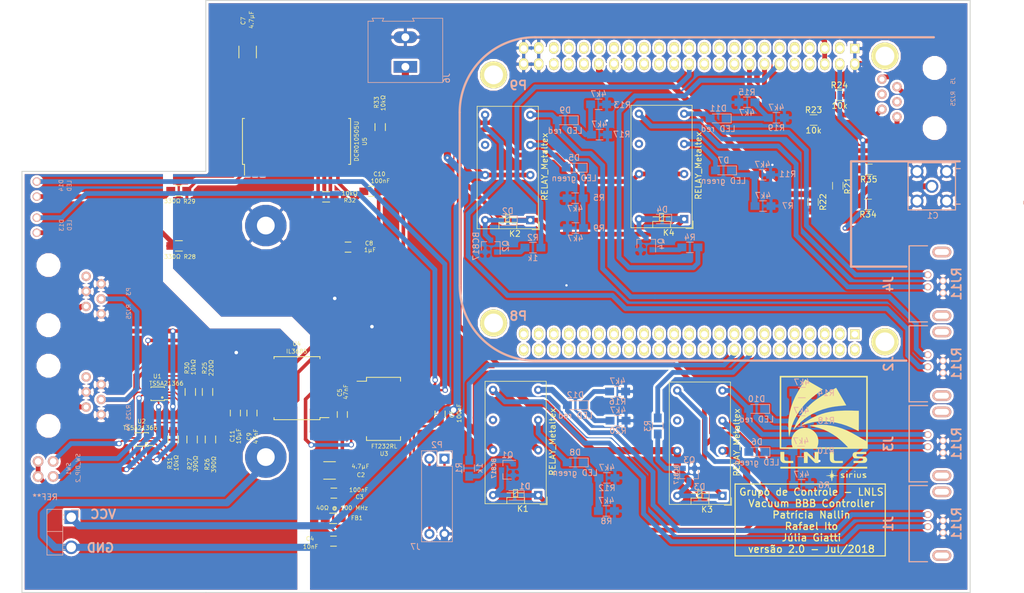
<source format=kicad_pcb>
(kicad_pcb (version 4) (host pcbnew 4.0.7-e2-6376~58~ubuntu16.04.1)
  (title_block (title "Conversor USB/RS-485") (date 2016-02-02) (rev 1) (company "Laboratório Nacional de Luz Síncrotron / Grupo de Controle") (comment 2 ?) (comment 3 "Eduardo Pereira Coelho"))
  (layers (0 F.Cu signal) (31 B.Cu signal) (34 B.Paste user) (35 F.Paste user) (36 B.SilkS user) (37 F.SilkS user) (38 B.Mask user) (39 F.Mask user) (44 Edge.Cuts user))
  (net 0 "")
  (net 1 "Net-(Beagle1-PadC7)")
  (net 2 "Net-(Beagle1-PadC8)")
  (net 3 "Net-(Beagle1-PadC9)")
  (net 4 "Net-(Beagle1-PadC10)")
  (net 5 "Net-(Beagle1-PadC11)")
  (net 6 "Net-(Beagle1-PadC13)")
  (net 7 "Net-(Beagle1-PadC17)")
  (net 8 "Net-(Beagle1-PadC18)")
  (net 9 "Net-(Beagle1-PadC19)")
  (net 10 "Net-(Beagle1-PadC20)")
  (net 11 "Net-(Beagle1-PadC22)")
  (net 12 "Net-(Beagle1-PadC26)")
  (net 13 "Net-(Beagle1-PadC28)")
  (net 14 "Net-(Beagle1-PadC29)")
  (net 15 "Net-(Beagle1-PadC30)")
  (net 16 "Net-(Beagle1-PadC31)")
  (net 17 "Net-(Beagle1-PadC32)")
  (net 18 "Net-(Beagle1-PadC33)")
  (net 19 "Net-(Beagle1-PadC35)")
  (net 20 "Net-(Beagle1-PadC37)")
  (net 21 "Net-(Beagle1-PadC38)")
  (net 22 "Net-(Beagle1-PadC39)")
  (net 23 "Net-(Beagle1-PadC40)")
  (net 24 "Net-(Beagle1-PadC41)")
  (net 25 "Net-(Beagle1-PadC42)")
  (net 26 "Net-(Beagle1-PadB1)")
  (net 27 "Net-(Beagle1-PadB2)")
  (net 28 "Net-(Beagle1-PadB3)")
  (net 29 "Net-(Beagle1-PadB4)")
  (net 30 "Net-(Beagle1-PadB5)")
  (net 31 "Net-(Beagle1-PadB6)")
  (net 32 "Net-(Beagle1-PadB8)")
  (net 33 "Net-(Beagle1-PadB10)")
  (net 34 "Net-(Beagle1-PadB11)")
  (net 35 "Net-(Beagle1-PadB12)")
  (net 36 "Net-(Beagle1-PadB13)")
  (net 37 "Net-(Beagle1-PadB14)")
  (net 38 "Net-(Beagle1-PadB15)")
  (net 39 "Net-(Beagle1-PadB17)")
  (net 40 "Net-(Beagle1-PadB19)")
  (net 41 "Net-(Beagle1-PadB20)")
  (net 42 "Net-(Beagle1-PadB21)")
  (net 43 "Net-(Beagle1-PadB22)")
  (net 44 "Net-(Beagle1-PadB23)")
  (net 45 "Net-(Beagle1-PadB24)")
  (net 46 "Net-(Beagle1-PadB25)")
  (net 47 "Net-(Beagle1-PadB26)")
  (net 48 "Net-(Beagle1-PadB27)")
  (net 49 "Net-(Beagle1-PadB28)")
  (net 50 "Net-(Beagle1-PadB29)")
  (net 51 "Net-(Beagle1-PadB30)")
  (net 52 "Net-(Beagle1-PadB31)")
  (net 53 "Net-(Beagle1-PadB32)")
  (net 54 "Net-(Beagle1-PadB33)")
  (net 55 "Net-(Beagle1-PadB34)")
  (net 56 "Net-(Beagle1-PadB35)")
  (net 57 "Net-(Beagle1-PadB36)")
  (net 58 "Net-(Beagle1-PadB37)")
  (net 59 "Net-(Beagle1-PadB38)")
  (net 60 "Net-(Beagle1-PadB39)")
  (net 61 "Net-(Beagle1-PadB40)")
  (net 62 "Net-(Beagle1-PadB41)")
  (net 63 "Net-(Beagle1-PadB42)")
  (net 64 "Net-(Beagle1-PadB43)")
  (net 65 "Net-(Beagle1-PadB44)")
  (net 66 "Net-(Beagle1-PadB45)")
  (net 67 "Net-(Beagle1-PadB46)")
  (net 68 GND)
  (net 69 "Net-(C1-Pad1)")
  (net 70 VCC)
  (net 71 "Net-(J3-Pad3)")
  (net 72 +24V)
  (net 73 "Net-(Q1-Pad1)")
  (net 74 "Net-(Q2-Pad1)")
  (net 75 "Net-(Q3-Pad1)")
  (net 76 "Net-(Q4-Pad1)")
  (net 77 /AIn_BBB)
  (net 78 /BBB_p1)
  (net 79 /BBB_p3)
  (net 80 /BBB_p2)
  (net 81 /BBB_p4)
  (net 82 /BBB_p5)
  (net 83 /BBB_p6)
  (net 84 "Net-(D1-Pad2)")
  (net 85 "Net-(D2-Pad2)")
  (net 86 "Net-(D3-Pad2)")
  (net 87 "Net-(D4-Pad2)")
  (net 88 "Net-(Beagle1-PadC15)")
  (net 89 "Net-(Beagle1-PadC25)")
  (net 90 "Net-(Beagle1-PadC27)")
  (net 91 /3.3V_BBB)
  (net 92 "Net-(D5-Pad1)")
  (net 93 "Net-(D5-Pad2)")
  (net 94 "Net-(D6-Pad1)")
  (net 95 "Net-(D6-Pad2)")
  (net 96 "Net-(D7-Pad1)")
  (net 97 "Net-(D7-Pad2)")
  (net 98 "Net-(D8-Pad1)")
  (net 99 "Net-(D8-Pad2)")
  (net 100 "Net-(D9-Pad1)")
  (net 101 "Net-(D9-Pad2)")
  (net 102 "Net-(D10-Pad1)")
  (net 103 "Net-(D10-Pad2)")
  (net 104 "Net-(D11-Pad1)")
  (net 105 "Net-(D11-Pad2)")
  (net 106 "Net-(D12-Pad1)")
  (net 107 "Net-(D12-Pad2)")
  (net 108 "Net-(J5-Pad3)")
  (net 109 "Net-(Beagle1-PadC3)")
  (net 110 "Net-(Beagle1-PadC21)")
  (net 111 "Net-(Beagle1-PadC23)")
  (net 112 "Net-(K1-Pad11)")
  (net 113 "Net-(K2-Pad11)")
  (net 114 "Net-(K3-Pad11)")
  (net 115 "Net-(K4-Pad11)")
  (net 116 "Net-(Beagle1-PadB7)")
  (net 117 "Net-(Beagle1-PadB9)")
  (net 118 +5V)
  (net 119 "Net-(U3-Pad3)")
  (net 120 "Net-(U3-Pad28)")
  (net 121 "Net-(C4-Pad1)")
  (net 122 "Net-(C6-Pad1)")
  (net 123 "Net-(C8-Pad1)")
  (net 124 /USB_converter_485./GND_ISOLATED)
  (net 125 /USB_converter_485./5V_ISOLATED)
  (net 126 /USB_converter_485./TXLED#)
  (net 127 "Net-(D13-Pad2)")
  (net 128 /USB_converter_485./RXLED#)
  (net 129 "Net-(D14-Pad2)")
  (net 130 "Net-(J2-Pad3)")
  (net 131 "Net-(J5-Pad4)")
  (net 132 "Net-(J1-Pad3)")
  (net 133 "Net-(J4-Pad3)")
  (net 134 /USB_converter_485./USB_D-)
  (net 135 /USB_converter_485./USB_D+)
  (net 136 /USB_converter_485./RS485+)
  (net 137 /USB_converter_485./RS485-)
  (net 138 "Net-(R25-Pad1)")
  (net 139 "Net-(R25-Pad2)")
  (net 140 "Net-(R26-Pad1)")
  (net 141 "Net-(R27-Pad1)")
  (net 142 "Net-(R30-Pad2)")
  (net 143 "Net-(R31-Pad2)")
  (net 144 "Net-(R32-Pad2)")
  (net 145 "Net-(R33-Pad2)")
  (net 146 /USB_converter_485./TXD)
  (net 147 "Net-(U3-Pad2)")
  (net 148 /USB_converter_485./RXD)
  (net 149 "Net-(U3-Pad6)")
  (net 150 "Net-(U3-Pad8)")
  (net 151 "Net-(U3-Pad9)")
  (net 152 "Net-(U3-Pad10)")
  (net 153 "Net-(U3-Pad11)")
  (net 154 "Net-(U3-Pad12)")
  (net 155 /USB_converter_485./TXDEN)
  (net 156 "Net-(U3-Pad14)")
  (net 157 "Net-(U3-Pad19)")
  (net 158 "Net-(U3-Pad24)")
  (net 159 "Net-(U3-Pad27)")
  (net 160 "Net-(U4-Pad7)")
  (net 161 "Net-(U4-Pad10)")
  (net 162 "Net-(U4-Pad11)")
  (net 163 "Net-(U4-Pad14)")
  (net 164 "Net-(U5-Pad3)")
  (net 165 "Net-(U5-Pad15)")
  (net 166 "Net-(U5-Pad28)")
  (net 167 "Net-(R21-Pad1)")
  (net 168 "Net-(R34-Pad2)")
  (module Controle:SMA_Molex_73251-2201 (layer B.Cu) (at 275.9048 73.6355 180)
    (fp_text reference C1 (at 8.7648 0.0255 180) (layer B.SilkS) (effects (justify mirror)))
    (fp_text value "")
    (pad 2 thru_hole circle (at 6.43 7.46 180) (size 2.2 2.2) (drill 1.5) (layers *.Cu *.Mask) (net 68 GND))
    (pad 2 thru_hole circle (at 11.43 7.46 180) (size 2.2 2.2) (drill 1.5) (layers *.Cu *.Mask) (net 68 GND))
    (pad 2 thru_hole circle (at 11.43 2.46 180) (size 2.2 2.2) (drill 1.5) (layers *.Cu *.Mask) (net 68 GND))
    (pad 2 thru_hole circle (at 6.43 2.46 180) (size 2.2 2.2) (drill 1.5) (layers *.Cu *.Mask) (net 68 GND))
    (pad 1 thru_hole circle (at 8.93 4.96 180) (size 2.2 2.2) (drill 1.5) (layers *.Cu *.Mask) (net 69 "Net-(C1-Pad1)"))
  )
  (module Controle:BEAGLEBONEBLACK (layer F.Cu) (at 231.16208 70.8034)
    (fp_text reference "" hide)
    (fp_text value "" hide)
    (pad C1 thru_hole rect (at 22.82 -25.4) (size 1.6 1.6) (drill 1.1) (layers *.Cu *.Mask F.SilkS) (net 68 GND))
    (pad C2 thru_hole oval (at 22.82 -22.86) (size 1.6 2) (drill 1.1 (offset 0 0.1)) (layers *.Cu *.Mask F.SilkS) (net 68 GND))
    (pad C3 thru_hole oval (at 20.28 -25.4) (size 1.6 2) (drill 1.1 (offset 0 -0.1)) (layers *.Cu *.Mask F.SilkS) (net 109 "Net-(Beagle1-PadC3)"))
    (pad C4 thru_hole oval (at 20.28 -22.86) (size 1.6 2) (drill 1.1 (offset 0 0.1)) (layers *.Cu *.Mask F.SilkS) (net 91 /3.3V_BBB))
    (pad C5 thru_hole oval (at 17.74 -25.4) (size 1.6 2) (drill 1.1 (offset 0 -0.1)) (layers *.Cu *.Mask F.SilkS) (net 70 VCC))
    (pad C6 thru_hole oval (at 17.74 -22.86) (size 1.6 2) (drill 1.1 (offset 0 0.1)) (layers *.Cu *.Mask F.SilkS) (net 70 VCC))
    (pad C7 thru_hole oval (at 15.2 -25.4) (size 1.6 2) (drill 1.1 (offset 0 -0.1)) (layers *.Cu *.Mask F.SilkS) (net 1 "Net-(Beagle1-PadC7)"))
    (pad C8 thru_hole oval (at 15.2 -22.86) (size 1.6 2) (drill 1.1 (offset 0 0.1)) (layers *.Cu *.Mask F.SilkS) (net 2 "Net-(Beagle1-PadC8)"))
    (pad C9 thru_hole oval (at 12.66 -25.4) (size 1.6 2) (drill 1.1 (offset 0 -0.1)) (layers *.Cu *.Mask F.SilkS) (net 3 "Net-(Beagle1-PadC9)"))
    (pad C10 thru_hole oval (at 12.66 -22.86) (size 1.6 2) (drill 1.1 (offset 0 0.1)) (layers *.Cu *.Mask F.SilkS) (net 4 "Net-(Beagle1-PadC10)"))
    (pad C11 thru_hole oval (at 10.12 -25.4) (size 1.6 2) (drill 1.1 (offset 0 -0.1)) (layers *.Cu *.Mask F.SilkS) (net 5 "Net-(Beagle1-PadC11)"))
    (pad C12 thru_hole oval (at 10.12 -22.86) (size 1.6 2) (drill 1.1 (offset 0 0.1)) (layers *.Cu *.Mask F.SilkS) (net 81 /BBB_p4))
    (pad C13 thru_hole oval (at 7.58 -25.4) (size 1.6 2) (drill 1.1 (offset 0 -0.1)) (layers *.Cu *.Mask F.SilkS) (net 6 "Net-(Beagle1-PadC13)"))
    (pad C14 thru_hole oval (at 7.58 -22.86) (size 1.6 2) (drill 1.1 (offset 0 0.1)) (layers *.Cu *.Mask F.SilkS) (net 82 /BBB_p5))
    (pad C15 thru_hole oval (at 5.04 -25.4) (size 1.6 2) (drill 1.1 (offset 0 -0.1)) (layers *.Cu *.Mask F.SilkS) (net 88 "Net-(Beagle1-PadC15)"))
    (pad C16 thru_hole oval (at 5.04 -22.86) (size 1.6 2) (drill 1.1 (offset 0 0.1)) (layers *.Cu *.Mask F.SilkS) (net 83 /BBB_p6))
    (pad C17 thru_hole oval (at 2.5 -25.4) (size 1.6 2) (drill 1.1 (offset 0 -0.1)) (layers *.Cu *.Mask F.SilkS) (net 7 "Net-(Beagle1-PadC17)"))
    (pad C18 thru_hole oval (at 2.5 -22.86) (size 1.6 2) (drill 1.1 (offset 0 0.1)) (layers *.Cu *.Mask F.SilkS) (net 8 "Net-(Beagle1-PadC18)"))
    (pad C19 thru_hole oval (at -0.04 -25.4) (size 1.6 2) (drill 1.1 (offset 0 -0.1)) (layers *.Cu *.Mask F.SilkS) (net 9 "Net-(Beagle1-PadC19)"))
    (pad C20 thru_hole oval (at -0.04 -22.86) (size 1.6 2) (drill 1.1 (offset 0 0.1)) (layers *.Cu *.Mask F.SilkS) (net 10 "Net-(Beagle1-PadC20)"))
    (pad C21 thru_hole oval (at -2.58 -25.4) (size 1.6 2) (drill 1.1 (offset 0 -0.1)) (layers *.Cu *.Mask F.SilkS) (net 110 "Net-(Beagle1-PadC21)"))
    (pad C22 thru_hole oval (at -2.58 -22.86) (size 1.6 2) (drill 1.1 (offset 0 0.1)) (layers *.Cu *.Mask F.SilkS) (net 11 "Net-(Beagle1-PadC22)"))
    (pad C23 thru_hole oval (at -5.12 -25.4) (size 1.6 2) (drill 1.1 (offset 0 -0.1)) (layers *.Cu *.Mask F.SilkS) (net 111 "Net-(Beagle1-PadC23)"))
    (pad C24 thru_hole oval (at -5.12 -22.86) (size 1.6 2) (drill 1.1 (offset 0 0.1)) (layers *.Cu *.Mask F.SilkS) (net 80 /BBB_p2))
    (pad C25 thru_hole oval (at -7.66 -25.4) (size 1.6 2) (drill 1.1 (offset 0 -0.1)) (layers *.Cu *.Mask F.SilkS) (net 89 "Net-(Beagle1-PadC25)"))
    (pad C26 thru_hole oval (at -7.66 -22.86) (size 1.6 2) (drill 1.1 (offset 0 0.1)) (layers *.Cu *.Mask F.SilkS) (net 12 "Net-(Beagle1-PadC26)"))
    (pad C27 thru_hole oval (at -10.2 -25.4) (size 1.6 2) (drill 1.1 (offset 0 -0.1)) (layers *.Cu *.Mask F.SilkS) (net 90 "Net-(Beagle1-PadC27)"))
    (pad C28 thru_hole oval (at -10.2 -22.86) (size 1.6 2) (drill 1.1 (offset 0 0.1)) (layers *.Cu *.Mask F.SilkS) (net 13 "Net-(Beagle1-PadC28)"))
    (pad C29 thru_hole oval (at -12.74 -25.4) (size 1.6 2) (drill 1.1 (offset 0 -0.1)) (layers *.Cu *.Mask F.SilkS) (net 14 "Net-(Beagle1-PadC29)"))
    (pad C30 thru_hole oval (at -12.74 -22.86) (size 1.6 2) (drill 1.1 (offset 0 0.1)) (layers *.Cu *.Mask F.SilkS) (net 15 "Net-(Beagle1-PadC30)"))
    (pad C31 thru_hole oval (at -15.28 -25.4) (size 1.6 2) (drill 1.1 (offset 0 -0.1)) (layers *.Cu *.Mask F.SilkS) (net 16 "Net-(Beagle1-PadC31)"))
    (pad C32 thru_hole oval (at -15.28 -22.86) (size 1.6 2) (drill 1.1 (offset 0 0.1)) (layers *.Cu *.Mask F.SilkS) (net 17 "Net-(Beagle1-PadC32)"))
    (pad C33 thru_hole oval (at -17.82 -25.4) (size 1.6 2) (drill 1.1 (offset 0 -0.1)) (layers *.Cu *.Mask F.SilkS) (net 18 "Net-(Beagle1-PadC33)"))
    (pad C34 thru_hole oval (at -17.82 -22.86) (size 1.6 2) (drill 1.1 (offset 0 0.1)) (layers *.Cu *.Mask F.SilkS) (net 68 GND))
    (pad C35 thru_hole oval (at -20.36 -25.4) (size 1.6 2) (drill 1.1 (offset 0 -0.1)) (layers *.Cu *.Mask F.SilkS) (net 19 "Net-(Beagle1-PadC35)"))
    (pad C36 thru_hole oval (at -20.36 -22.86) (size 1.6 2) (drill 1.1 (offset 0 0.1)) (layers *.Cu *.Mask F.SilkS) (net 77 /AIn_BBB))
    (pad C37 thru_hole oval (at -22.9 -25.4) (size 1.6 2) (drill 1.1 (offset 0 -0.1)) (layers *.Cu *.Mask F.SilkS) (net 20 "Net-(Beagle1-PadC37)"))
    (pad C38 thru_hole oval (at -22.9 -22.86) (size 1.6 2) (drill 1.1 (offset 0 0.1)) (layers *.Cu *.Mask F.SilkS) (net 21 "Net-(Beagle1-PadC38)"))
    (pad C39 thru_hole oval (at -25.44 -25.4) (size 1.6 2) (drill 1.1 (offset 0 -0.1)) (layers *.Cu *.Mask F.SilkS) (net 22 "Net-(Beagle1-PadC39)"))
    (pad C40 thru_hole oval (at -25.44 -22.86) (size 1.6 2) (drill 1.1 (offset 0 0.1)) (layers *.Cu *.Mask F.SilkS) (net 23 "Net-(Beagle1-PadC40)"))
    (pad C41 thru_hole oval (at -27.98 -25.4) (size 1.6 2) (drill 1.1 (offset 0 -0.1)) (layers *.Cu *.Mask F.SilkS) (net 24 "Net-(Beagle1-PadC41)"))
    (pad C42 thru_hole oval (at -27.98 -22.86) (size 1.6 2) (drill 1.1 (offset 0 0.1)) (layers *.Cu *.Mask F.SilkS) (net 25 "Net-(Beagle1-PadC42)"))
    (pad C43 thru_hole oval (at -30.52 -25.4) (size 1.6 2) (drill 1.1 (offset 0 -0.1)) (layers *.Cu *.Mask F.SilkS) (net 68 GND))
    (pad C44 thru_hole oval (at -30.52 -22.86) (size 1.6 2) (drill 1.1 (offset 0 0.1)) (layers *.Cu *.Mask F.SilkS) (net 68 GND))
    (pad C45 thru_hole oval (at -33.06 -25.4) (size 1.6 2) (drill 1.1 (offset 0 -0.1)) (layers *.Cu *.Mask F.SilkS) (net 68 GND))
    (pad C46 thru_hole oval (at -33.06 -22.86) (size 1.6 2) (drill 1.1 (offset 0 0.1)) (layers *.Cu *.Mask F.SilkS) (net 68 GND))
    (pad B1 thru_hole rect (at 22.82 22.86) (size 1.6 1.6) (drill 1.1) (layers *.Cu *.Mask F.SilkS) (net 26 "Net-(Beagle1-PadB1)"))
    (pad B2 thru_hole oval (at 22.82 25.4) (size 1.6 2) (drill 1.1 (offset 0 0.1)) (layers *.Cu *.Mask F.SilkS) (net 27 "Net-(Beagle1-PadB2)"))
    (pad B3 thru_hole oval (at 20.28 22.86) (size 1.6 2) (drill 1.1 (offset 0 -0.1)) (layers *.Cu *.Mask F.SilkS) (net 28 "Net-(Beagle1-PadB3)"))
    (pad B4 thru_hole oval (at 20.28 25.4) (size 1.6 2) (drill 1.1 (offset 0 0.1)) (layers *.Cu *.Mask F.SilkS) (net 29 "Net-(Beagle1-PadB4)"))
    (pad B5 thru_hole oval (at 17.74 22.86) (size 1.6 2) (drill 1.1 (offset 0 -0.1)) (layers *.Cu *.Mask F.SilkS) (net 30 "Net-(Beagle1-PadB5)"))
    (pad B6 thru_hole oval (at 17.74 25.4) (size 1.6 2) (drill 1.1 (offset 0 0.1)) (layers *.Cu *.Mask F.SilkS) (net 31 "Net-(Beagle1-PadB6)"))
    (pad B7 thru_hole oval (at 15.2 22.86) (size 1.6 2) (drill 1.1 (offset 0 -0.1)) (layers *.Cu *.Mask F.SilkS) (net 116 "Net-(Beagle1-PadB7)"))
    (pad B8 thru_hole oval (at 15.2 25.4) (size 1.6 2) (drill 1.1 (offset 0 0.1)) (layers *.Cu *.Mask F.SilkS) (net 32 "Net-(Beagle1-PadB8)"))
    (pad B9 thru_hole oval (at 12.66 22.86) (size 1.6 2) (drill 1.1 (offset 0 -0.1)) (layers *.Cu *.Mask F.SilkS) (net 117 "Net-(Beagle1-PadB9)"))
    (pad B10 thru_hole oval (at 12.66 25.4) (size 1.6 2) (drill 1.1 (offset 0 0.1)) (layers *.Cu *.Mask F.SilkS) (net 33 "Net-(Beagle1-PadB10)"))
    (pad B11 thru_hole oval (at 10.12 22.86) (size 1.6 2) (drill 1.1 (offset 0 -0.1)) (layers *.Cu *.Mask F.SilkS) (net 34 "Net-(Beagle1-PadB11)"))
    (pad B12 thru_hole oval (at 10.12 25.4) (size 1.6 2) (drill 1.1 (offset 0 0.1)) (layers *.Cu *.Mask F.SilkS) (net 35 "Net-(Beagle1-PadB12)"))
    (pad B13 thru_hole oval (at 7.58 22.86) (size 1.6 2) (drill 1.1 (offset 0 -0.1)) (layers *.Cu *.Mask F.SilkS) (net 36 "Net-(Beagle1-PadB13)"))
    (pad B14 thru_hole oval (at 7.58 25.4) (size 1.6 2) (drill 1.1 (offset 0 0.1)) (layers *.Cu *.Mask F.SilkS) (net 37 "Net-(Beagle1-PadB14)"))
    (pad B15 thru_hole oval (at 5.04 22.86) (size 1.6 2) (drill 1.1 (offset 0 -0.1)) (layers *.Cu *.Mask F.SilkS) (net 38 "Net-(Beagle1-PadB15)"))
    (pad B16 thru_hole oval (at 5.04 25.4) (size 1.6 2) (drill 1.1 (offset 0 0.1)) (layers *.Cu *.Mask F.SilkS) (net 79 /BBB_p3))
    (pad B17 thru_hole oval (at 2.5 22.86) (size 1.6 2) (drill 1.1 (offset 0 -0.1)) (layers *.Cu *.Mask F.SilkS) (net 39 "Net-(Beagle1-PadB17)"))
    (pad B18 thru_hole oval (at 2.5 25.4) (size 1.6 2) (drill 1.1 (offset 0 0.1)) (layers *.Cu *.Mask F.SilkS) (net 78 /BBB_p1))
    (pad B19 thru_hole oval (at -0.04 22.86) (size 1.6 2) (drill 1.1 (offset 0 -0.1)) (layers *.Cu *.Mask F.SilkS) (net 40 "Net-(Beagle1-PadB19)"))
    (pad B20 thru_hole oval (at -0.04 25.4) (size 1.6 2) (drill 1.1 (offset 0 0.1)) (layers *.Cu *.Mask F.SilkS) (net 41 "Net-(Beagle1-PadB20)"))
    (pad B21 thru_hole oval (at -2.58 22.86) (size 1.6 2) (drill 1.1 (offset 0 -0.1)) (layers *.Cu *.Mask F.SilkS) (net 42 "Net-(Beagle1-PadB21)"))
    (pad B22 thru_hole oval (at -2.58 25.4) (size 1.6 2) (drill 1.1 (offset 0 0.1)) (layers *.Cu *.Mask F.SilkS) (net 43 "Net-(Beagle1-PadB22)"))
    (pad B23 thru_hole oval (at -5.12 22.86) (size 1.6 2) (drill 1.1 (offset 0 -0.1)) (layers *.Cu *.Mask F.SilkS) (net 44 "Net-(Beagle1-PadB23)"))
    (pad B24 thru_hole oval (at -5.12 25.4) (size 1.6 2) (drill 1.1 (offset 0 0.1)) (layers *.Cu *.Mask F.SilkS) (net 45 "Net-(Beagle1-PadB24)"))
    (pad B25 thru_hole oval (at -7.66 22.86) (size 1.6 2) (drill 1.1 (offset 0 -0.1)) (layers *.Cu *.Mask F.SilkS) (net 46 "Net-(Beagle1-PadB25)"))
    (pad B26 thru_hole oval (at -7.66 25.4) (size 1.6 2) (drill 1.1 (offset 0 0.1)) (layers *.Cu *.Mask F.SilkS) (net 47 "Net-(Beagle1-PadB26)"))
    (pad B27 thru_hole oval (at -10.2 22.86) (size 1.6 2) (drill 1.1 (offset 0 -0.1)) (layers *.Cu *.Mask F.SilkS) (net 48 "Net-(Beagle1-PadB27)"))
    (pad B28 thru_hole oval (at -10.2 25.4) (size 1.6 2) (drill 1.1 (offset 0 0.1)) (layers *.Cu *.Mask F.SilkS) (net 49 "Net-(Beagle1-PadB28)"))
    (pad B29 thru_hole oval (at -12.74 22.86) (size 1.6 2) (drill 1.1 (offset 0 -0.1)) (layers *.Cu *.Mask F.SilkS) (net 50 "Net-(Beagle1-PadB29)"))
    (pad B30 thru_hole oval (at -12.74 25.4) (size 1.6 2) (drill 1.1 (offset 0 0.1)) (layers *.Cu *.Mask F.SilkS) (net 51 "Net-(Beagle1-PadB30)"))
    (pad B31 thru_hole oval (at -15.28 22.86) (size 1.6 2) (drill 1.1 (offset 0 -0.1)) (layers *.Cu *.Mask F.SilkS) (net 52 "Net-(Beagle1-PadB31)"))
    (pad B32 thru_hole oval (at -15.28 25.4) (size 1.6 2) (drill 1.1 (offset 0 0.1)) (layers *.Cu *.Mask F.SilkS) (net 53 "Net-(Beagle1-PadB32)"))
    (pad B33 thru_hole oval (at -17.82 22.86) (size 1.6 2) (drill 1.1 (offset 0 -0.1)) (layers *.Cu *.Mask F.SilkS) (net 54 "Net-(Beagle1-PadB33)"))
    (pad B34 thru_hole oval (at -17.82 25.4) (size 1.6 2) (drill 1.1 (offset 0 0.1)) (layers *.Cu *.Mask F.SilkS) (net 55 "Net-(Beagle1-PadB34)"))
    (pad B35 thru_hole oval (at -20.36 22.86) (size 1.6 2) (drill 1.1 (offset 0 -0.1)) (layers *.Cu *.Mask F.SilkS) (net 56 "Net-(Beagle1-PadB35)"))
    (pad B36 thru_hole oval (at -20.36 25.4) (size 1.6 2) (drill 1.1 (offset 0 0.1)) (layers *.Cu *.Mask F.SilkS) (net 57 "Net-(Beagle1-PadB36)"))
    (pad B37 thru_hole oval (at -22.9 22.86) (size 1.6 2) (drill 1.1 (offset 0 -0.1)) (layers *.Cu *.Mask F.SilkS) (net 58 "Net-(Beagle1-PadB37)"))
    (pad B38 thru_hole oval (at -22.9 25.4) (size 1.6 2) (drill 1.1 (offset 0 0.1)) (layers *.Cu *.Mask F.SilkS) (net 59 "Net-(Beagle1-PadB38)"))
    (pad B39 thru_hole oval (at -25.44 22.86) (size 1.6 2) (drill 1.1 (offset 0 -0.1)) (layers *.Cu *.Mask F.SilkS) (net 60 "Net-(Beagle1-PadB39)"))
    (pad B40 thru_hole oval (at -25.44 25.4) (size 1.6 2) (drill 1.1 (offset 0 0.1)) (layers *.Cu *.Mask F.SilkS) (net 61 "Net-(Beagle1-PadB40)"))
    (pad B41 thru_hole oval (at -27.98 22.86) (size 1.6 2) (drill 1.1 (offset 0 -0.1)) (layers *.Cu *.Mask F.SilkS) (net 62 "Net-(Beagle1-PadB41)"))
    (pad B42 thru_hole oval (at -27.98 25.4) (size 1.6 2) (drill 1.1 (offset 0 0.1)) (layers *.Cu *.Mask F.SilkS) (net 63 "Net-(Beagle1-PadB42)"))
    (pad B43 thru_hole oval (at -30.52 22.86) (size 1.6 2) (drill 1.1 (offset 0 -0.1)) (layers *.Cu *.Mask F.SilkS) (net 64 "Net-(Beagle1-PadB43)"))
    (pad B44 thru_hole oval (at -30.52 25.4) (size 1.6 2) (drill 1.1 (offset 0 0.1)) (layers *.Cu *.Mask F.SilkS) (net 65 "Net-(Beagle1-PadB44)"))
    (pad B45 thru_hole oval (at -33.06 22.86) (size 1.6 2) (drill 1.1 (offset 0 -0.1)) (layers *.Cu *.Mask F.SilkS) (net 66 "Net-(Beagle1-PadB45)"))
    (pad B46 thru_hole oval (at -33.06 25.4) (size 1.6 2) (drill 1.1 (offset 0 0.1)) (layers *.Cu *.Mask F.SilkS) (net 67 "Net-(Beagle1-PadB46)"))
  )
  (module Controle:RJ11-4P4C-HIROSE_2 (layer B.Cu) (at 274.65148 85.15 270)
    (fp_text reference J4 (at 0 14.99 270) (layer B.SilkS) (effects (font (thickness 0.3048)) (justify mirror)))
    (fp_text value RJ11 (at 0 3.49 270) (layer B.SilkS) (effects (font (thickness 0.3048)) (justify mirror)))
    (pad 3 thru_hole circle (at 0.51 8.34 270) (size 1.16 1.16) (drill 0.8) (layers *.Cu *.Mask B.SilkS) (net 133 "Net-(J4-Pad3)"))
    (pad 1 thru_hole circle (at -1.53 8.34 270) (size 1.16 1.16) (drill 0.8) (layers *.Cu *.Mask B.SilkS) (net 105 "Net-(D11-Pad2)"))
    (pad 2 thru_hole circle (at -0.51 5.79 270) (size 1.16 1.16) (drill 0.8) (layers *.Cu *.Mask B.SilkS) (net 68 GND))
    (pad 4 thru_hole circle (at 1.53 5.79 270) (size 1.16 1.16) (drill 0.8) (layers *.Cu *.Mask B.SilkS) (net 68 GND))
    (pad 8 thru_hole oval (at 5.38 5.99 270) (size 1.8 3.2) (drill oval 1 2.4) (layers *.Cu *.Mask B.SilkS))
    (pad 7 thru_hole oval (at -5.38 5.99 270) (size 1.8 3.2) (drill oval 1 2.4) (layers *.Cu *.Mask B.SilkS))
  )
  (module Controle:RJ11-4P4C-HIROSE_2 (layer B.Cu) (at 274.65148 98.65 270)
    (fp_text reference J2 (at 0 14.99 270) (layer B.SilkS) (effects (font (thickness 0.3048)) (justify mirror)))
    (fp_text value RJ11 (at 0 3.49 270) (layer B.SilkS) (effects (font (thickness 0.3048)) (justify mirror)))
    (pad 3 thru_hole circle (at 0.51 8.34 270) (size 1.16 1.16) (drill 0.8) (layers *.Cu *.Mask B.SilkS) (net 130 "Net-(J2-Pad3)"))
    (pad 1 thru_hole circle (at -1.53 8.34 270) (size 1.16 1.16) (drill 0.8) (layers *.Cu *.Mask B.SilkS) (net 101 "Net-(D9-Pad2)"))
    (pad 2 thru_hole circle (at -0.51 5.79 270) (size 1.16 1.16) (drill 0.8) (layers *.Cu *.Mask B.SilkS) (net 68 GND))
    (pad 4 thru_hole circle (at 1.53 5.79 270) (size 1.16 1.16) (drill 0.8) (layers *.Cu *.Mask B.SilkS) (net 68 GND))
    (pad 8 thru_hole oval (at 5.38 5.99 270) (size 1.8 3.2) (drill oval 1 2.4) (layers *.Cu *.Mask B.SilkS))
    (pad 7 thru_hole oval (at -5.38 5.99 270) (size 1.8 3.2) (drill oval 1 2.4) (layers *.Cu *.Mask B.SilkS))
  )
  (module Controle:RJ11-4P4C-HIROSE_2 (layer B.Cu) (at 274.65148 112.15 270)
    (fp_text reference J3 (at 0 14.99 270) (layer B.SilkS) (effects (font (thickness 0.3048)) (justify mirror)))
    (fp_text value RJ11 (at 0 3.49 270) (layer B.SilkS) (effects (font (thickness 0.3048)) (justify mirror)))
    (pad 3 thru_hole circle (at 0.51 8.34 270) (size 1.16 1.16) (drill 0.8) (layers *.Cu *.Mask B.SilkS) (net 71 "Net-(J3-Pad3)"))
    (pad 1 thru_hole circle (at -1.53 8.34 270) (size 1.16 1.16) (drill 0.8) (layers *.Cu *.Mask B.SilkS) (net 103 "Net-(D10-Pad2)"))
    (pad 2 thru_hole circle (at -0.51 5.79 270) (size 1.16 1.16) (drill 0.8) (layers *.Cu *.Mask B.SilkS) (net 68 GND))
    (pad 4 thru_hole circle (at 1.53 5.79 270) (size 1.16 1.16) (drill 0.8) (layers *.Cu *.Mask B.SilkS) (net 68 GND))
    (pad 8 thru_hole oval (at 5.38 5.99 270) (size 1.8 3.2) (drill oval 1 2.4) (layers *.Cu *.Mask B.SilkS))
    (pad 7 thru_hole oval (at -5.38 5.99 270) (size 1.8 3.2) (drill oval 1 2.4) (layers *.Cu *.Mask B.SilkS))
  )
  (module Controle:RJ11-4P4C-HIROSE_2 (layer B.Cu) (at 274.65148 125.65 270)
    (fp_text reference J1 (at 0 14.99 270) (layer B.SilkS) (effects (font (thickness 0.3048)) (justify mirror)))
    (fp_text value RJ11 (at 0 3.49 270) (layer B.SilkS) (effects (font (thickness 0.3048)) (justify mirror)))
    (pad 3 thru_hole circle (at 0.51 8.34 270) (size 1.16 1.16) (drill 0.8) (layers *.Cu *.Mask B.SilkS) (net 132 "Net-(J1-Pad3)"))
    (pad 1 thru_hole circle (at -1.53 8.34 270) (size 1.16 1.16) (drill 0.8) (layers *.Cu *.Mask B.SilkS) (net 107 "Net-(D12-Pad2)"))
    (pad 2 thru_hole circle (at -0.51 5.79 270) (size 1.16 1.16) (drill 0.8) (layers *.Cu *.Mask B.SilkS) (net 68 GND))
    (pad 4 thru_hole circle (at 1.53 5.79 270) (size 1.16 1.16) (drill 0.8) (layers *.Cu *.Mask B.SilkS) (net 68 GND))
    (pad 8 thru_hole oval (at 5.38 5.99 270) (size 1.8 3.2) (drill oval 1 2.4) (layers *.Cu *.Mask B.SilkS))
    (pad 7 thru_hole oval (at -5.38 5.99 270) (size 1.8 3.2) (drill oval 1 2.4) (layers *.Cu *.Mask B.SilkS))
  )
  (module Pin_Headers:Pin_Header_Angled_1x02_Pitch2.54mm (layer B.Cu) (at 121.76 124.56 180)
    (fp_text reference REF** (at 4.4196 3.4036 180) (layer B.SilkS) (effects (justify mirror)))
    (fp_text value "")
    (pad 1 thru_hole rect (at 0 0 180) (size 2.3 2.3) (drill 1.6) (layers *.Cu *.Mask) (net 72 +24V))
    (pad 2 thru_hole oval (at 0 -5.08 180) (size 2.3 2.3) (drill 1.6) (layers *.Cu *.Mask) (net 68 GND))
  )
  (module Controle:Mean_Well_RS15 (layer B.Cu) (at 179.84 129.05 180)
    (fp_text reference J7 (at 0 -0.5 180) (layer B.SilkS) (effects (justify mirror)))
    (fp_text value Conn_01x01)
    (pad 1 thru_hole circle (at 25.25 14.65 180) (size 7 7) (drill 3) (layers *.Cu *.Mask) (net 68 GND))
    (pad 2 thru_hole circle (at 25.25 53.75 180) (size 7 7) (drill 3) (layers *.Cu *.Mask) (net 68 GND))
  )
  (module "Controle:BEAGLEBONEBLACK_(fixation_holes)" (layer F.Cu) (at 230.48708 70.8034)
    (fp_text reference "" hide)
    (fp_text value "" hide)
    (pad M1 thru_hole circle (at -37.465 -20.955) (size 4.572 4.572) (drill 3.175) (layers *.Cu *.Mask F.SilkS))
    (pad M2 thru_hole circle (at 28.575 -24.13) (size 4.572 4.572) (drill 3.175) (layers *.Cu *.Mask F.SilkS))
    (pad M3 thru_hole circle (at 28.575 24.13) (size 4.572 4.572) (drill 3.175) (layers *.Cu *.Mask F.SilkS))
    (pad M4 thru_hole circle (at -37.465 20.955) (size 4.572 4.572) (drill 3.175) (layers *.Cu *.Mask F.SilkS))
  )
  (module Pin_Headers:Pin_Header_Straight_2x06_Pitch2.54mm (layer B.Cu) (at 184.74 114.67 180)
    (fp_text reference P2 (at 1.27 2.33 180) (layer B.SilkS) (effects (justify mirror)))
    (fp_text value "USB Mini-B")
    (pad 1 thru_hole rect (at 0 0 180) (size 1.7 1.7) (drill 1) (layers *.Cu *.Mask) (net 121 "Net-(C4-Pad1)"))
    (pad 2 thru_hole oval (at 2.54 0 180) (size 1.7 1.7) (drill 1) (layers *.Cu *.Mask) (net 134 /USB_converter_485./USB_D-))
    (pad 5 thru_hole oval (at 0 -12.7 180) (size 1.7 1.7) (drill 1) (layers *.Cu *.Mask) (net 68 GND))
    (pad 3 thru_hole oval (at 2.54 -12.7 180) (size 1.7 1.7) (drill 1) (layers *.Cu *.Mask) (net 135 /USB_converter_485./USB_D+))
  )
  (module "Conversor USB-RS485:RJ25" (layer B.Cu) (at 117.9225 104.0525 90)
    (fp_text reference P4 (at -5.3425 13.4275 90) (layer B.SilkS) (effects (font (size 0.7 0.7) (thickness 0.1)) (justify mirror)))
    (fp_text value RJ25 (at -2.8 13.51 90) (layer B.SilkS) (effects (font (size 0.7 0.7) (thickness 0.1)) (justify mirror)))
    (pad "" np_thru_hole circle (at -5.08 0 90) (size 3.25 3.25) (drill 3.25) (layers *.Cu *.Mask))
    (pad 1 thru_hole circle (at -3.17 8.89 90) (size 1.59 1.59) (drill 0.89) (layers *.Cu *.Mask B.SilkS) (net 124 /USB_converter_485./GND_ISOLATED))
    (pad 2 thru_hole circle (at -1.9 6.35 90) (size 1.59 1.59) (drill 0.89) (layers *.Cu *.Mask B.SilkS) (net 136 /USB_converter_485./RS485+))
    (pad 3 thru_hole circle (at -0.63 8.89 90) (size 1.59 1.59) (drill 0.89) (layers *.Cu *.Mask B.SilkS) (net 137 /USB_converter_485./RS485-))
    (pad 4 thru_hole circle (at 0.64 6.35 90) (size 1.59 1.59) (drill 0.89) (layers *.Cu *.Mask B.SilkS) (net 124 /USB_converter_485./GND_ISOLATED))
    (pad 5 thru_hole circle (at 1.91 8.89 90) (size 1.59 1.59) (drill 0.89) (layers *.Cu *.Mask B.SilkS) (net 124 /USB_converter_485./GND_ISOLATED))
    (pad 6 thru_hole circle (at 3.18 6.35 90) (size 1.59 1.59) (drill 0.89) (layers *.Cu *.Mask B.SilkS))
    (pad "" np_thru_hole circle (at 5.08 0 90) (size 3.25 3.25) (drill 3.25) (layers *.Cu *.Mask))
  )
  (module Resistors_SMD:R_0805_HandSoldering (layer F.Cu) (at 139.9 69.42 180)
    (fp_text reference R29 (at -1.8 -1.81 180) (layer F.SilkS) (effects (font (size 0.7 0.7) (thickness 0.1))))
    (fp_text value 330Ω (at 1.09 -1.74 180) (layer F.SilkS) (effects (font (size 0.7 0.7) (thickness 0.1))))
    (pad 1 smd rect (at -1.35 0 180) (size 1.5 1.3) (layers F.Cu F.Paste F.Mask) (net 118 +5V))
    (pad 2 smd rect (at 1.35 0 180) (size 1.5 1.3) (layers F.Cu F.Paste F.Mask) (net 129 "Net-(D14-Pad2)"))
  )
  (module Relays_THT:Relay_DPDT_Omron_G5V-2 (layer F.Cu) (at 199.22482 74.38306 180)
    (fp_text reference K2 (at 2.6 -2.3 180) (layer F.SilkS))
    (fp_text value RELAY_Metaltex (at -2.41 9.01 270) (layer F.SilkS))
    (pad 1 thru_hole rect (at 0 0 180) (size 1.4 1.4) (drill 0.7) (layers *.Cu *.Mask) (net 70 VCC))
    (pad 16 thru_hole circle (at 7.62 0 180) (size 1.4 1.4) (drill 0.7) (layers *.Cu *.Mask) (net 85 "Net-(D2-Pad2)"))
    (pad 6 thru_hole circle (at 0 12.69 180) (size 1.4 1.4) (drill 0.7) (layers *.Cu *.Mask) (net 93 "Net-(D5-Pad2)"))
    (pad 8 thru_hole circle (at 0 17.78 180) (size 1.4 1.4) (drill 0.7) (layers *.Cu *.Mask) (net 101 "Net-(D9-Pad2)"))
    (pad 4 thru_hole circle (at 0 7.62 180) (size 1.4 1.4) (drill 0.7) (layers *.Cu *.Mask) (net 72 +24V))
    (pad 11 thru_hole circle (at 7.63 12.71 180) (size 1.4 1.4) (drill 0.7) (layers *.Cu *.Mask) (net 113 "Net-(K2-Pad11)"))
    (pad 9 thru_hole circle (at 7.63 17.79 180) (size 1.4 1.4) (drill 0.7) (layers *.Cu *.Mask) (net 130 "Net-(J2-Pad3)"))
    (pad 13 thru_hole circle (at 7.62 7.62 180) (size 1.4 1.4) (drill 0.7) (layers *.Cu *.Mask) (net 72 +24V))
  )
  (module Connectors_Terminal_Blocks:TerminalBlock_Altech_AK300-2_P5.00mm (layer B.Cu) (at 178.1402 48.4895 90)
    (fp_text reference J6 (at -1.92 6.99 90) (layer B.SilkS) (effects (justify mirror)))
    (fp_text value "")
    (pad 1 thru_hole rect (at 0 0 90) (size 1.98 3.96) (drill 1.32) (layers *.Cu *.Mask) (net 72 +24V))
    (pad 2 thru_hole oval (at 5 0 90) (size 1.98 3.96) (drill 1.32) (layers *.Cu *.Mask) (net 68 GND))
  )
  (module Relays_THT:Relay_DPDT_Omron_G5V-2 (layer F.Cu) (at 200.55824 120.8295 180)
    (fp_text reference K1 (at 2.6 -2.3 180) (layer F.SilkS))
    (fp_text value RELAY_Metaltex (at -2.41 9.01 270) (layer F.SilkS))
    (pad 1 thru_hole rect (at 0 0 180) (size 1.4 1.4) (drill 0.7) (layers *.Cu *.Mask) (net 70 VCC))
    (pad 16 thru_hole circle (at 7.62 0 180) (size 1.4 1.4) (drill 0.7) (layers *.Cu *.Mask) (net 84 "Net-(D1-Pad2)"))
    (pad 6 thru_hole circle (at 0 12.69 180) (size 1.4 1.4) (drill 0.7) (layers *.Cu *.Mask) (net 99 "Net-(D8-Pad2)"))
    (pad 8 thru_hole circle (at 0 17.78 180) (size 1.4 1.4) (drill 0.7) (layers *.Cu *.Mask) (net 107 "Net-(D12-Pad2)"))
    (pad 4 thru_hole circle (at 0 7.62 180) (size 1.4 1.4) (drill 0.7) (layers *.Cu *.Mask) (net 72 +24V))
    (pad 11 thru_hole circle (at 7.63 12.71 180) (size 1.4 1.4) (drill 0.7) (layers *.Cu *.Mask) (net 112 "Net-(K1-Pad11)"))
    (pad 9 thru_hole circle (at 7.63 17.79 180) (size 1.4 1.4) (drill 0.7) (layers *.Cu *.Mask) (net 132 "Net-(J1-Pad3)"))
    (pad 13 thru_hole circle (at 7.62 7.62 180) (size 1.4 1.4) (drill 0.7) (layers *.Cu *.Mask) (net 72 +24V))
  )
  (module Relays_THT:Relay_DPDT_Omron_G5V-2 (layer F.Cu) (at 231.64534 120.94126 180)
    (fp_text reference K3 (at 2.6 -2.3 180) (layer F.SilkS))
    (fp_text value RELAY_Metaltex (at -2.41 9.01 270) (layer F.SilkS))
    (pad 1 thru_hole rect (at 0 0 180) (size 1.4 1.4) (drill 0.7) (layers *.Cu *.Mask) (net 70 VCC))
    (pad 16 thru_hole circle (at 7.62 0 180) (size 1.4 1.4) (drill 0.7) (layers *.Cu *.Mask) (net 86 "Net-(D3-Pad2)"))
    (pad 6 thru_hole circle (at 0 12.69 180) (size 1.4 1.4) (drill 0.7) (layers *.Cu *.Mask) (net 95 "Net-(D6-Pad2)"))
    (pad 8 thru_hole circle (at 0 17.78 180) (size 1.4 1.4) (drill 0.7) (layers *.Cu *.Mask) (net 103 "Net-(D10-Pad2)"))
    (pad 4 thru_hole circle (at 0 7.62 180) (size 1.4 1.4) (drill 0.7) (layers *.Cu *.Mask) (net 72 +24V))
    (pad 11 thru_hole circle (at 7.63 12.71 180) (size 1.4 1.4) (drill 0.7) (layers *.Cu *.Mask) (net 114 "Net-(K3-Pad11)"))
    (pad 9 thru_hole circle (at 7.63 17.79 180) (size 1.4 1.4) (drill 0.7) (layers *.Cu *.Mask) (net 71 "Net-(J3-Pad3)"))
    (pad 13 thru_hole circle (at 7.62 7.62 180) (size 1.4 1.4) (drill 0.7) (layers *.Cu *.Mask) (net 72 +24V))
  )
  (module Relays_THT:Relay_DPDT_Omron_G5V-2 (layer F.Cu) (at 225.181 74.207 180)
    (fp_text reference K4 (at 2.6 -2.3 180) (layer F.SilkS))
    (fp_text value RELAY_Metaltex (at -2.41 9.01 270) (layer F.SilkS))
    (pad 1 thru_hole rect (at 0 0 180) (size 1.4 1.4) (drill 0.7) (layers *.Cu *.Mask) (net 70 VCC))
    (pad 16 thru_hole circle (at 7.62 0 180) (size 1.4 1.4) (drill 0.7) (layers *.Cu *.Mask) (net 87 "Net-(D4-Pad2)"))
    (pad 6 thru_hole circle (at 0 12.69 180) (size 1.4 1.4) (drill 0.7) (layers *.Cu *.Mask) (net 97 "Net-(D7-Pad2)"))
    (pad 8 thru_hole circle (at 0 17.78 180) (size 1.4 1.4) (drill 0.7) (layers *.Cu *.Mask) (net 105 "Net-(D11-Pad2)"))
    (pad 4 thru_hole circle (at 0 7.62 180) (size 1.4 1.4) (drill 0.7) (layers *.Cu *.Mask) (net 72 +24V))
    (pad 11 thru_hole circle (at 7.63 12.71 180) (size 1.4 1.4) (drill 0.7) (layers *.Cu *.Mask) (net 115 "Net-(K4-Pad11)"))
    (pad 9 thru_hole circle (at 7.63 17.79 180) (size 1.4 1.4) (drill 0.7) (layers *.Cu *.Mask) (net 133 "Net-(J4-Pad3)"))
    (pad 13 thru_hole circle (at 7.62 7.62 180) (size 1.4 1.4) (drill 0.7) (layers *.Cu *.Mask) (net 72 +24V))
  )
  (module TO_SOT_Packages_SMD:SOT-23 (layer B.Cu) (at 195.35378 116.53864 180)
    (fp_text reference Q1 (at 0 2.5 180) (layer B.SilkS) (effects (justify mirror)))
    (fp_text value BC817 (at 2.28378 0.22864 270) (layer B.SilkS) (effects (font (size 0.7 0.7)) (justify mirror)))
    (pad 1 smd rect (at -1 0.95 180) (size 0.9 0.8) (layers B.Cu B.Paste B.Mask) (net 73 "Net-(Q1-Pad1)"))
    (pad 2 smd rect (at -1 -0.95 180) (size 0.9 0.8) (layers B.Cu B.Paste B.Mask) (net 68 GND))
    (pad 3 smd rect (at 1 0 180) (size 0.9 0.8) (layers B.Cu B.Paste B.Mask) (net 84 "Net-(D1-Pad2)"))
  )
  (module TO_SOT_Packages_SMD:SOT-23 (layer B.Cu) (at 226 117.3 270)
    (fp_text reference Q3 (at -2.41 -0.06 360) (layer B.SilkS) (effects (justify mirror)))
    (fp_text value BC817 (at 0.02 2.14 270) (layer B.SilkS) (effects (font (size 0.7 0.7)) (justify mirror)))
    (pad 1 smd rect (at -1 0.95 270) (size 0.9 0.8) (layers B.Cu B.Paste B.Mask) (net 75 "Net-(Q3-Pad1)"))
    (pad 2 smd rect (at -1 -0.95 270) (size 0.9 0.8) (layers B.Cu B.Paste B.Mask) (net 68 GND))
    (pad 3 smd rect (at 1 0 270) (size 0.9 0.8) (layers B.Cu B.Paste B.Mask) (net 86 "Net-(D3-Pad2)"))
  )
  (module TO_SOT_Packages_SMD:SOT-23 (layer B.Cu) (at 192.55724 78.77392 90)
    (fp_text reference Q2 (at 0 2.5 90) (layer B.SilkS) (effects (justify mirror)))
    (fp_text value BC817 (at 0 -2.5 90) (layer B.SilkS) (effects (justify mirror)))
    (pad 1 smd rect (at -1 0.95 90) (size 0.9 0.8) (layers B.Cu B.Paste B.Mask) (net 74 "Net-(Q2-Pad1)"))
    (pad 2 smd rect (at -1 -0.95 90) (size 0.9 0.8) (layers B.Cu B.Paste B.Mask) (net 68 GND))
    (pad 3 smd rect (at 1 0 90) (size 0.9 0.8) (layers B.Cu B.Paste B.Mask) (net 85 "Net-(D2-Pad2)"))
  )
  (module TO_SOT_Packages_SMD:SOT-23 (layer B.Cu) (at 218.78782 78.39038 90)
    (fp_text reference Q4 (at 0 2.5 90) (layer B.SilkS) (effects (justify mirror)))
    (fp_text value BC817)
    (pad 1 smd rect (at -1 0.95 90) (size 0.9 0.8) (layers B.Cu B.Paste B.Mask) (net 76 "Net-(Q4-Pad1)"))
    (pad 2 smd rect (at -1 -0.95 90) (size 0.9 0.8) (layers B.Cu B.Paste B.Mask) (net 68 GND))
    (pad 3 smd rect (at 1 0 90) (size 0.9 0.8) (layers B.Cu B.Paste B.Mask) (net 87 "Net-(D4-Pad2)"))
  )
  (module "Controle:RJ25_(conversor)" (layer B.Cu) (at 267.45148 53.75924 270)
    (fp_text reference J5 (at -2.89924 -3.09852 270) (layer B.SilkS) (effects (font (size 0.7 0.7) (thickness 0.1)) (justify mirror)))
    (fp_text value RJ25 (at 0.11076 -3.10852 270) (layer B.SilkS) (effects (font (size 0.7 0.7) (thickness 0.1)) (justify mirror)))
    (pad "" np_thru_hole circle (at -5.08 0 270) (size 3.25 3.25) (drill 3.25) (layers *.Cu *.Mask))
    (pad 1 thru_hole circle (at -3.17 8.89 270) (size 1.59 1.59) (drill 0.89) (layers *.Cu *.Mask B.SilkS) (net 91 /3.3V_BBB))
    (pad 2 thru_hole circle (at -1.9 6.35 270) (size 1.59 1.59) (drill 0.89) (layers *.Cu *.Mask B.SilkS) (net 83 /BBB_p6))
    (pad 3 thru_hole circle (at -0.63 8.89 270) (size 1.59 1.59) (drill 0.89) (layers *.Cu *.Mask B.SilkS) (net 108 "Net-(J5-Pad3)"))
    (pad 4 thru_hole circle (at 0.64 6.35 270) (size 1.59 1.59) (drill 0.89) (layers *.Cu *.Mask B.SilkS) (net 131 "Net-(J5-Pad4)"))
    (pad 5 thru_hole circle (at 1.91 8.89 270) (size 1.59 1.59) (drill 0.89) (layers *.Cu *.Mask B.SilkS) (net 82 /BBB_p5))
    (pad 6 thru_hole circle (at 3.18 6.35 270) (size 1.59 1.59) (drill 0.89) (layers *.Cu *.Mask B.SilkS) (net 91 /3.3V_BBB))
    (pad "" np_thru_hole circle (at 5.08 0 270) (size 3.25 3.25) (drill 3.25) (layers *.Cu *.Mask))
  )
  (module Diodes_SMD:D_0805 (layer B.Cu) (at 196.5933 120.86934 180)
    (fp_text reference D1 (at -1.6967 1.53934 180) (layer B.SilkS) (effects (justify mirror)))
    (fp_text value D)
    (fp_text user %R (at -1.6967 1.52934 180) (layer B.SilkS) (effects (justify mirror)))
    (pad 1 smd rect (at -1.05 0 180) (size 0.8 0.9) (layers B.Cu B.Paste B.Mask) (net 70 VCC))
    (pad 2 smd rect (at 1.05 0 180) (size 0.8 0.9) (layers B.Cu B.Paste B.Mask) (net 84 "Net-(D1-Pad2)"))
  )
  (module Diodes_SMD:D_0805 (layer B.Cu) (at 195.42236 74.45338 180)
    (fp_text reference D2 (at 0 1.6 180) (layer B.SilkS) (effects (justify mirror)))
    (fp_text value D)
    (pad 1 smd rect (at -1.05 0 180) (size 0.8 0.9) (layers B.Cu B.Paste B.Mask) (net 70 VCC))
    (pad 2 smd rect (at 1.05 0 180) (size 0.8 0.9) (layers B.Cu B.Paste B.Mask) (net 85 "Net-(D2-Pad2)"))
  )
  (module Diodes_SMD:D_0805 (layer B.Cu) (at 227.7972 121.00904 180)
    (fp_text reference D3 (at 0 1.6 180) (layer B.SilkS) (effects (justify mirror)))
    (fp_text value D)
    (pad 1 smd rect (at -1.05 0 180) (size 0.8 0.9) (layers B.Cu B.Paste B.Mask) (net 70 VCC))
    (pad 2 smd rect (at 1.05 0 180) (size 0.8 0.9) (layers B.Cu B.Paste B.Mask) (net 86 "Net-(D3-Pad2)"))
  )
  (module Diodes_SMD:D_0805 (layer B.Cu) (at 221.4726 74.18922 180)
    (fp_text reference D4 (at 0 1.6 180) (layer B.SilkS) (effects (justify mirror)))
    (fp_text value D)
    (pad 1 smd rect (at -1.05 0 180) (size 0.8 0.9) (layers B.Cu B.Paste B.Mask) (net 70 VCC))
    (pad 2 smd rect (at 1.05 0 180) (size 0.8 0.9) (layers B.Cu B.Paste B.Mask) (net 87 "Net-(D4-Pad2)"))
  )
  (module LEDs:LED_0805_HandSoldering (layer B.Cu) (at 206.8 115.3 180)
    (fp_text reference D8 (at 0 1.7 180) (layer B.SilkS) (effects (justify mirror)))
    (fp_text value "LED green" (at 0 -1.75 180) (layer B.SilkS) (effects (justify mirror)))
    (pad 1 smd rect (at -1.35 0 180) (size 1.5 1.3) (layers B.Cu B.Paste B.Mask) (net 98 "Net-(D8-Pad1)"))
    (pad 2 smd rect (at 1.35 0 180) (size 1.5 1.3) (layers B.Cu B.Paste B.Mask) (net 99 "Net-(D8-Pad2)"))
  )
  (module LEDs:LED_0805_HandSoldering (layer B.Cu) (at 206.61868 65.53544 180)
    (fp_text reference D5 (at 0 1.7 180) (layer B.SilkS) (effects (justify mirror)))
    (fp_text value "LED green" (at 0 -1.75 180) (layer B.SilkS) (effects (justify mirror)))
    (pad 1 smd rect (at -1.35 0 180) (size 1.5 1.3) (layers B.Cu B.Paste B.Mask) (net 92 "Net-(D5-Pad1)"))
    (pad 2 smd rect (at 1.35 0 180) (size 1.5 1.3) (layers B.Cu B.Paste B.Mask) (net 93 "Net-(D5-Pad2)"))
  )
  (module LEDs:LED_0805_HandSoldering (layer B.Cu) (at 237.45174 113.5389 180)
    (fp_text reference D6 (at 0 1.7 180) (layer B.SilkS) (effects (justify mirror)))
    (fp_text value "LED green" (at 0 -1.75 180) (layer B.SilkS) (effects (justify mirror)))
    (pad 1 smd rect (at -1.35 0 180) (size 1.5 1.3) (layers B.Cu B.Paste B.Mask) (net 94 "Net-(D6-Pad1)"))
    (pad 2 smd rect (at 1.35 0 180) (size 1.5 1.3) (layers B.Cu B.Paste B.Mask) (net 95 "Net-(D6-Pad2)"))
  )
  (module LEDs:LED_0805_HandSoldering (layer B.Cu) (at 231.82056 65.98248 180)
    (fp_text reference D7 (at 0 1.7 180) (layer B.SilkS) (effects (justify mirror)))
    (fp_text value "LED green" (at 0 -1.75 180) (layer B.SilkS) (effects (justify mirror)))
    (pad 1 smd rect (at -1.35 0 180) (size 1.5 1.3) (layers B.Cu B.Paste B.Mask) (net 96 "Net-(D7-Pad1)"))
    (pad 2 smd rect (at 1.35 0 180) (size 1.5 1.3) (layers B.Cu B.Paste B.Mask) (net 97 "Net-(D7-Pad2)"))
  )
  (module LEDs:LED_0805_HandSoldering (layer B.Cu) (at 206.8295 105.62426 180)
    (fp_text reference D12 (at 0 1.7 180) (layer B.SilkS) (effects (justify mirror)))
    (fp_text value "LED red" (at 0 -1.75 180) (layer B.SilkS) (effects (justify mirror)))
    (pad 1 smd rect (at -1.35 0 180) (size 1.5 1.3) (layers B.Cu B.Paste B.Mask) (net 106 "Net-(D12-Pad1)"))
    (pad 2 smd rect (at 1.35 0 180) (size 1.5 1.3) (layers B.Cu B.Paste B.Mask) (net 107 "Net-(D12-Pad2)"))
  )
  (module LEDs:LED_0805_HandSoldering (layer B.Cu) (at 205.115 57.5192 180)
    (fp_text reference D9 (at 0 1.7 180) (layer B.SilkS) (effects (justify mirror)))
    (fp_text value "LED red" (at 0 -1.75 180) (layer B.SilkS) (effects (justify mirror)))
    (pad 1 smd rect (at -1.35 0 180) (size 1.5 1.3) (layers B.Cu B.Paste B.Mask) (net 100 "Net-(D9-Pad1)"))
    (pad 2 smd rect (at 1.35 0 180) (size 1.5 1.3) (layers B.Cu B.Paste B.Mask) (net 101 "Net-(D9-Pad2)"))
  )
  (module LEDs:LED_0805_HandSoldering (layer B.Cu) (at 237.4111 106.26942 180)
    (fp_text reference D10 (at 0 1.7 180) (layer B.SilkS) (effects (justify mirror)))
    (fp_text value "LED red" (at 0 -1.75 180) (layer B.SilkS) (effects (justify mirror)))
    (pad 1 smd rect (at -1.35 0 180) (size 1.5 1.3) (layers B.Cu B.Paste B.Mask) (net 102 "Net-(D10-Pad1)"))
    (pad 2 smd rect (at 1.35 0 180) (size 1.5 1.3) (layers B.Cu B.Paste B.Mask) (net 103 "Net-(D10-Pad2)"))
  )
  (module LEDs:LED_0805_HandSoldering (layer B.Cu) (at 230.92648 57.20932 180)
    (fp_text reference D11 (at 0 1.7 180) (layer B.SilkS) (effects (justify mirror)))
    (fp_text value "LED red" (at 0 -1.75 180) (layer B.SilkS) (effects (justify mirror)))
    (pad 1 smd rect (at -1.35 0 180) (size 1.5 1.3) (layers B.Cu B.Paste B.Mask) (net 104 "Net-(D11-Pad1)"))
    (pad 2 smd rect (at 1.35 0 180) (size 1.5 1.3) (layers B.Cu B.Paste B.Mask) (net 105 "Net-(D11-Pad2)"))
  )
  (module Resistors_SMD:R_0805_HandSoldering (layer B.Cu) (at 206.78632 70.6764 180)
    (fp_text reference R5 (at -4.02368 0.0764 180) (layer B.SilkS) (effects (justify mirror)))
    (fp_text value 4k7 (at 0 -1.75 180) (layer B.SilkS) (effects (justify mirror)))
    (pad 1 smd rect (at -1.35 0 180) (size 1.5 1.3) (layers B.Cu B.Paste B.Mask) (net 92 "Net-(D5-Pad1)"))
    (pad 2 smd rect (at 1.35 0 180) (size 1.5 1.3) (layers B.Cu B.Paste B.Mask) (net 68 GND))
  )
  (module Resistors_SMD:R_0805_HandSoldering (layer B.Cu) (at 244.89394 113.44492)
    (fp_text reference R10 (at 4.21606 -0.12492) (layer B.SilkS) (effects (justify mirror)))
    (fp_text value 4k7 (at 0 -1.75) (layer B.SilkS) (effects (justify mirror)))
    (pad 1 smd rect (at -1.35 0) (size 1.5 1.3) (layers B.Cu B.Paste B.Mask) (net 94 "Net-(D6-Pad1)"))
    (pad 2 smd rect (at 1.35 0) (size 1.5 1.3) (layers B.Cu B.Paste B.Mask) (net 68 GND))
  )
  (module Resistors_SMD:R_0805_HandSoldering (layer B.Cu) (at 212.1508 117.92294)
    (fp_text reference R12 (at 0 1.7) (layer B.SilkS) (effects (justify mirror)))
    (fp_text value 4k7 (at 0 -1.75) (layer B.SilkS) (effects (justify mirror)))
    (pad 1 smd rect (at -1.35 0) (size 1.5 1.3) (layers B.Cu B.Paste B.Mask) (net 98 "Net-(D8-Pad1)"))
    (pad 2 smd rect (at 1.35 0) (size 1.5 1.3) (layers B.Cu B.Paste B.Mask) (net 68 GND))
  )
  (module Resistors_SMD:R_0805_HandSoldering (layer B.Cu) (at 238.4144 66.7394)
    (fp_text reference R11 (at 4.2156 -0.1294) (layer B.SilkS) (effects (justify mirror)))
    (fp_text value 4k7 (at 0 -1.75) (layer B.SilkS) (effects (justify mirror)))
    (pad 1 smd rect (at -1.35 0) (size 1.5 1.3) (layers B.Cu B.Paste B.Mask) (net 96 "Net-(D7-Pad1)"))
    (pad 2 smd rect (at 1.35 0) (size 1.5 1.3) (layers B.Cu B.Paste B.Mask) (net 68 GND))
  )
  (module Resistors_SMD:R_0805_HandSoldering (layer B.Cu) (at 206.8422 75.7056 180)
    (fp_text reference R9 (at -3.9678 -0.0344 180) (layer B.SilkS) (effects (justify mirror)))
    (fp_text value 4k7 (at 0 -1.75 180) (layer B.SilkS) (effects (justify mirror)))
    (pad 1 smd rect (at -1.35 0 180) (size 1.5 1.3) (layers B.Cu B.Paste B.Mask) (net 92 "Net-(D5-Pad1)"))
    (pad 2 smd rect (at 1.35 0 180) (size 1.5 1.3) (layers B.Cu B.Paste B.Mask) (net 68 GND))
  )
  (module Resistors_SMD:R_0805_HandSoldering (layer B.Cu) (at 245.00316 119.08626)
    (fp_text reference R6 (at 3.77684 0.05374) (layer B.SilkS) (effects (justify mirror)))
    (fp_text value 4k7 (at 0 -1.75) (layer B.SilkS) (effects (justify mirror)))
    (pad 1 smd rect (at -1.35 0) (size 1.5 1.3) (layers B.Cu B.Paste B.Mask) (net 94 "Net-(D6-Pad1)"))
    (pad 2 smd rect (at 1.35 0) (size 1.5 1.3) (layers B.Cu B.Paste B.Mask) (net 68 GND))
  )
  (module Resistors_SMD:R_0805_HandSoldering (layer B.Cu) (at 212.06698 123.51094)
    (fp_text reference R8 (at 0 1.7) (layer B.SilkS) (effects (justify mirror)))
    (fp_text value 4k7 (at 0 -1.75) (layer B.SilkS) (effects (justify mirror)))
    (pad 1 smd rect (at -1.35 0) (size 1.5 1.3) (layers B.Cu B.Paste B.Mask) (net 98 "Net-(D8-Pad1)"))
    (pad 2 smd rect (at 1.35 0) (size 1.5 1.3) (layers B.Cu B.Paste B.Mask) (net 68 GND))
  )
  (module Resistors_SMD:R_0805_HandSoldering (layer B.Cu) (at 238.4906 71.9972)
    (fp_text reference R7 (at 4.1994 -0.0272) (layer B.SilkS) (effects (justify mirror)))
    (fp_text value 4k7 (at 0 -1.75) (layer B.SilkS) (effects (justify mirror)))
    (pad 1 smd rect (at -1.35 0) (size 1.5 1.3) (layers B.Cu B.Paste B.Mask) (net 96 "Net-(D7-Pad1)"))
    (pad 2 smd rect (at 1.35 0) (size 1.5 1.3) (layers B.Cu B.Paste B.Mask) (net 68 GND))
  )
  (module Resistors_SMD:R_0805_HandSoldering (layer B.Cu) (at 210.9 59.95)
    (fp_text reference R17 (at 3.76 -0.05) (layer B.SilkS) (effects (justify mirror)))
    (fp_text value 4k7 (at 0 -1.75) (layer B.SilkS) (effects (justify mirror)))
    (pad 1 smd rect (at -1.35 0) (size 1.5 1.3) (layers B.Cu B.Paste B.Mask) (net 100 "Net-(D9-Pad1)"))
    (pad 2 smd rect (at 1.35 0) (size 1.5 1.3) (layers B.Cu B.Paste B.Mask) (net 68 GND))
  )
  (module Resistors_SMD:R_0805_HandSoldering (layer B.Cu) (at 245.04126 103.50336)
    (fp_text reference R14 (at 4.09874 0.05664) (layer B.SilkS) (effects (justify mirror)))
    (fp_text value 4k7 (at 0 -1.75) (layer B.SilkS) (effects (justify mirror)))
    (pad 1 smd rect (at -1.35 0) (size 1.5 1.3) (layers B.Cu B.Paste B.Mask) (net 102 "Net-(D10-Pad1)"))
    (pad 2 smd rect (at 1.35 0) (size 1.5 1.3) (layers B.Cu B.Paste B.Mask) (net 68 GND))
  )
  (module Resistors_SMD:R_0805_HandSoldering (layer B.Cu) (at 240.75 57.1)
    (fp_text reference R19 (at 0 1.7) (layer B.SilkS) (effects (justify mirror)))
    (fp_text value 4k7 (at 0 -1.75) (layer B.SilkS) (effects (justify mirror)))
    (pad 1 smd rect (at -1.35 0) (size 1.5 1.3) (layers B.Cu B.Paste B.Mask) (net 104 "Net-(D11-Pad1)"))
    (pad 2 smd rect (at 1.35 0) (size 1.5 1.3) (layers B.Cu B.Paste B.Mask) (net 68 GND))
  )
  (module Resistors_SMD:R_0805_HandSoldering (layer B.Cu) (at 210.75 54.825)
    (fp_text reference R13 (at 4 0.105) (layer B.SilkS) (effects (justify mirror)))
    (fp_text value 4k7 (at 0 -1.75) (layer B.SilkS) (effects (justify mirror)))
    (pad 1 smd rect (at -1.35 0) (size 1.5 1.3) (layers B.Cu B.Paste B.Mask) (net 100 "Net-(D9-Pad1)"))
    (pad 2 smd rect (at 1.35 0) (size 1.5 1.3) (layers B.Cu B.Paste B.Mask) (net 68 GND))
  )
  (module Resistors_SMD:R_0805_HandSoldering (layer B.Cu) (at 244.96506 108.30396)
    (fp_text reference R18 (at 4.20494 -0.06396) (layer B.SilkS) (effects (justify mirror)))
    (fp_text value 4k7 (at 0 -1.75) (layer B.SilkS) (effects (justify mirror)))
    (pad 1 smd rect (at -1.35 0) (size 1.5 1.3) (layers B.Cu B.Paste B.Mask) (net 102 "Net-(D10-Pad1)"))
    (pad 2 smd rect (at 1.35 0) (size 1.5 1.3) (layers B.Cu B.Paste B.Mask) (net 68 GND))
  )
  (module Resistors_SMD:R_0805_HandSoldering (layer B.Cu) (at 214.025 108.25)
    (fp_text reference R20 (at 0 1.7) (layer B.SilkS) (effects (justify mirror)))
    (fp_text value 4k7 (at 0 -1.75) (layer B.SilkS) (effects (justify mirror)))
    (pad 1 smd rect (at -1.35 0) (size 1.5 1.3) (layers B.Cu B.Paste B.Mask) (net 106 "Net-(D12-Pad1)"))
    (pad 2 smd rect (at 1.35 0) (size 1.5 1.3) (layers B.Cu B.Paste B.Mask) (net 68 GND))
  )
  (module Resistors_SMD:R_0805_HandSoldering (layer B.Cu) (at 235.775 54.475 180)
    (fp_text reference R15 (at 0 1.7 180) (layer B.SilkS) (effects (justify mirror)))
    (fp_text value 4k7 (at 0 -1.75 180) (layer B.SilkS) (effects (justify mirror)))
    (pad 1 smd rect (at -1.35 0 180) (size 1.5 1.3) (layers B.Cu B.Paste B.Mask) (net 104 "Net-(D11-Pad1)"))
    (pad 2 smd rect (at 1.35 0 180) (size 1.5 1.3) (layers B.Cu B.Paste B.Mask) (net 68 GND))
  )
  (module Resistors_SMD:R_0805_HandSoldering (layer B.Cu) (at 188.90472 116.27448 270)
    (fp_text reference R1 (at 0 1.7 270) (layer B.SilkS) (effects (justify mirror)))
    (fp_text value 1k (at 0 -1.75 270) (layer B.SilkS) (effects (justify mirror)))
    (pad 1 smd rect (at -1.35 0 270) (size 1.5 1.3) (layers B.Cu B.Paste B.Mask) (net 78 /BBB_p1))
    (pad 2 smd rect (at 1.35 0 270) (size 1.5 1.3) (layers B.Cu B.Paste B.Mask) (net 73 "Net-(Q1-Pad1)"))
  )
  (module Resistors_SMD:R_0805_HandSoldering (layer B.Cu) (at 220.72838 109.14978 270)
    (fp_text reference R3 (at 0 1.7 270) (layer B.SilkS) (effects (justify mirror)))
    (fp_text value 1k)
    (pad 1 smd rect (at -1.35 0 270) (size 1.5 1.3) (layers B.Cu B.Paste B.Mask) (net 79 /BBB_p3))
    (pad 2 smd rect (at 1.35 0 270) (size 1.5 1.3) (layers B.Cu B.Paste B.Mask) (net 75 "Net-(Q3-Pad1)"))
  )
  (module Resistors_SMD:R_0805_HandSoldering (layer B.Cu) (at 199.66162 79.03046 180)
    (fp_text reference R2 (at 0 1.7 180) (layer B.SilkS) (effects (justify mirror)))
    (fp_text value 1k (at 0 -1.75 180) (layer B.SilkS) (effects (justify mirror)))
    (pad 1 smd rect (at -1.35 0 180) (size 1.5 1.3) (layers B.Cu B.Paste B.Mask) (net 80 /BBB_p2))
    (pad 2 smd rect (at 1.35 0 180) (size 1.5 1.3) (layers B.Cu B.Paste B.Mask) (net 74 "Net-(Q2-Pad1)"))
  )
  (module Resistors_SMD:R_0805_HandSoldering (layer B.Cu) (at 226.1462 78.9822 180)
    (fp_text reference R4 (at 0 1.7 180) (layer B.SilkS) (effects (justify mirror)))
    (fp_text value 1k)
    (pad 1 smd rect (at -1.35 0 180) (size 1.5 1.3) (layers B.Cu B.Paste B.Mask) (net 81 /BBB_p4))
    (pad 2 smd rect (at 1.35 0 180) (size 1.5 1.3) (layers B.Cu B.Paste B.Mask) (net 76 "Net-(Q4-Pad1)"))
  )
  (module Resistors_SMD:R_0805_HandSoldering (layer B.Cu) (at 213.9542 103.32556)
    (fp_text reference R16 (at 0 1.7) (layer B.SilkS) (effects (justify mirror)))
    (fp_text value 4k7 (at 0 -1.75) (layer B.SilkS) (effects (justify mirror)))
    (pad 1 smd rect (at -1.35 0) (size 1.5 1.3) (layers B.Cu B.Paste B.Mask) (net 106 "Net-(D12-Pad1)"))
    (pad 2 smd rect (at 1.35 0) (size 1.5 1.3) (layers B.Cu B.Paste B.Mask) (net 68 GND))
  )
  (module Resistors_SMD:R_0805_HandSoldering (layer F.Cu) (at 251.11 68.58 270)
    (fp_text reference R21 (at 0 -1.7 270) (layer F.SilkS))
    (fp_text value 10k)
    (pad 1 smd rect (at -1.35 0 270) (size 1.5 1.3) (layers F.Cu F.Paste F.Mask) (net 167 "Net-(R21-Pad1)"))
    (pad 2 smd rect (at 1.35 0 270) (size 1.5 1.3) (layers F.Cu F.Paste F.Mask) (net 77 /AIn_BBB))
  )
  (module Resistors_SMD:R_0805_HandSoldering (layer F.Cu) (at 246.93 71.33 270)
    (fp_text reference R22 (at 0 -1.7 270) (layer F.SilkS))
    (fp_text value 5k)
    (pad 1 smd rect (at -1.35 0 270) (size 1.5 1.3) (layers F.Cu F.Paste F.Mask) (net 77 /AIn_BBB))
    (pad 2 smd rect (at 1.35 0 270) (size 1.5 1.3) (layers F.Cu F.Paste F.Mask) (net 68 GND))
  )
  (module Resistors_SMD:R_0805_HandSoldering (layer F.Cu) (at 251.425 53.3)
    (fp_text reference R24 (at -0.05588 -1.70434) (layer F.SilkS))
    (fp_text value 10k (at 0 1.75) (layer F.SilkS))
    (pad 1 smd rect (at -1.35 0) (size 1.5 1.3) (layers F.Cu F.Paste F.Mask) (net 82 /BBB_p5))
    (pad 2 smd rect (at 1.35 0) (size 1.5 1.3) (layers F.Cu F.Paste F.Mask) (net 68 GND))
  )
  (module Resistors_SMD:R_0805_HandSoldering (layer F.Cu) (at 247.025 57.475)
    (fp_text reference R23 (at 0 -1.7) (layer F.SilkS))
    (fp_text value 10k (at 0 1.75) (layer F.SilkS))
    (pad 1 smd rect (at -1.35 0) (size 1.5 1.3) (layers F.Cu F.Paste F.Mask) (net 68 GND))
    (pad 2 smd rect (at 1.35 0) (size 1.5 1.3) (layers F.Cu F.Paste F.Mask) (net 83 /BBB_p6))
  )
  (module Controle:VSSOP-8 (layer F.Cu) (at 133.6525 111.4225 180)
    (fp_text reference U2 (at 0.02 3.07 180) (layer F.SilkS) (effects (font (size 0.7 0.7) (thickness 0.1))))
    (fp_text value TS5A21366 (at 0.25 1.96 180) (layer F.SilkS) (effects (font (size 0.7 0.7) (thickness 0.1))))
    (pad 4 smd rect (at -1.55 0.75 180) (size 0.75 0.25) (layers F.Cu F.Paste F.Mask) (net 124 /USB_converter_485./GND_ISOLATED))
    (pad 3 smd rect (at -1.55 0.25 180) (size 0.75 0.25) (layers F.Cu F.Paste F.Mask) (net 143 "Net-(R31-Pad2)"))
    (pad 2 smd rect (at -1.55 -0.25 180) (size 0.75 0.25) (layers F.Cu F.Paste F.Mask) (net 136 /USB_converter_485./RS485+))
    (pad 1 smd rect (at -1.55 -0.75 180) (size 0.75 0.25) (layers F.Cu F.Paste F.Mask) (net 140 "Net-(R26-Pad1)"))
    (pad 5 smd rect (at 1.55 0.75 180) (size 0.75 0.25) (layers F.Cu F.Paste F.Mask) (net 137 /USB_converter_485./RS485-))
    (pad 6 smd rect (at 1.55 0.25 180) (size 0.75 0.25) (layers F.Cu F.Paste F.Mask) (net 141 "Net-(R27-Pad1)"))
    (pad 8 smd rect (at 1.55 -0.75 180) (size 0.75 0.25) (layers F.Cu F.Paste F.Mask) (net 125 /USB_converter_485./5V_ISOLATED))
    (pad 7 smd rect (at 1.55 -0.25 180) (size 0.75 0.25) (layers F.Cu F.Paste F.Mask) (net 143 "Net-(R31-Pad2)"))
  )
  (module Controle:VSSOP-8 (layer F.Cu) (at 136.3525 103.7025 180)
    (fp_text reference U1 (at 0.07 2.95 180) (layer F.SilkS) (effects (font (size 0.7 0.7) (thickness 0.1))))
    (fp_text value TS5A21366 (at -1.4575 1.7425 180) (layer F.SilkS) (effects (font (size 0.7 0.7) (thickness 0.1))))
    (pad 4 smd rect (at -1.55 0.75 180) (size 0.75 0.25) (layers F.Cu F.Paste F.Mask) (net 124 /USB_converter_485./GND_ISOLATED))
    (pad 3 smd rect (at -1.55 0.25 180) (size 0.75 0.25) (layers F.Cu F.Paste F.Mask) (net 142 "Net-(R30-Pad2)"))
    (pad 2 smd rect (at -1.55 -0.25 180) (size 0.75 0.25) (layers F.Cu F.Paste F.Mask) (net 138 "Net-(R25-Pad1)"))
    (pad 1 smd rect (at -1.55 -0.75 180) (size 0.75 0.25) (layers F.Cu F.Paste F.Mask) (net 136 /USB_converter_485./RS485+))
    (pad 5 smd rect (at 1.55 0.75 180) (size 0.75 0.25) (layers F.Cu F.Paste F.Mask) (net 139 "Net-(R25-Pad2)"))
    (pad 6 smd rect (at 1.55 0.25 180) (size 0.75 0.25) (layers F.Cu F.Paste F.Mask) (net 137 /USB_converter_485./RS485-))
    (pad 8 smd rect (at 1.55 -0.75 180) (size 0.75 0.25) (layers F.Cu F.Paste F.Mask) (net 125 /USB_converter_485./5V_ISOLATED))
    (pad 7 smd rect (at 1.55 -0.25 180) (size 0.75 0.25) (layers F.Cu F.Paste F.Mask) (net 142 "Net-(R30-Pad2)"))
  )
  (module "Conversor USB-RS485:DCR010505U" (layer F.Cu) (at 159.77 61.09 90)
    (fp_text reference U5 (at -0.01 11.49 90) (layer F.SilkS) (effects (font (size 0.7 0.7) (thickness 0.1))))
    (fp_text value DCR010505U (at 0.03 10.13 90) (layer F.SilkS) (effects (font (size 0.7 0.7) (thickness 0.1))))
    (pad 1 smd rect (at -4.7 -8.255 90) (size 2 0.6) (layers F.Cu F.Paste F.Mask) (net 118 +5V))
    (pad 2 smd rect (at -4.7 -6.985 90) (size 2 0.6) (layers F.Cu F.Paste F.Mask) (net 118 +5V))
    (pad 3 smd rect (at -4.7 -5.715 90) (size 2 0.6) (layers F.Cu F.Paste F.Mask) (net 164 "Net-(U5-Pad3)"))
    (pad 12 smd rect (at -4.7 5.715 90) (size 2 0.6) (layers F.Cu F.Paste F.Mask) (net 123 "Net-(C8-Pad1)"))
    (pad 13 smd rect (at -4.7 6.985 90) (size 2 0.6) (layers F.Cu F.Paste F.Mask) (net 124 /USB_converter_485./GND_ISOLATED))
    (pad 14 smd rect (at -4.7 8.255 90) (size 2 0.6) (layers F.Cu F.Paste F.Mask) (net 125 /USB_converter_485./5V_ISOLATED))
    (pad 15 smd rect (at 4.7 8.255 90) (size 2 0.6) (layers F.Cu F.Paste F.Mask) (net 165 "Net-(U5-Pad15)"))
    (pad 16 smd rect (at 4.7 6.985 90) (size 2 0.6) (layers F.Cu F.Paste F.Mask) (net 144 "Net-(R32-Pad2)"))
    (pad 17 smd rect (at 4.7 5.715 90) (size 2 0.6) (layers F.Cu F.Paste F.Mask) (net 145 "Net-(R33-Pad2)"))
    (pad 26 smd rect (at 4.7 -5.715 90) (size 2 0.6) (layers F.Cu F.Paste F.Mask) (net 68 GND))
    (pad 27 smd rect (at 4.7 -6.985 90) (size 2 0.6) (layers F.Cu F.Paste F.Mask) (net 68 GND))
    (pad 28 smd rect (at 4.7 -8.255 90) (size 2 0.6) (layers F.Cu F.Paste F.Mask) (net 166 "Net-(U5-Pad28)"))
  )
  (module Housings_SOIC:SOIC-16_7.5x10.3mm_Pitch1.27mm (layer F.Cu) (at 159.8525 102.7625 180)
    (fp_text reference U4 (at 0.04 7.49 180) (layer F.SilkS) (effects (font (size 0.7 0.7) (thickness 0.1))))
    (fp_text value IL3685 (at 0.05 6.22 180) (layer F.SilkS) (effects (font (size 0.7 0.7) (thickness 0.1))))
    (pad 1 smd rect (at -4.65 -4.445 180) (size 1.5 0.6) (layers F.Cu F.Paste F.Mask) (net 118 +5V))
    (pad 2 smd rect (at -4.65 -3.175 180) (size 1.5 0.6) (layers F.Cu F.Paste F.Mask) (net 68 GND))
    (pad 3 smd rect (at -4.65 -1.905 180) (size 1.5 0.6) (layers F.Cu F.Paste F.Mask) (net 148 /USB_converter_485./RXD))
    (pad 4 smd rect (at -4.65 -0.635 180) (size 1.5 0.6) (layers F.Cu F.Paste F.Mask) (net 155 /USB_converter_485./TXDEN))
    (pad 5 smd rect (at -4.65 0.635 180) (size 1.5 0.6) (layers F.Cu F.Paste F.Mask) (net 155 /USB_converter_485./TXDEN))
    (pad 6 smd rect (at -4.65 1.905 180) (size 1.5 0.6) (layers F.Cu F.Paste F.Mask) (net 146 /USB_converter_485./TXD))
    (pad 7 smd rect (at -4.65 3.175 180) (size 1.5 0.6) (layers F.Cu F.Paste F.Mask) (net 160 "Net-(U4-Pad7)"))
    (pad 8 smd rect (at -4.65 4.445 180) (size 1.5 0.6) (layers F.Cu F.Paste F.Mask) (net 68 GND))
    (pad 9 smd rect (at 4.65 4.445 180) (size 1.5 0.6) (layers F.Cu F.Paste F.Mask) (net 124 /USB_converter_485./GND_ISOLATED))
    (pad 10 smd rect (at 4.65 3.175 180) (size 1.5 0.6) (layers F.Cu F.Paste F.Mask) (net 161 "Net-(U4-Pad10)"))
    (pad 11 smd rect (at 4.65 1.905 180) (size 1.5 0.6) (layers F.Cu F.Paste F.Mask) (net 162 "Net-(U4-Pad11)"))
    (pad 12 smd rect (at 4.65 0.635 180) (size 1.5 0.6) (layers F.Cu F.Paste F.Mask) (net 136 /USB_converter_485./RS485+))
    (pad 13 smd rect (at 4.65 -0.635 180) (size 1.5 0.6) (layers F.Cu F.Paste F.Mask) (net 137 /USB_converter_485./RS485-))
    (pad 14 smd rect (at 4.65 -1.905 180) (size 1.5 0.6) (layers F.Cu F.Paste F.Mask) (net 163 "Net-(U4-Pad14)"))
    (pad 15 smd rect (at 4.65 -3.175 180) (size 1.5 0.6) (layers F.Cu F.Paste F.Mask) (net 124 /USB_converter_485./GND_ISOLATED))
    (pad 16 smd rect (at 4.65 -4.445 180) (size 1.5 0.6) (layers F.Cu F.Paste F.Mask) (net 125 /USB_converter_485./5V_ISOLATED))
  )
  (module Housings_SSOP:SSOP-28_5.3x10.2mm_Pitch0.65mm (layer F.Cu) (at 174.4525 106.2625)
    (fp_text reference U3 (at 0.09 7.56) (layer F.SilkS) (effects (font (size 0.7 0.7) (thickness 0.1))))
    (fp_text value FT232RL (at 0.11 6.32) (layer F.SilkS) (effects (font (size 0.7 0.7) (thickness 0.1))))
    (pad 1 smd rect (at -3.6 -4.225) (size 1.75 0.45) (layers F.Cu F.Paste F.Mask) (net 146 /USB_converter_485./TXD))
    (pad 2 smd rect (at -3.6 -3.575) (size 1.75 0.45) (layers F.Cu F.Paste F.Mask) (net 147 "Net-(U3-Pad2)"))
    (pad 3 smd rect (at -3.6 -2.925) (size 1.75 0.45) (layers F.Cu F.Paste F.Mask) (net 119 "Net-(U3-Pad3)"))
    (pad 4 smd rect (at -3.6 -2.275) (size 1.75 0.45) (layers F.Cu F.Paste F.Mask) (net 118 +5V))
    (pad 5 smd rect (at -3.6 -1.625) (size 1.75 0.45) (layers F.Cu F.Paste F.Mask) (net 148 /USB_converter_485./RXD))
    (pad 6 smd rect (at -3.6 -0.975) (size 1.75 0.45) (layers F.Cu F.Paste F.Mask) (net 149 "Net-(U3-Pad6)"))
    (pad 7 smd rect (at -3.6 -0.325) (size 1.75 0.45) (layers F.Cu F.Paste F.Mask) (net 68 GND))
    (pad 8 smd rect (at -3.6 0.325) (size 1.75 0.45) (layers F.Cu F.Paste F.Mask) (net 150 "Net-(U3-Pad8)"))
    (pad 9 smd rect (at -3.6 0.975) (size 1.75 0.45) (layers F.Cu F.Paste F.Mask) (net 151 "Net-(U3-Pad9)"))
    (pad 10 smd rect (at -3.6 1.625) (size 1.75 0.45) (layers F.Cu F.Paste F.Mask) (net 152 "Net-(U3-Pad10)"))
    (pad 11 smd rect (at -3.6 2.275) (size 1.75 0.45) (layers F.Cu F.Paste F.Mask) (net 153 "Net-(U3-Pad11)"))
    (pad 12 smd rect (at -3.6 2.925) (size 1.75 0.45) (layers F.Cu F.Paste F.Mask) (net 154 "Net-(U3-Pad12)"))
    (pad 13 smd rect (at -3.6 3.575) (size 1.75 0.45) (layers F.Cu F.Paste F.Mask) (net 155 /USB_converter_485./TXDEN))
    (pad 14 smd rect (at -3.6 4.225) (size 1.75 0.45) (layers F.Cu F.Paste F.Mask) (net 156 "Net-(U3-Pad14)"))
    (pad 15 smd rect (at 3.6 4.225) (size 1.75 0.45) (layers F.Cu F.Paste F.Mask) (net 135 /USB_converter_485./USB_D+))
    (pad 16 smd rect (at 3.6 3.575) (size 1.75 0.45) (layers F.Cu F.Paste F.Mask) (net 134 /USB_converter_485./USB_D-))
    (pad 17 smd rect (at 3.6 2.925) (size 1.75 0.45) (layers F.Cu F.Paste F.Mask) (net 122 "Net-(C6-Pad1)"))
    (pad 18 smd rect (at 3.6 2.275) (size 1.75 0.45) (layers F.Cu F.Paste F.Mask) (net 68 GND))
    (pad 19 smd rect (at 3.6 1.625) (size 1.75 0.45) (layers F.Cu F.Paste F.Mask) (net 157 "Net-(U3-Pad19)"))
    (pad 20 smd rect (at 3.6 0.975) (size 1.75 0.45) (layers F.Cu F.Paste F.Mask) (net 118 +5V))
    (pad 21 smd rect (at 3.6 0.325) (size 1.75 0.45) (layers F.Cu F.Paste F.Mask) (net 68 GND))
    (pad 22 smd rect (at 3.6 -0.325) (size 1.75 0.45) (layers F.Cu F.Paste F.Mask) (net 128 /USB_converter_485./RXLED#))
    (pad 23 smd rect (at 3.6 -0.975) (size 1.75 0.45) (layers F.Cu F.Paste F.Mask) (net 126 /USB_converter_485./TXLED#))
    (pad 24 smd rect (at 3.6 -1.625) (size 1.75 0.45) (layers F.Cu F.Paste F.Mask) (net 158 "Net-(U3-Pad24)"))
    (pad 25 smd rect (at 3.6 -2.275) (size 1.75 0.45) (layers F.Cu F.Paste F.Mask) (net 68 GND))
    (pad 26 smd rect (at 3.6 -2.925) (size 1.75 0.45) (layers F.Cu F.Paste F.Mask) (net 68 GND))
    (pad 27 smd rect (at 3.6 -3.575) (size 1.75 0.45) (layers F.Cu F.Paste F.Mask) (net 159 "Net-(U3-Pad27)"))
    (pad 28 smd rect (at 3.6 -4.225) (size 1.75 0.45) (layers F.Cu F.Paste F.Mask) (net 120 "Net-(U3-Pad28)"))
  )
  (module Resistors_SMD:R_0805_HandSoldering (layer F.Cu) (at 173.89 58.67 90)
    (fp_text reference R33 (at 4.17 -0.62 90) (layer F.SilkS) (effects (font (size 0.7 0.7) (thickness 0.1))))
    (fp_text value 10kΩ (at 4.06 0.51 270) (layer F.SilkS) (effects (font (size 0.7 0.7) (thickness 0.1))))
    (pad 1 smd rect (at -1.35 0 90) (size 1.5 1.3) (layers F.Cu F.Paste F.Mask) (net 125 /USB_converter_485./5V_ISOLATED))
    (pad 2 smd rect (at 1.35 0 90) (size 1.5 1.3) (layers F.Cu F.Paste F.Mask) (net 145 "Net-(R33-Pad2)"))
  )
  (module Resistors_SMD:R_0805_HandSoldering (layer F.Cu) (at 164.77 70.45 180)
    (fp_text reference R32 (at -3.99 -0.58 180) (layer F.SilkS) (effects (font (size 0.7 0.7) (thickness 0.1))))
    (fp_text value 10kΩ (at -3.97 0.58 360) (layer F.SilkS) (effects (font (size 0.7 0.7) (thickness 0.1))))
    (pad 1 smd rect (at -1.35 0 180) (size 1.5 1.3) (layers F.Cu F.Paste F.Mask) (net 123 "Net-(C8-Pad1)"))
    (pad 2 smd rect (at 1.35 0 180) (size 1.5 1.3) (layers F.Cu F.Paste F.Mask) (net 144 "Net-(R32-Pad2)"))
  )
  (module Resistors_SMD:R_0805_HandSoldering (layer F.Cu) (at 139.92 78.73 180)
    (fp_text reference R28 (at -1.83 -1.84 180) (layer F.SilkS) (effects (font (size 0.7 0.7) (thickness 0.1))))
    (fp_text value 330Ω (at 1.09 -1.82 180) (layer F.SilkS) (effects (font (size 0.7 0.7) (thickness 0.1))))
    (pad 1 smd rect (at -1.35 0 180) (size 1.5 1.3) (layers F.Cu F.Paste F.Mask) (net 118 +5V))
    (pad 2 smd rect (at 1.35 0 180) (size 1.5 1.3) (layers F.Cu F.Paste F.Mask) (net 127 "Net-(D13-Pad2)"))
  )
  (module Resistors_SMD:R_0805_HandSoldering (layer F.Cu) (at 165.96 124.75 180)
    (fp_text reference FB1 (at -3.99 0.06 180) (layer F.SilkS) (effects (font (size 0.7 0.7) (thickness 0.1))))
    (fp_text value "40Ω @ 100 MHz" (at -1.48 1.76 180) (layer F.SilkS) (effects (font (size 0.7 0.7) (thickness 0.1))))
    (pad 1 smd rect (at -1.35 0 180) (size 1.5 1.3) (layers F.Cu F.Paste F.Mask) (net 118 +5V))
    (pad 2 smd rect (at 1.35 0 180) (size 1.5 1.3) (layers F.Cu F.Paste F.Mask) (net 121 "Net-(C4-Pad1)"))
  )
  (module Capacitors_SMD:C_0805_HandSoldering (layer F.Cu) (at 172.38 69.52 180)
    (fp_text reference C10 (at -1.38 2.92 180) (layer F.SilkS) (effects (font (size 0.7 0.7) (thickness 0.1))))
    (fp_text value 100nF (at -1.53 1.76 180) (layer F.SilkS) (effects (font (size 0.7 0.7) (thickness 0.1))))
    (pad 1 smd rect (at -1.25 0 180) (size 1.5 1.25) (layers F.Cu F.Paste F.Mask) (net 125 /USB_converter_485./5V_ISOLATED))
    (pad 2 smd rect (at 1.25 0 180) (size 1.5 1.25) (layers F.Cu F.Paste F.Mask) (net 124 /USB_converter_485./GND_ISOLATED))
  )
  (module Capacitors_SMD:C_0805_HandSoldering (layer F.Cu) (at 168.47 78.94)
    (fp_text reference C8 (at 3.54 -0.65) (layer F.SilkS) (effects (font (size 0.7 0.7) (thickness 0.1))))
    (fp_text value 1µF (at 3.7 0.47 180) (layer F.SilkS) (effects (font (size 0.7 0.7) (thickness 0.1))))
    (pad 1 smd rect (at -1.25 0) (size 1.5 1.25) (layers F.Cu F.Paste F.Mask) (net 123 "Net-(C8-Pad1)"))
    (pad 2 smd rect (at 1.25 0) (size 1.5 1.25) (layers F.Cu F.Paste F.Mask) (net 124 /USB_converter_485./GND_ISOLATED))
  )
  (module Capacitors_SMD:C_1210_HandSoldering (layer F.Cu) (at 151.52 45.99 90)
    (fp_text reference C7 (at 5.25 -0.75 90) (layer F.SilkS) (effects (font (size 0.7 0.7) (thickness 0.1))))
    (fp_text value 4.7µF (at 5.44 0.65 90) (layer F.SilkS) (effects (font (size 0.7 0.7) (thickness 0.1))))
    (pad 1 smd rect (at -2 0 90) (size 2 2.5) (layers F.Cu F.Paste F.Mask) (net 118 +5V))
    (pad 2 smd rect (at 2 0 90) (size 2 2.5) (layers F.Cu F.Paste F.Mask) (net 68 GND))
  )
  (module Capacitors_SMD:C_0805_HandSoldering (layer F.Cu) (at 149.4525 106.9625 90)
    (fp_text reference C11 (at -3.91 -0.52 90) (layer F.SilkS) (effects (font (size 0.7 0.7) (thickness 0.1))))
    (fp_text value 10µF (at -3.91 0.56 90) (layer F.SilkS) (effects (font (size 0.7 0.7) (thickness 0.1))))
    (pad 1 smd rect (at -1.25 0 90) (size 1.5 1.25) (layers F.Cu F.Paste F.Mask) (net 125 /USB_converter_485./5V_ISOLATED))
    (pad 2 smd rect (at 1.25 0 90) (size 1.5 1.25) (layers F.Cu F.Paste F.Mask) (net 124 /USB_converter_485./GND_ISOLATED))
  )
  (module Capacitors_SMD:C_0805_HandSoldering (layer F.Cu) (at 152.2525 106.9625 90)
    (fp_text reference C9 (at -3.97 -0.49 90) (layer F.SilkS) (effects (font (size 0.7 0.7) (thickness 0.1))))
    (fp_text value 47nF (at -3.95 0.65 90) (layer F.SilkS) (effects (font (size 0.7 0.7) (thickness 0.1))))
    (pad 1 smd rect (at -1.25 0 90) (size 1.5 1.25) (layers F.Cu F.Paste F.Mask) (net 125 /USB_converter_485./5V_ISOLATED))
    (pad 2 smd rect (at 1.25 0 90) (size 1.5 1.25) (layers F.Cu F.Paste F.Mask) (net 124 /USB_converter_485./GND_ISOLATED))
  )
  (module Capacitors_SMD:C_0805_HandSoldering (layer F.Cu) (at 184 107.11 90)
    (fp_text reference C6 (at -0.01 2.01 90) (layer F.SilkS) (effects (font (size 0.7 0.7) (thickness 0.1))))
    (fp_text value 100nF (at 0.11 3.22 90) (layer F.SilkS) (effects (font (size 0.7 0.7) (thickness 0.1))))
    (pad 1 smd rect (at -1.25 0 90) (size 1.5 1.25) (layers F.Cu F.Paste F.Mask) (net 122 "Net-(C6-Pad1)"))
    (pad 2 smd rect (at 1.25 0 90) (size 1.5 1.25) (layers F.Cu F.Paste F.Mask) (net 68 GND))
  )
  (module Capacitors_SMD:C_0805_HandSoldering (layer F.Cu) (at 167.5025 107.2125 90)
    (fp_text reference C5 (at 3.69 -0.44 90) (layer F.SilkS) (effects (font (size 0.7 0.7) (thickness 0.1))))
    (fp_text value 47nF (at 3.81 0.6 90) (layer F.SilkS) (effects (font (size 0.7 0.7) (thickness 0.1))))
    (pad 1 smd rect (at -1.25 0 90) (size 1.5 1.25) (layers F.Cu F.Paste F.Mask) (net 118 +5V))
    (pad 2 smd rect (at 1.25 0 90) (size 1.5 1.25) (layers F.Cu F.Paste F.Mask) (net 68 GND))
  )
  (module Capacitors_SMD:C_0805_HandSoldering (layer F.Cu) (at 166.01 128.6 180)
    (fp_text reference C4 (at 3.96 0.41 180) (layer F.SilkS) (effects (font (size 0.7 0.7) (thickness 0.1))))
    (fp_text value 10nF (at 3.87 -0.94 180) (layer F.SilkS) (effects (font (size 0.7 0.7) (thickness 0.1))))
    (pad 1 smd rect (at -1.25 0 180) (size 1.5 1.25) (layers F.Cu F.Paste F.Mask) (net 121 "Net-(C4-Pad1)"))
    (pad 2 smd rect (at 1.25 0 180) (size 1.5 1.25) (layers F.Cu F.Paste F.Mask) (net 68 GND))
  )
  (module Capacitors_SMD:C_0805_HandSoldering (layer F.Cu) (at 166.07 120.49 180)
    (fp_text reference C3 (at -4.34 -0.64 180) (layer F.SilkS) (effects (font (size 0.7 0.7) (thickness 0.1))))
    (fp_text value 100nF (at -4.19 0.54 180) (layer F.SilkS) (effects (font (size 0.7 0.7) (thickness 0.1))))
    (pad 1 smd rect (at -1.25 0 180) (size 1.5 1.25) (layers F.Cu F.Paste F.Mask) (net 118 +5V))
    (pad 2 smd rect (at 1.25 0 180) (size 1.5 1.25) (layers F.Cu F.Paste F.Mask) (net 68 GND))
  )
  (module Capacitors_SMD:C_1210_HandSoldering (layer F.Cu) (at 165.35 116.66 180)
    (fp_text reference C2 (at -5.28 -0.76 180) (layer F.SilkS) (effects (font (size 0.7 0.7) (thickness 0.1))))
    (fp_text value 4.7µF (at -5.2 0.7 180) (layer F.SilkS) (effects (font (size 0.7 0.7) (thickness 0.1))))
    (pad 1 smd rect (at -2 0 180) (size 2 2.5) (layers F.Cu F.Paste F.Mask) (net 118 +5V))
    (pad 2 smd rect (at 2 0 180) (size 2 2.5) (layers F.Cu F.Paste F.Mask) (net 68 GND))
  )
  (module "Conversor USB-RS485:RJ25" (layer B.Cu) (at 117.9225 87.0525 90)
    (fp_text reference P3 (at 0.61 13.52 90) (layer B.SilkS) (effects (font (size 0.7 0.7) (thickness 0.1)) (justify mirror)))
    (fp_text value RJ25 (at -2.8 13.51 90) (layer B.SilkS) (effects (font (size 0.7 0.7) (thickness 0.1)) (justify mirror)))
    (pad "" np_thru_hole circle (at -5.08 0 90) (size 3.25 3.25) (drill 3.25) (layers *.Cu *.Mask))
    (pad 1 thru_hole circle (at -3.17 8.89 90) (size 1.59 1.59) (drill 0.89) (layers *.Cu *.Mask B.SilkS) (net 124 /USB_converter_485./GND_ISOLATED))
    (pad 2 thru_hole circle (at -1.9 6.35 90) (size 1.59 1.59) (drill 0.89) (layers *.Cu *.Mask B.SilkS) (net 136 /USB_converter_485./RS485+))
    (pad 3 thru_hole circle (at -0.63 8.89 90) (size 1.59 1.59) (drill 0.89) (layers *.Cu *.Mask B.SilkS) (net 137 /USB_converter_485./RS485-))
    (pad 4 thru_hole circle (at 0.64 6.35 90) (size 1.59 1.59) (drill 0.89) (layers *.Cu *.Mask B.SilkS) (net 124 /USB_converter_485./GND_ISOLATED))
    (pad 5 thru_hole circle (at 1.91 8.89 90) (size 1.59 1.59) (drill 0.89) (layers *.Cu *.Mask B.SilkS) (net 124 /USB_converter_485./GND_ISOLATED))
    (pad 6 thru_hole circle (at 3.18 6.35 90) (size 1.59 1.59) (drill 0.89) (layers *.Cu *.Mask B.SilkS))
    (pad "" np_thru_hole circle (at 5.08 0 90) (size 3.25 3.25) (drill 3.25) (layers *.Cu *.Mask))
  )
  (module Controle:LED_para_painel_KINGBRIGHT (layer B.Cu) (at 115.93624 69.14 90)
    (fp_text reference D14 (at 0.6005 4.1025 90) (layer B.SilkS) (effects (font (size 0.7 0.7) (thickness 0.1)) (justify mirror)))
    (fp_text value LED (at 0.5605 5.5025 90) (layer B.SilkS) (effects (font (size 0.7 0.7) (thickness 0.1)) (justify mirror)))
    (pad 1 thru_hole circle (at 1.27 0 90) (size 1.4 1.4) (drill 1) (layers *.Cu *.Mask B.SilkS) (net 128 /USB_converter_485./RXLED#))
    (pad 2 thru_hole circle (at -1.27 0 90) (size 1.4 1.4) (drill 1) (layers *.Cu *.Mask B.SilkS) (net 129 "Net-(D14-Pad2)"))
  )
  (module Controle:LED_para_painel_KINGBRIGHT (layer B.Cu) (at 115.93624 75.24 90)
    (fp_text reference D13 (at -0.009 4.18 90) (layer B.SilkS) (effects (font (size 0.7 0.7) (thickness 0.1)) (justify mirror)))
    (fp_text value LED (at 0.001 5.54 90) (layer B.SilkS) (effects (font (size 0.7 0.7) (thickness 0.1)) (justify mirror)))
    (pad 1 thru_hole circle (at 1.27 0 90) (size 1.4 1.4) (drill 1) (layers *.Cu *.Mask B.SilkS) (net 126 /USB_converter_485./TXLED#))
    (pad 2 thru_hole circle (at -1.27 0 90) (size 1.4 1.4) (drill 1) (layers *.Cu *.Mask B.SilkS) (net 127 "Net-(D13-Pad2)"))
  )
  (module "Controle:DIP_switch_(2_positions)" (layer B.Cu) (at 117.43624 116.4025 270)
    (fp_text reference SW1 (at -0.02 -3.89 450) (layer B.SilkS) (effects (font (size 0.7 0.7) (thickness 0.1)) (justify mirror)))
    (fp_text value SW_DIP_2 (at -0.15 -5.47 450) (layer B.SilkS) (effects (font (size 0.7 0.7) (thickness 0.1)) (justify mirror)))
    (pad 1 thru_hole oval (at -1.27 1.27 270) (size 1.8 1.8) (drill 1.1) (layers *.Cu *.Mask B.SilkS) (net 125 /USB_converter_485./5V_ISOLATED))
    (pad 3 thru_hole oval (at 1.27 1.27 270) (size 1.8 1.8) (drill 1.1) (layers *.Cu *.Mask B.SilkS) (net 125 /USB_converter_485./5V_ISOLATED))
    (pad 2 thru_hole oval (at -1.27 -1.27 270) (size 1.8 1.8) (drill 1.1) (layers *.Cu *.Mask B.SilkS) (net 143 "Net-(R31-Pad2)"))
    (pad 4 thru_hole oval (at 1.27 -1.27 270) (size 1.8 1.8) (drill 1.1) (layers *.Cu *.Mask B.SilkS) (net 142 "Net-(R30-Pad2)"))
  )
  (module Resistors_SMD:R_0805_HandSoldering (layer F.Cu) (at 145.2525 111.4225 90)
    (fp_text reference R26 (at -4.2 -0.56 90) (layer F.SilkS) (effects (font (size 0.7 0.7) (thickness 0.1))))
    (fp_text value 390Ω (at -4.23 0.57 90) (layer F.SilkS) (effects (font (size 0.7 0.7) (thickness 0.1))))
    (pad 1 smd rect (at -1.35 0 90) (size 1.5 1.3) (layers F.Cu F.Paste F.Mask) (net 140 "Net-(R26-Pad1)"))
    (pad 2 smd rect (at 1.35 0 90) (size 1.5 1.3) (layers F.Cu F.Paste F.Mask) (net 125 /USB_converter_485./5V_ISOLATED))
  )
  (module Resistors_SMD:R_0805_HandSoldering (layer F.Cu) (at 144.7525 103.4025 90)
    (fp_text reference R25 (at 4.03 -0.5 90) (layer F.SilkS) (effects (font (size 0.7 0.7) (thickness 0.1))))
    (fp_text value 220Ω (at 4.07 0.63 90) (layer F.SilkS) (effects (font (size 0.7 0.7) (thickness 0.1))))
    (pad 1 smd rect (at -1.35 0 90) (size 1.5 1.3) (layers F.Cu F.Paste F.Mask) (net 138 "Net-(R25-Pad1)"))
    (pad 2 smd rect (at 1.35 0 90) (size 1.5 1.3) (layers F.Cu F.Paste F.Mask) (net 139 "Net-(R25-Pad2)"))
  )
  (module Resistors_SMD:R_0805_HandSoldering (layer F.Cu) (at 142.1525 111.4225 270)
    (fp_text reference R27 (at 4.12 0.39 270) (layer F.SilkS) (effects (font (size 0.7 0.7) (thickness 0.1))))
    (fp_text value 390Ω (at 4.12 -0.61 270) (layer F.SilkS) (effects (font (size 0.7 0.7) (thickness 0.1))))
    (pad 1 smd rect (at -1.35 0 270) (size 1.5 1.3) (layers F.Cu F.Paste F.Mask) (net 141 "Net-(R27-Pad1)"))
    (pad 2 smd rect (at 1.35 0 270) (size 1.5 1.3) (layers F.Cu F.Paste F.Mask) (net 124 /USB_converter_485./GND_ISOLATED))
  )
  (module Resistors_SMD:R_0805_HandSoldering (layer F.Cu) (at 141.8525 103.4025 270)
    (fp_text reference R30 (at -4.05 0.56 270) (layer F.SilkS) (effects (font (size 0.7 0.7) (thickness 0.1))))
    (fp_text value 10kΩ (at -4.19 -0.52 270) (layer F.SilkS) (effects (font (size 0.7 0.7) (thickness 0.1))))
    (pad 1 smd rect (at -1.35 0 270) (size 1.5 1.3) (layers F.Cu F.Paste F.Mask) (net 124 /USB_converter_485./GND_ISOLATED))
    (pad 2 smd rect (at 1.35 0 270) (size 1.5 1.3) (layers F.Cu F.Paste F.Mask) (net 142 "Net-(R30-Pad2)"))
  )
  (module Resistors_SMD:R_0805_HandSoldering (layer F.Cu) (at 138.9525 111.4225 270)
    (fp_text reference R31 (at 4 0.55 270) (layer F.SilkS) (effects (font (size 0.7 0.7) (thickness 0.1))))
    (fp_text value 10kΩ (at 3.96 -0.53 270) (layer F.SilkS) (effects (font (size 0.7 0.7) (thickness 0.1))))
    (pad 1 smd rect (at -1.35 0 270) (size 1.5 1.3) (layers F.Cu F.Paste F.Mask) (net 124 /USB_converter_485./GND_ISOLATED))
    (pad 2 smd rect (at 1.35 0 270) (size 1.5 1.3) (layers F.Cu F.Paste F.Mask) (net 143 "Net-(R31-Pad2)"))
  )
  (module Resistors_SMD:R_0805_HandSoldering (layer F.Cu) (at 256.21 71.72 180)
    (fp_text reference R34 (at 0 -1.7 180) (layer F.SilkS))
    (fp_text value 5k)
    (pad 1 smd rect (at -1.35 0 180) (size 1.5 1.3) (layers F.Cu F.Paste F.Mask) (net 69 "Net-(C1-Pad1)"))
    (pad 2 smd rect (at 1.35 0 180) (size 1.5 1.3) (layers F.Cu F.Paste F.Mask) (net 168 "Net-(R34-Pad2)"))
  )
  (module Resistors_SMD:R_0805_HandSoldering (layer F.Cu) (at 256.34 65.8 180)
    (fp_text reference R35 (at 0 -1.7 180) (layer F.SilkS))
    (fp_text value 10k)
    (pad 1 smd rect (at -1.35 0 180) (size 1.5 1.3) (layers F.Cu F.Paste F.Mask) (net 168 "Net-(R34-Pad2)"))
    (pad 2 smd rect (at 1.35 0 180) (size 1.5 1.3) (layers F.Cu F.Paste F.Mask) (net 167 "Net-(R21-Pad1)"))
  )
  (module Controle:LNLS_LOGO_Silk (layer F.Cu) (at 248.76 109.35)
    (fp_text reference G*** hide)
    (fp_text value LOGO hide)
  )
  (gr_line (start 271.02 71.68) (end 271.77 71.68) (angle 90) (layer B.SilkS) (width 0.2))
  (gr_line (start 271.02 65.68) (end 271.77 65.68) (angle 90) (layer B.SilkS) (width 0.2))
  (gr_line (start 262.96 64.69) (end 262.96 64.65) (angle 90) (layer B.SilkS) (width 0.2))
  (gr_line (start 270.97 64.69) (end 262.96 64.69) (angle 90) (layer B.SilkS) (width 0.2))
  (gr_line (start 270.97 72.66) (end 270.97 64.69) (angle 90) (layer B.SilkS) (width 0.2))
  (gr_line (start 262.97 72.66) (end 270.97 72.66) (angle 90) (layer B.SilkS) (width 0.2))
  (gr_line (start 262.97 64.73) (end 262.97 72.66) (angle 90) (layer B.SilkS) (width 0.2))
  (gr_line (start 263.15 78.72) (end 266.25 78.72) (angle 90) (layer B.SilkS) (width 0.2))
  (gr_line (start 263.14 91.57) (end 266.23 91.57) (angle 90) (layer B.SilkS) (width 0.2))
  (gr_line (start 263.14 132.07) (end 266.25 132.07) (angle 90) (layer B.SilkS) (width 0.2))
  (gr_line (start 263.16 119.22) (end 266.23 119.22) (angle 90) (layer B.SilkS) (width 0.2))
  (gr_line (start 263.13 118.58) (end 266.25 118.58) (angle 90) (layer B.SilkS) (width 0.2))
  (gr_line (start 263.15 105.71) (end 266.27 105.71) (angle 90) (layer B.SilkS) (width 0.2))
  (gr_line (start 263.16 105.06) (end 266.25 105.06) (angle 90) (layer B.SilkS) (width 0.2))
  (gr_line (start 263.16 92.22) (end 266.25 92.22) (angle 90) (layer B.SilkS) (width 0.2))
  (gr_line (start 233.78 131.09) (end 234.05 131.09) (angle 90) (layer F.SilkS) (width 0.2))
  (gr_line (start 233.78 118.93) (end 233.78 131.09) (angle 90) (layer F.SilkS) (width 0.2))
  (gr_line (start 259.12 131.09) (end 234.03 131.09) (angle 90) (layer F.SilkS) (width 0.2))
  (gr_line (start 259.12 118.95) (end 259.12 131.09) (angle 90) (layer F.SilkS) (width 0.2))
  (gr_line (start 233.8 118.95) (end 259.12 118.95) (angle 90) (layer F.SilkS) (width 0.2))
  (gr_text P9 (at 197.2 51.63) (layer B.SilkS) (effects (font (size 1.5 1.5) (thickness 0.3)) (justify mirror)))
  (gr_text P8 (at 197.2 90.58) (layer B.SilkS) (effects (font (size 1.5 1.5) (thickness 0.3)) (justify mirror)))
  (gr_text GND (at 126.68 129.73) (layer B.SilkS) (effects (font (size 1.5 1.5) (thickness 0.3)) (justify mirror)))
  (gr_text VCC (at 127.14 124.05) (layer B.SilkS) (effects (font (size 1.5 1.5) (thickness 0.3)) (justify mirror)))
  (gr_line (start 113.43878 66.14122) (end 144.4598 66.14122) (angle 90) (layer Edge.Cuts) (width 0.15))
  (gr_line (start 144.4598 37.28028) (end 144.4598 66.14122) (angle 90) (layer Edge.Cuts) (width 0.15))
  (gr_line (start 273.45148 137.28028) (end 144.4598 137.28028) (angle 90) (layer Edge.Cuts) (width 0.15))
  (gr_line (start 113.43624 137.27774) (end 113.43624 137.27012) (angle 90) (layer Edge.Cuts) (width 0.15))
  (gr_line (start 144.52076 137.27774) (end 113.43624 137.27774) (angle 90) (layer Edge.Cuts) (width 0.15))
  (gr_line (start 113.43624 66.14122) (end 113.43624 137.33108) (angle 90) (layer Edge.Cuts) (width 0.15))
  (gr_line (start 144.4598 137.28028) (end 144.51314 137.28028) (angle 90) (layer Edge.Cuts) (width 0.15))
  (gr_line (start 273.45148 37.28028) (end 273.45148 137.28028) (angle 90) (layer Edge.Cuts) (width 0.15))
  (gr_line (start 144.4598 37.28028) (end 273.45148 37.28028) (angle 90) (layer Edge.Cuts) (width 0.15))
  (gr_text "Grupo de Controle - LNLS\nVacuum BBB Controller\nPatrícia Nallin\nRafael Ito\nJúlia Giatti\nversão 2.0 - Jul/2018" (at 246.66 125.12) (layer F.SilkS) (effects (font (size 1.2 1.2) (thickness 0.2))))
  (segment (start 243.80556 47.95992) (end 243.82208 47.9434) (width 0.8) (layer F.Cu) (net 4))
  (segment (start 243.82208 47.9434) (end 243.82208 48.53012) (width 0.8) (layer F.Cu) (net 4))
  (segment (start 220.96208 96.90188) (end 220.96208 96.2034) (width 0.8) (layer F.Cu) (net 49))
  (segment (start 179.4325 108.5375) (end 179.98 107.99) (width 0.4) (layer F.Cu) (net 68))
  (segment (start 178.0525 108.5375) (end 179.4325 108.5375) (width 0.4) (layer F.Cu) (net 68))
  (segment (start 253.9934 47.9434) (end 254.925 48.875) (width 0.8) (layer B.Cu) (net 68))
  (segment (start 121.76 129.64) (end 183.68 129.64) (width 1.2) (layer B.Cu) (net 68))
  (segment (start 184.74 128.58) (end 184.74 127.37) (width 1.2) (layer B.Cu) (net 68))
  (segment (start 183.68 129.64) (end 184.74 128.58) (width 1.2) (layer B.Cu) (net 68))
  (segment (start 154.59 114.4) (end 154.59 115.53) (width 1.2) (layer B.Cu) (net 68))
  (segment (start 154.59 115.53) (end 148.02 122.1) (width 1.2) (layer B.Cu) (net 68))
  (segment (start 148.02 122.1) (end 118.91 122.1) (width 1.2) (layer B.Cu) (net 68))
  (segment (start 118.91 122.1) (end 117.07 123.94) (width 1.2) (layer B.Cu) (net 68))
  (segment (start 117.07 123.94) (end 117.07 127.69) (width 1.2) (layer B.Cu) (net 68))
  (segment (start 117.07 127.69) (end 119.02 129.64) (width 1.2) (layer B.Cu) (net 68))
  (segment (start 119.02 129.64) (end 121.76 129.64) (width 1.2) (layer B.Cu) (net 68))
  (segment (start 154.055 56.39) (end 155.24 56.39) (width 0.8) (layer F.Cu) (net 68))
  (via (at 166.22 87.6) (size 0.9) (drill 0.6) (layers F.Cu B.Cu) (net 68))
  (segment (start 162.05 83.43) (end 166.22 87.6) (width 0.8) (layer F.Cu) (net 68))
  (segment (start 162.05 74.38) (end 162.05 83.43) (width 0.8) (layer F.Cu) (net 68))
  (segment (start 157.69 70.02) (end 162.05 74.38) (width 0.8) (layer F.Cu) (net 68))
  (segment (start 157.69 58.84) (end 157.69 70.02) (width 0.8) (layer F.Cu) (net 68))
  (segment (start 155.24 56.39) (end 157.69 58.84) (width 0.8) (layer F.Cu) (net 68))
  (segment (start 163.35 116.66) (end 162.37 116.66) (width 0.25) (layer F.Cu) (net 68))
  (segment (start 179.63 106.77) (end 179.63 106.89) (width 0.4) (layer F.Cu) (net 68))
  (segment (start 179.63 106.89) (end 179.91 107.17) (width 0.4) (layer F.Cu) (net 68))
  (segment (start 179.91 107.17) (end 179.91 107.92) (width 0.4) (layer F.Cu) (net 68))
  (segment (start 179.91 107.92) (end 179.98 107.99) (width 0.4) (layer F.Cu) (net 68))
  (segment (start 179.98 107.99) (end 182.18 107.99) (width 0.4) (layer F.Cu) (net 68))
  (segment (start 179.63 106.5875) (end 179.63 106.77) (width 0.4) (layer F.Cu) (net 68))
  (segment (start 179.63 106.77) (end 179.63 106.63) (width 0.4) (layer F.Cu) (net 68))
  (segment (start 181.16 106.98) (end 182.28 105.86) (width 0.4) (layer F.Cu) (net 68))
  (segment (start 179.98 106.98) (end 181.16 106.98) (width 0.4) (layer F.Cu) (net 68))
  (segment (start 179.63 106.63) (end 179.98 106.98) (width 0.4) (layer F.Cu) (net 68))
  (segment (start 152.785 56.39) (end 152.785 54.045) (width 0.4) (layer F.Cu) (net 68))
  (segment (start 152.785 54.045) (end 152.44 53.7) (width 0.4) (layer F.Cu) (net 68))
  (segment (start 268.86148 100.18) (end 268.7532 100.18) (width 1) (layer F.Cu) (net 68))
  (segment (start 175.98 104.15) (end 175.98 90.37) (width 0.4) (layer F.Cu) (net 68))
  (segment (start 175.98 90.37) (end 177.66 88.69) (width 0.4) (layer F.Cu) (net 68))
  (segment (start 175.98 105.98) (end 175.98 104.15) (width 0.4) (layer F.Cu) (net 68))
  (segment (start 176.5975 106.5875) (end 175.99 105.98) (width 0.4) (layer F.Cu) (net 68))
  (segment (start 175.99 105.98) (end 175.98 105.98) (width 0.4) (layer F.Cu) (net 68))
  (segment (start 178.0525 106.5875) (end 176.5975 106.5875) (width 0.4) (layer F.Cu) (net 68))
  (segment (start 175.98 104.15) (end 176.1425 103.9875) (width 0.4) (layer F.Cu) (net 68))
  (segment (start 164.5025 105.9375) (end 162.8225 105.9375) (width 0.8) (layer F.Cu) (net 68))
  (segment (start 162.8225 105.9375) (end 162.42 106.34) (width 0.8) (layer F.Cu) (net 68))
  (segment (start 162.42 106.34) (end 162.42 110.14) (width 0.8) (layer F.Cu) (net 68))
  (segment (start 162.42 110.14) (end 163.35 111.07) (width 0.8) (layer F.Cu) (net 68))
  (segment (start 163.35 111.07) (end 163.35 116.66) (width 0.8) (layer F.Cu) (net 68))
  (segment (start 178.0525 106.5875) (end 179.1575 106.5875) (width 0.4) (layer F.Cu) (net 68))
  (segment (start 179.1575 106.5875) (end 179.63 106.5875) (width 0.4) (layer F.Cu) (net 68))
  (segment (start 184 105.86) (end 182.28 105.86) (width 0.4) (layer F.Cu) (net 68))
  (segment (start 178.0525 103.9875) (end 176.1425 103.9875) (width 0.4) (layer F.Cu) (net 68))
  (segment (start 176.1425 103.9875) (end 176.0825 103.9875) (width 0.4) (layer F.Cu) (net 68))
  (segment (start 176.08 103.985) (end 176.7275 103.3375) (width 0.4) (layer F.Cu) (net 68))
  (segment (start 176.0825 103.9875) (end 176.08 103.985) (width 0.4) (layer F.Cu) (net 68))
  (segment (start 176.7275 103.3375) (end 178.0525 103.3375) (width 0.4) (layer F.Cu) (net 68))
  (segment (start 170.8525 105.9375) (end 167.5275 105.9375) (width 0.4) (layer F.Cu) (net 68))
  (segment (start 167.5275 105.9375) (end 167.5025 105.9625) (width 0.4) (layer F.Cu) (net 68))
  (segment (start 152.785 56.39) (end 154.055 56.39) (width 0.4) (layer F.Cu) (net 68))
  (segment (start 164.5025 98.3175) (end 166.5525 98.3175) (width 0.6) (layer F.Cu) (net 68))
  (via (at 172.5 92.37) (size 0.9) (drill 0.6) (layers F.Cu B.Cu) (net 68))
  (segment (start 166.5525 98.3175) (end 172.5 92.37) (width 0.6) (layer F.Cu) (net 68))
  (segment (start 164.5025 105.9375) (end 167.4775 105.9375) (width 0.8) (layer F.Cu) (net 68))
  (segment (start 167.4775 105.9375) (end 167.5025 105.9625) (width 0.4) (layer F.Cu) (net 68))
  (segment (start 175.9225 108.5375) (end 175.9225 109.8775) (width 0.4) (layer F.Cu) (net 68))
  (segment (start 175.74 110.06) (end 175.7 110.06) (width 0.4) (layer F.Cu) (net 68))
  (segment (start 175.9225 109.8775) (end 175.74 110.06) (width 0.4) (layer F.Cu) (net 68))
  (segment (start 178.0525 108.5375) (end 175.9225 108.5375) (width 0.4) (layer F.Cu) (net 68))
  (segment (start 175.9225 108.5375) (end 175.92 108.54) (width 0.4) (layer F.Cu) (net 68))
  (segment (start 242.1 57.1) (end 242.725 57.1) (width 0.25) (layer B.Cu) (net 68))
  (segment (start 246.24394 113.44492) (end 247.88008 115.17992) (width 0.25) (layer B.Cu) (net 68))
  (via (at 248 115.06) (size 0.6) (drill 0.4) (layers F.Cu B.Cu) (net 68))
  (segment (start 247.88008 115.17992) (end 248 115.06) (width 0.25) (layer B.Cu) (net 68))
  (segment (start 239.7644 66.7394) (end 239.7644 65.3606) (width 0.25) (layer B.Cu) (net 68))
  (via (at 240.075 65.05) (size 0.6) (drill 0.4) (layers F.Cu B.Cu) (net 68))
  (segment (start 239.7644 65.3606) (end 240.075 65.05) (width 0.25) (layer B.Cu) (net 68))
  (segment (start 212.25 59.95) (end 212.25 57.675) (width 0.25) (layer B.Cu) (net 68))
  (via (at 212.15 57.575) (size 0.6) (drill 0.4) (layers F.Cu B.Cu) (net 68))
  (segment (start 212.25 57.675) (end 212.15 57.575) (width 0.25) (layer B.Cu) (net 68))
  (segment (start 205.4922 75.7056) (end 205.4922 85.2328) (width 0.25) (layer B.Cu) (net 68))
  (via (at 205.325 85.4) (size 0.6) (drill 0.4) (layers F.Cu B.Cu) (net 68))
  (segment (start 205.4922 85.2328) (end 205.325 85.4) (width 0.25) (layer B.Cu) (net 68))
  (segment (start 217.83782 79.39038) (end 217.16538 79.39038) (width 0.25) (layer B.Cu) (net 68))
  (segment (start 239.8406 73.6094) (end 239.8406 71.9972) (width 0.25) (layer B.Cu) (net 68))
  (segment (start 238.25 75.2) (end 239.8406 73.6094) (width 0.25) (layer B.Cu) (net 68))
  (segment (start 235.05 75.2) (end 238.25 75.2) (width 0.25) (layer B.Cu) (net 68))
  (segment (start 230.375 70.525) (end 235.05 75.2) (width 0.25) (layer B.Cu) (net 68))
  (segment (start 218.775 70.525) (end 230.375 70.525) (width 0.25) (layer B.Cu) (net 68))
  (segment (start 215.825 73.475) (end 218.775 70.525) (width 0.25) (layer B.Cu) (net 68))
  (segment (start 215.825 78.05) (end 215.825 73.475) (width 0.25) (layer B.Cu) (net 68))
  (segment (start 217.16538 79.39038) (end 215.825 78.05) (width 0.25) (layer B.Cu) (net 68))
  (segment (start 253.98208 47.9434) (end 253.9934 47.9434) (width 0.8) (layer B.Cu) (net 68))
  (segment (start 253.98208 47.9434) (end 254.8816 47.9434) (width 0.8) (layer F.Cu) (net 68))
  (segment (start 254.8816 47.9434) (end 254.925 47.9) (width 0.8) (layer F.Cu) (net 68))
  (segment (start 213.5008 117.92294) (end 213.57574 117.92294) (width 1) (layer B.Cu) (net 68))
  (segment (start 178.0525 103.3375) (end 176.7275 103.3375) (width 0.25) (layer F.Cu) (net 68))
  (segment (start 176.6775 103.9875) (end 178.0525 103.9875) (width 0.25) (layer F.Cu) (net 68))
  (segment (start 176.5025 103.8125) (end 176.6775 103.9875) (width 0.25) (layer F.Cu) (net 68))
  (segment (start 176.5025 103.5625) (end 176.5025 103.8125) (width 0.25) (layer F.Cu) (net 68))
  (segment (start 176.7275 103.3375) (end 176.5025 103.5625) (width 0.25) (layer F.Cu) (net 68))
  (segment (start 167.5275 105.9375) (end 167.5025 105.9625) (width 0.25) (layer F.Cu) (net 68))
  (segment (start 266.9748 68.6755) (end 260.6045 68.6755) (width 1) (layer F.Cu) (net 69))
  (segment (start 260.6045 68.6755) (end 257.56 71.72) (width 1) (layer F.Cu) (net 69))
  (segment (start 266.79134 69.00758) (end 266.97988 68.81904) (width 0.8) (layer F.Cu) (net 69))
  (segment (start 266.96656 68.83236) (end 266.97988 68.81904) (width 0.8) (layer F.Cu) (net 69))
  (segment (start 228.6 117.89592) (end 228.6 112.522) (width 0.8) (layer F.Cu) (net 70))
  (segment (start 206.47474 126.746) (end 200.55824 120.8295) (width 0.8) (layer F.Cu) (net 70))
  (segment (start 235.458 126.746) (end 206.47474 126.746) (width 0.8) (layer F.Cu) (net 70))
  (segment (start 238.506 123.698) (end 235.458 126.746) (width 0.8) (layer F.Cu) (net 70))
  (segment (start 238.506 114.554) (end 238.506 123.698) (width 0.8) (layer F.Cu) (net 70))
  (segment (start 234.442 110.49) (end 238.506 114.554) (width 0.8) (layer F.Cu) (net 70))
  (segment (start 230.632 110.49) (end 234.442 110.49) (width 0.8) (layer F.Cu) (net 70))
  (segment (start 228.6 112.522) (end 230.632 110.49) (width 0.8) (layer F.Cu) (net 70))
  (segment (start 187.225 66.294) (end 187.225 92.229) (width 0.8) (layer F.Cu) (net 70))
  (segment (start 228.6 117.89592) (end 231.64534 120.94126) (width 0.8) (layer F.Cu) (net 70))
  (segment (start 228.6 103.886) (end 228.6 117.89592) (width 0.8) (layer F.Cu) (net 70))
  (segment (start 223.52 98.806) (end 228.6 103.886) (width 0.8) (layer F.Cu) (net 70))
  (segment (start 193.802 98.806) (end 223.52 98.806) (width 0.8) (layer F.Cu) (net 70))
  (segment (start 187.225 92.229) (end 193.802 98.806) (width 0.8) (layer F.Cu) (net 70))
  (segment (start 248.90208 47.9434) (end 248.90208 45.4034) (width 0.8) (layer F.Cu) (net 70))
  (segment (start 248.90208 45.4034) (end 248.90208 44.17708) (width 0.8) (layer F.Cu) (net 70))
  (segment (start 248.90208 44.17708) (end 246.5 41.775) (width 0.8) (layer F.Cu) (net 70))
  (segment (start 246.5 41.775) (end 193.4 41.775) (width 0.8) (layer F.Cu) (net 70))
  (segment (start 193.4 41.775) (end 187.225 47.95) (width 0.8) (layer F.Cu) (net 70))
  (segment (start 194.50806 74.38306) (end 199.22482 74.38306) (width 0.8) (layer F.Cu) (net 70))
  (segment (start 225.181 74.207) (end 225.2318 74.207) (width 0.8) (layer F.Cu) (net 70))
  (segment (start 199.22482 74.38306) (end 200.43458 74.38306) (width 0.8) (layer F.Cu) (net 70))
  (segment (start 200.43458 74.38306) (end 202.81884 76.76732) (width 0.8) (layer F.Cu) (net 70))
  (segment (start 202.81884 76.76732) (end 222.62068 76.76732) (width 0.8) (layer F.Cu) (net 70))
  (segment (start 222.62068 76.76732) (end 225.181 74.207) (width 0.8) (layer F.Cu) (net 70))
  (segment (start 222.5226 74.18922) (end 225.16322 74.18922) (width 1) (layer B.Cu) (net 70))
  (segment (start 225.16322 74.18922) (end 225.181 74.207) (width 1) (layer B.Cu) (net 70))
  (segment (start 228.8472 121.00904) (end 231.57756 121.00904) (width 0.8) (layer B.Cu) (net 70))
  (segment (start 231.57756 121.00904) (end 231.64534 120.94126) (width 0.8) (layer B.Cu) (net 70))
  (segment (start 197.6433 120.86934) (end 200.5184 120.86934) (width 0.8) (layer B.Cu) (net 70))
  (segment (start 200.5184 120.86934) (end 200.55824 120.8295) (width 0.8) (layer B.Cu) (net 70))
  (segment (start 196.47236 74.45338) (end 199.1545 74.45338) (width 0.8) (layer B.Cu) (net 70))
  (segment (start 199.1545 74.45338) (end 199.22482 74.38306) (width 0.8) (layer B.Cu) (net 70))
  (segment (start 187.225 47.95) (end 187.225 66.294) (width 0.8) (layer F.Cu) (net 70))
  (segment (start 187.225 66.294) (end 187.225 67.1) (width 0.8) (layer F.Cu) (net 70))
  (segment (start 187.225 67.1) (end 194.50806 74.38306) (width 0.8) (layer F.Cu) (net 70))
  (segment (start 266.31148 112.66) (end 256.265 112.66) (width 0.8) (layer B.Cu) (net 71))
  (segment (start 228.725 107.86092) (end 224.01534 103.15126) (width 0.8) (layer B.Cu) (net 71))
  (segment (start 228.725 113.5) (end 228.725 107.86092) (width 0.8) (layer B.Cu) (net 71))
  (segment (start 230.375 115.15) (end 228.725 113.5) (width 0.8) (layer B.Cu) (net 71))
  (segment (start 233.625 115.15) (end 230.375 115.15) (width 0.8) (layer B.Cu) (net 71))
  (segment (start 241.15 122.675) (end 233.625 115.15) (width 0.8) (layer B.Cu) (net 71))
  (segment (start 249.725 122.675) (end 241.15 122.675) (width 0.8) (layer B.Cu) (net 71))
  (segment (start 251.725 120.675) (end 249.725 122.675) (width 0.8) (layer B.Cu) (net 71))
  (segment (start 251.725 117.2) (end 251.725 120.675) (width 0.8) (layer B.Cu) (net 71))
  (segment (start 256.265 112.66) (end 251.725 117.2) (width 0.8) (layer B.Cu) (net 71))
  (via (at 186.275 106.45) (size 0.9) (drill 0.89) (layers F.Cu B.Cu) (net 72))
  (segment (start 186.275 106.45) (end 186.27 106.45) (width 0.8) (layer B.Cu) (net 72))
  (segment (start 186.275 106.45) (end 186.2387 106.4863) (width 0.4) (layer F.Cu) (net 72))
  (segment (start 186.2387 106.4863) (end 186.275 106.45) (width 0.8) (layer F.Cu) (net 72))
  (segment (start 121.76 124.56) (end 121.76 124.66) (width 1.2) (layer B.Cu) (net 72))
  (segment (start 121.76 124.66) (end 123.1 126) (width 1.2) (layer B.Cu) (net 72))
  (segment (start 165.68 126) (end 169.32 122.36) (width 1.2) (layer B.Cu) (net 72))
  (segment (start 123.1 126) (end 165.68 126) (width 1.2) (layer B.Cu) (net 72))
  (segment (start 185.23 106.45) (end 186.275 106.45) (width 1.2) (layer B.Cu) (net 72))
  (segment (start 169.32 122.36) (end 185.23 106.45) (width 1.2) (layer B.Cu) (net 72))
  (segment (start 186.87 105.855) (end 186.275 106.45) (width 1.2) (layer B.Cu) (net 72))
  (segment (start 186.87 72.32) (end 186.87 105.855) (width 1.2) (layer B.Cu) (net 72))
  (segment (start 186.275 106.45) (end 186.275 106.5226) (width 0.8) (layer F.Cu) (net 72))
  (segment (start 188.13806 68.17) (end 188.13806 68.10194) (width 0.8) (layer B.Cu) (net 72))
  (segment (start 188.13806 68.10194) (end 189.47694 66.76306) (width 1.2) (layer B.Cu) (net 72))
  (segment (start 188.13806 66.76306) (end 188.13806 68.17) (width 1.2) (layer B.Cu) (net 72))
  (segment (start 188.13806 68.17) (end 188.13806 71.05194) (width 1.2) (layer B.Cu) (net 72))
  (segment (start 188.13806 71.05194) (end 186.87 72.32) (width 1.2) (layer B.Cu) (net 72))
  (segment (start 200.4803 113.2095) (end 193.20748 105.93668) (width 1.2) (layer F.Cu) (net 72))
  (segment (start 193.20748 105.93668) (end 191.92224 105.93668) (width 1.2) (layer F.Cu) (net 72))
  (segment (start 192.93824 113.18584) (end 186.275 106.5226) (width 1.2) (layer F.Cu) (net 72))
  (segment (start 191.60482 66.76306) (end 189.47694 66.76306) (width 1.2) (layer B.Cu) (net 72))
  (segment (start 189.47694 66.76306) (end 188.13806 66.76306) (width 1.2) (layer B.Cu) (net 72))
  (segment (start 188.13806 66.76306) (end 185.225 63.85) (width 1.2) (layer B.Cu) (net 72))
  (via (at 185.225 63.85) (size 0.6) (drill 0.4) (layers F.Cu B.Cu) (net 72))
  (segment (start 192.93824 113.2095) (end 192.93824 113.18584) (width 0.8) (layer F.Cu) (net 72))
  (segment (start 192.93824 113.18584) (end 190.10614 110.35374) (width 0.8) (layer F.Cu) (net 72))
  (segment (start 190.10614 110.35374) (end 190.10614 109.1828) (width 1.2) (layer F.Cu) (net 72))
  (segment (start 192.93824 113.2095) (end 192.93824 113.1833) (width 0.8) (layer F.Cu) (net 72))
  (segment (start 224.02534 113.32126) (end 224.02534 116.4701) (width 1.2) (layer F.Cu) (net 72))
  (segment (start 232.6113 113.32126) (end 231.64534 113.32126) (width 1.2) (layer F.Cu) (net 72))
  (segment (start 235.73216 116.44212) (end 232.6113 113.32126) (width 1.2) (layer F.Cu) (net 72))
  (segment (start 235.73216 123.14772) (end 235.73216 116.44212) (width 1.2) (layer F.Cu) (net 72))
  (segment (start 233.77636 125.10352) (end 235.73216 123.14772) (width 1.2) (layer F.Cu) (net 72))
  (segment (start 230.25592 125.10352) (end 233.77636 125.10352) (width 1.2) (layer F.Cu) (net 72))
  (segment (start 228.52364 123.37124) (end 230.25592 125.10352) (width 1.2) (layer F.Cu) (net 72))
  (segment (start 228.52364 120.9684) (end 228.52364 123.37124) (width 1.2) (layer F.Cu) (net 72))
  (segment (start 224.02534 116.4701) (end 228.52364 120.9684) (width 1.2) (layer F.Cu) (net 72))
  (segment (start 192.93824 113.2095) (end 192.93824 112.96232) (width 0.8) (layer F.Cu) (net 72))
  (segment (start 190.10614 109.87622) (end 190.10614 109.1828) (width 1.2) (layer F.Cu) (net 72))
  (segment (start 190.10614 109.1828) (end 190.10614 101.71774) (width 1.2) (layer F.Cu) (net 72))
  (segment (start 209.75638 113.32126) (end 224.02534 113.32126) (width 1.2) (layer F.Cu) (net 72))
  (segment (start 201.84094 105.40582) (end 209.75638 113.32126) (width 1.2) (layer F.Cu) (net 72))
  (segment (start 198.90724 105.40582) (end 201.84094 105.40582) (width 1.2) (layer F.Cu) (net 72))
  (segment (start 193.90598 100.40456) (end 198.90724 105.40582) (width 1.2) (layer F.Cu) (net 72))
  (segment (start 191.41932 100.40456) (end 193.90598 100.40456) (width 1.2) (layer F.Cu) (net 72))
  (segment (start 190.10614 101.71774) (end 191.41932 100.40456) (width 1.2) (layer F.Cu) (net 72))
  (segment (start 200.55824 113.2095) (end 200.4803 113.2095) (width 0.8) (layer F.Cu) (net 72))
  (segment (start 190.10614 107.75278) (end 190.10614 109.87622) (width 0.8) (layer F.Cu) (net 72))
  (segment (start 191.92224 105.93668) (end 190.10614 107.75278) (width 1.2) (layer F.Cu) (net 72))
  (segment (start 191.12214 59.10416) (end 192.75536 59.10416) (width 0.8) (layer F.Cu) (net 72))
  (segment (start 216.29608 67.85192) (end 217.561 66.587) (width 0.8) (layer F.Cu) (net 72))
  (segment (start 208.03092 67.85192) (end 216.29608 67.85192) (width 0.8) (layer F.Cu) (net 72))
  (segment (start 203.56052 63.38152) (end 208.03092 67.85192) (width 0.8) (layer F.Cu) (net 72))
  (segment (start 197.03272 63.38152) (end 203.56052 63.38152) (width 0.8) (layer F.Cu) (net 72))
  (segment (start 192.75536 59.10416) (end 197.03272 63.38152) (width 0.8) (layer F.Cu) (net 72))
  (segment (start 217.561 66.587) (end 225.181 66.587) (width 0.8) (layer F.Cu) (net 72))
  (segment (start 191.23216 66.76306) (end 189.8369 65.3678) (width 0.8) (layer F.Cu) (net 72))
  (segment (start 189.8369 65.3678) (end 189.8369 60.3894) (width 0.8) (layer F.Cu) (net 72))
  (segment (start 189.8369 60.3894) (end 191.12214 59.10416) (width 0.8) (layer F.Cu) (net 72))
  (segment (start 199.22482 66.76306) (end 191.23216 66.76306) (width 0.8) (layer F.Cu) (net 72))
  (segment (start 231.64534 113.32126) (end 231.64534 113.39162) (width 1) (layer F.Cu) (net 72))
  (segment (start 192.93824 113.2095) (end 192.93824 112.93184) (width 1) (layer F.Cu) (net 72))
  (segment (start 200.55824 112.9928) (end 200.55824 113.2095) (width 1) (layer F.Cu) (net 72))
  (segment (start 217.561 66.587) (end 217.561 66.78258) (width 1) (layer F.Cu) (net 72))
  (segment (start 191.60482 66.76306) (end 191.60482 66.69376) (width 1) (layer F.Cu) (net 72))
  (segment (start 200.55824 113.2095) (end 200.4422 113.2095) (width 1) (layer B.Cu) (net 72))
  (segment (start 200.55824 113.2095) (end 200.55824 113.47794) (width 1) (layer B.Cu) (net 72))
  (segment (start 191.60482 66.76306) (end 191.59038 66.7775) (width 0.8) (layer B.Cu) (net 72))
  (segment (start 200.55824 113.2095) (end 200.55824 113.58462) (width 0.8) (layer F.Cu) (net 72))
  (segment (start 185.225 60.65) (end 185.225 63.85) (width 1.2) (layer F.Cu) (net 72))
  (segment (start 178.1402 53.5652) (end 185.225 60.65) (width 1.2) (layer F.Cu) (net 72))
  (segment (start 178.1402 48.4895) (end 178.1402 53.5652) (width 1.2) (layer F.Cu) (net 72))
  (segment (start 178.1402 48.4895) (end 178.9145 48.4895) (width 1) (layer B.Cu) (net 72))
  (segment (start 188.90472 117.62448) (end 190.48588 117.62448) (width 0.8) (layer B.Cu) (net 73))
  (segment (start 195.77978 115.01464) (end 196.35378 115.58864) (width 0.8) (layer B.Cu) (net 73))
  (segment (start 193.09572 115.01464) (end 195.77978 115.01464) (width 0.8) (layer B.Cu) (net 73))
  (segment (start 190.48588 117.62448) (end 193.09572 115.01464) (width 0.8) (layer B.Cu) (net 73))
  (segment (start 193.50724 79.77392) (end 197.56816 79.77392) (width 0.8) (layer B.Cu) (net 74))
  (segment (start 197.56816 79.77392) (end 198.31162 79.03046) (width 0.8) (layer B.Cu) (net 74))
  (segment (start 225.05 116.3) (end 222.1 116.3) (width 0.8) (layer B.Cu) (net 75))
  (segment (start 220.72838 114.92838) (end 220.72838 110.49978) (width 0.8) (layer B.Cu) (net 75))
  (segment (start 222.1 116.3) (end 220.72838 114.92838) (width 0.8) (layer B.Cu) (net 75))
  (segment (start 219.73782 79.39038) (end 224.38802 79.39038) (width 0.8) (layer B.Cu) (net 76))
  (segment (start 224.38802 79.39038) (end 224.7962 78.9822) (width 0.8) (layer B.Cu) (net 76))
  (segment (start 210.80208 47.9434) (end 210.80208 49.11208) (width 1) (layer F.Cu) (net 77))
  (segment (start 212.85 51.16) (end 222.69 51.16) (width 1) (layer F.Cu) (net 77))
  (segment (start 210.80208 49.11208) (end 212.85 51.16) (width 1) (layer F.Cu) (net 77))
  (segment (start 246.93 69.98) (end 241.51 69.98) (width 1) (layer F.Cu) (net 77))
  (segment (start 241.51 69.98) (end 222.69 51.16) (width 1) (layer F.Cu) (net 77))
  (segment (start 251.11 69.93) (end 246.98 69.93) (width 1) (layer F.Cu) (net 77))
  (segment (start 246.98 69.93) (end 246.93 69.98) (width 1) (layer F.Cu) (net 77))
  (segment (start 233.66208 96.2034) (end 233.66208 97.08792) (width 0.8) (layer B.Cu) (net 78))
  (segment (start 233.66208 97.08792) (end 231.9 98.85) (width 0.8) (layer B.Cu) (net 78))
  (segment (start 231.9 98.85) (end 192.075 98.85) (width 0.8) (layer B.Cu) (net 78))
  (segment (start 192.075 98.85) (end 188.90472 102.02028) (width 0.8) (layer B.Cu) (net 78))
  (segment (start 188.90472 102.02028) (end 188.90472 114.92448) (width 0.8) (layer B.Cu) (net 78))
  (segment (start 233.4 100.1) (end 236.20208 97.29792) (width 0.8) (layer B.Cu) (net 79))
  (segment (start 223.275 100.1) (end 233.4 100.1) (width 0.8) (layer B.Cu) (net 79))
  (segment (start 236.20208 97.29792) (end 236.20208 96.2034) (width 0.8) (layer B.Cu) (net 79))
  (segment (start 220.72838 102.64662) (end 223.275 100.1) (width 0.8) (layer B.Cu) (net 79))
  (segment (start 220.72838 107.79978) (end 220.72838 102.64662) (width 0.8) (layer B.Cu) (net 79))
  (segment (start 226.04208 47.9434) (end 226.04208 49.91792) (width 0.8) (layer B.Cu) (net 80))
  (segment (start 200.05 51.89) (end 196.95 54.99) (width 0.8) (layer B.Cu) (net 80))
  (segment (start 224.07 51.89) (end 200.05 51.89) (width 0.8) (layer B.Cu) (net 80))
  (segment (start 226.04208 49.91792) (end 224.07 51.89) (width 0.8) (layer B.Cu) (net 80))
  (segment (start 201.01162 79.03046) (end 201.01162 71.46162) (width 0.8) (layer B.Cu) (net 80))
  (segment (start 196.95 67.4) (end 196.95 54.99) (width 0.8) (layer B.Cu) (net 80))
  (segment (start 201.01162 71.46162) (end 196.95 67.4) (width 0.8) (layer B.Cu) (net 80))
  (segment (start 201.01162 79.03046) (end 201.21356 79.03046) (width 0.8) (layer B.Cu) (net 80))
  (segment (start 221.225 82.4) (end 215.9 82.4) (width 0.8) (layer B.Cu) (net 81))
  (segment (start 214.2 56.075) (end 216.875 53.4) (width 0.8) (layer B.Cu) (net 81))
  (segment (start 214.2 80.7) (end 214.2 56.075) (width 0.8) (layer B.Cu) (net 81))
  (segment (start 215.9 82.4) (end 214.2 80.7) (width 0.8) (layer B.Cu) (net 81))
  (segment (start 227.4962 78.9822) (end 227.4962 81.6538) (width 0.8) (layer B.Cu) (net 81))
  (segment (start 238.45048 50.775) (end 241.28208 47.9434) (width 0.8) (layer B.Cu) (net 81))
  (segment (start 227.9 50.775) (end 238.45048 50.775) (width 0.8) (layer B.Cu) (net 81))
  (segment (start 225.275 53.4) (end 227.9 50.775) (width 0.8) (layer B.Cu) (net 81))
  (segment (start 216.875 53.4) (end 225.275 53.4) (width 0.8) (layer B.Cu) (net 81))
  (segment (start 226.75 82.4) (end 221.225 82.4) (width 0.8) (layer B.Cu) (net 81))
  (segment (start 227.4962 81.6538) (end 226.75 82.4) (width 0.8) (layer B.Cu) (net 81))
  (segment (start 238.74208 47.9434) (end 238.74208 51.44208) (width 0.8) (layer F.Cu) (net 82))
  (segment (start 238.74208 51.44208) (end 240.6 53.3) (width 0.8) (layer F.Cu) (net 82))
  (segment (start 250.075 53.3) (end 250.075 54.8) (width 0.8) (layer F.Cu) (net 82))
  (segment (start 257.58072 56.65) (end 258.56148 55.66924) (width 0.8) (layer F.Cu) (net 82))
  (segment (start 251.925 56.65) (end 257.58072 56.65) (width 0.8) (layer F.Cu) (net 82))
  (segment (start 250.075 54.8) (end 251.925 56.65) (width 0.8) (layer F.Cu) (net 82))
  (segment (start 240.6 53.3) (end 250.075 53.3) (width 0.8) (layer F.Cu) (net 82))
  (segment (start 248.375 57.475) (end 248.375 60.465) (width 0.8) (layer F.Cu) (net 83))
  (segment (start 263.31 59.4) (end 263.31 54.06776) (width 0.8) (layer F.Cu) (net 83))
  (segment (start 260.07 62.64) (end 263.31 59.4) (width 0.8) (layer F.Cu) (net 83))
  (segment (start 250.55 62.64) (end 260.07 62.64) (width 0.8) (layer F.Cu) (net 83))
  (segment (start 248.375 60.465) (end 250.55 62.64) (width 0.8) (layer F.Cu) (net 83))
  (segment (start 263.31 54.06776) (end 261.10148 51.85924) (width 0.8) (layer F.Cu) (net 83))
  (segment (start 248.375 57.475) (end 248.375 56.375) (width 0.8) (layer F.Cu) (net 83))
  (segment (start 236.20208 51.39208) (end 236.20208 47.9434) (width 0.8) (layer F.Cu) (net 83))
  (segment (start 239.49 54.68) (end 236.20208 51.39208) (width 0.8) (layer F.Cu) (net 83))
  (segment (start 246.68 54.68) (end 239.49 54.68) (width 0.8) (layer F.Cu) (net 83))
  (segment (start 248.375 56.375) (end 246.68 54.68) (width 0.8) (layer F.Cu) (net 83))
  (segment (start 194.35378 119.62906) (end 194.35378 116.53864) (width 0.8) (layer B.Cu) (net 84))
  (segment (start 195.50346 120.8295) (end 195.5433 120.86934) (width 0.8) (layer B.Cu) (net 84))
  (segment (start 192.93824 120.8295) (end 193.15334 120.8295) (width 0.8) (layer B.Cu) (net 84))
  (segment (start 193.15334 120.8295) (end 194.35378 119.62906) (width 0.8) (layer B.Cu) (net 84))
  (segment (start 192.93824 120.8295) (end 195.50346 120.8295) (width 0.8) (layer B.Cu) (net 84))
  (segment (start 191.60482 74.38306) (end 194.30204 74.38306) (width 0.8) (layer B.Cu) (net 85))
  (segment (start 191.60482 74.38306) (end 191.60482 76.8215) (width 0.8) (layer B.Cu) (net 85))
  (segment (start 194.30204 74.38306) (end 194.37236 74.45338) (width 0.8) (layer B.Cu) (net 85))
  (segment (start 191.60482 76.8215) (end 192.55724 77.77392) (width 0.8) (layer B.Cu) (net 85))
  (segment (start 226 118.3) (end 226 118.9666) (width 0.8) (layer B.Cu) (net 86))
  (segment (start 226 118.9666) (end 224.02534 120.94126) (width 0.8) (layer B.Cu) (net 86))
  (segment (start 224.02534 120.94126) (end 226.67942 120.94126) (width 0.8) (layer B.Cu) (net 86))
  (segment (start 226.67942 120.94126) (end 226.7472 121.00904) (width 0.8) (layer B.Cu) (net 86))
  (segment (start 217.561 74.207) (end 220.40482 74.207) (width 1) (layer B.Cu) (net 87))
  (segment (start 220.40482 74.207) (end 220.4226 74.18922) (width 1) (layer B.Cu) (net 87))
  (segment (start 217.561 74.207) (end 217.561 76.16356) (width 0.8) (layer B.Cu) (net 87))
  (segment (start 217.561 76.16356) (end 218.78782 77.39038) (width 0.8) (layer B.Cu) (net 87))
  (segment (start 255.34 60.88) (end 255.34 72.72968) (width 0.8) (layer B.Cu) (net 91))
  (segment (start 255.34 72.72968) (end 252.31074 75.75894) (width 0.8) (layer B.Cu) (net 91))
  (segment (start 251.44208 47.9434) (end 251.44208 56.98208) (width 0.8) (layer B.Cu) (net 91))
  (segment (start 261.10148 58.61852) (end 261.10148 56.93924) (width 0.8) (layer F.Cu) (net 91))
  (segment (start 258.71084 61.00916) (end 261.10148 58.61852) (width 0.8) (layer F.Cu) (net 91))
  (segment (start 255.46916 61.00916) (end 258.71084 61.00916) (width 0.8) (layer F.Cu) (net 91))
  (segment (start 255.34 60.88) (end 255.46916 61.00916) (width 0.8) (layer F.Cu) (net 91))
  (via (at 255.34 60.88) (size 0.9) (drill 0.6) (layers F.Cu B.Cu) (net 91))
  (segment (start 251.44208 56.98208) (end 255.34 60.88) (width 0.8) (layer B.Cu) (net 91))
  (segment (start 261.10148 58.77416) (end 261.10148 56.93924) (width 0.8) (layer F.Cu) (net 91))
  (segment (start 261.10148 56.93924) (end 261.10148 58.77416) (width 0.8) (layer F.Cu) (net 91))
  (segment (start 261.10148 56.93924) (end 261.09236 56.93924) (width 1) (layer F.Cu) (net 91))
  (segment (start 252.31074 75.75894) (end 252.3082 75.7564) (width 0.8) (layer F.Cu) (net 91))
  (via (at 252.31074 75.75894) (size 0.6) (drill 0.4) (layers F.Cu B.Cu) (net 91))
  (segment (start 265.34856 50.19638) (end 258.95434 50.19638) (width 0.8) (layer F.Cu) (net 91))
  (segment (start 271.9424 56.79022) (end 265.34856 50.19638) (width 0.8) (layer F.Cu) (net 91))
  (segment (start 271.9424 73.10972) (end 271.9424 56.79022) (width 0.8) (layer F.Cu) (net 91))
  (segment (start 269.29572 75.7564) (end 271.9424 73.10972) (width 0.8) (layer F.Cu) (net 91))
  (segment (start 252.3082 75.7564) (end 269.29572 75.7564) (width 0.8) (layer F.Cu) (net 91))
  (segment (start 258.95434 50.19638) (end 258.56148 50.58924) (width 0.8) (layer F.Cu) (net 91))
  (segment (start 208.13632 70.6764) (end 208.13632 75.64972) (width 0.8) (layer B.Cu) (net 92))
  (segment (start 207.96868 65.53544) (end 207.96868 70.50876) (width 0.8) (layer B.Cu) (net 92))
  (segment (start 207.96868 70.50876) (end 208.13632 70.6764) (width 0.8) (layer B.Cu) (net 92))
  (segment (start 208.13632 75.64972) (end 208.1922 75.7056) (width 0.8) (layer B.Cu) (net 92))
  (segment (start 205.26868 65.53544) (end 205.26868 64.90932) (width 0.8) (layer B.Cu) (net 93))
  (segment (start 201.4263 61.69306) (end 205.26868 65.53544) (width 0.8) (layer B.Cu) (net 93))
  (segment (start 199.22482 61.69306) (end 201.4263 61.69306) (width 0.8) (layer B.Cu) (net 93))
  (segment (start 243.54394 113.44492) (end 243.54394 118.97704) (width 0.8) (layer B.Cu) (net 94))
  (segment (start 238.80174 113.5389) (end 243.44996 113.5389) (width 0.8) (layer B.Cu) (net 94))
  (segment (start 243.44996 113.5389) (end 243.54394 113.44492) (width 0.8) (layer B.Cu) (net 94))
  (segment (start 243.44996 113.5389) (end 243.54394 113.44492) (width 1) (layer B.Cu) (net 94))
  (segment (start 243.54394 118.97704) (end 243.65316 119.08626) (width 0.8) (layer B.Cu) (net 94))
  (segment (start 243.54394 118.97704) (end 243.65316 119.08626) (width 1) (layer B.Cu) (net 94))
  (segment (start 236.10174 112.70766) (end 231.64534 108.25126) (width 1) (layer B.Cu) (net 95))
  (segment (start 231.64534 108.25126) (end 231.69166 108.25126) (width 0.8) (layer B.Cu) (net 95))
  (segment (start 236.10174 113.5389) (end 236.10174 112.70766) (width 1) (layer B.Cu) (net 95))
  (segment (start 233.92748 66.7394) (end 233.17056 65.98248) (width 0.8) (layer B.Cu) (net 96))
  (segment (start 237.0644 66.7394) (end 233.92748 66.7394) (width 0.8) (layer B.Cu) (net 96))
  (segment (start 237.0644 66.7394) (end 237.0644 71.921) (width 1) (layer B.Cu) (net 96))
  (segment (start 237.0644 71.921) (end 237.1406 71.9972) (width 1) (layer B.Cu) (net 96))
  (segment (start 227.7818 61.517) (end 225.181 61.517) (width 0.8) (layer B.Cu) (net 97))
  (segment (start 230.47056 64.20576) (end 227.7818 61.517) (width 0.8) (layer B.Cu) (net 97))
  (segment (start 230.47056 65.98248) (end 230.47056 64.20576) (width 0.8) (layer B.Cu) (net 97))
  (segment (start 208.15 115.3) (end 208.17786 115.3) (width 0.8) (layer B.Cu) (net 98))
  (segment (start 208.17786 115.3) (end 210.8008 117.92294) (width 0.8) (layer B.Cu) (net 98))
  (segment (start 210.71698 118.00676) (end 210.8008 117.92294) (width 1) (layer B.Cu) (net 98))
  (segment (start 210.71698 123.51094) (end 210.71698 118.00676) (width 1) (layer B.Cu) (net 98))
  (segment (start 200.55824 108.1395) (end 200.55824 110.40824) (width 0.8) (layer B.Cu) (net 99))
  (segment (start 200.55824 110.40824) (end 205.45 115.3) (width 0.8) (layer B.Cu) (net 99))
  (segment (start 209.4 54.825) (end 209.4 59.8) (width 0.8) (layer B.Cu) (net 100))
  (segment (start 209.4 59.8) (end 209.55 59.95) (width 0.8) (layer B.Cu) (net 100))
  (segment (start 206.465 57.5192) (end 206.465 57.89) (width 0.8) (layer B.Cu) (net 100))
  (segment (start 206.465 57.89) (end 208.525 59.95) (width 0.8) (layer B.Cu) (net 100))
  (segment (start 208.525 59.95) (end 209.55 59.95) (width 0.8) (layer B.Cu) (net 100))
  (segment (start 266.31148 97.12) (end 265.345 97.12) (width 0.8) (layer B.Cu) (net 101))
  (segment (start 259.8 87.325) (end 220.25 87.325) (width 0.8) (layer B.Cu) (net 101))
  (segment (start 264.35 91.875) (end 259.8 87.325) (width 0.8) (layer B.Cu) (net 101))
  (segment (start 264.35 96.125) (end 264.35 91.875) (width 0.8) (layer B.Cu) (net 101))
  (segment (start 265.345 97.12) (end 264.35 96.125) (width 0.8) (layer B.Cu) (net 101))
  (segment (start 220.25 87.325) (end 216.175 87.325) (width 0.8) (layer B.Cu) (net 101))
  (segment (start 216.175 87.325) (end 211.425 82.575) (width 0.8) (layer B.Cu) (net 101))
  (segment (start 211.425 65.15) (end 209.4 63.125) (width 0.8) (layer B.Cu) (net 101))
  (segment (start 211.425 82.575) (end 211.425 65.15) (width 0.8) (layer B.Cu) (net 101))
  (segment (start 209.4 63.125) (end 207.65 63.125) (width 0.8) (layer B.Cu) (net 101))
  (segment (start 203.765 59.24) (end 203.765 57.5192) (width 0.8) (layer B.Cu) (net 101))
  (segment (start 207.65 63.125) (end 203.765 59.24) (width 0.8) (layer B.Cu) (net 101))
  (segment (start 202.84886 56.60306) (end 203.765 57.5192) (width 0.8) (layer B.Cu) (net 101))
  (segment (start 199.22482 56.60306) (end 202.84886 56.60306) (width 0.8) (layer B.Cu) (net 101))
  (segment (start 240.47896 108.30396) (end 243.61506 108.30396) (width 0.8) (layer B.Cu) (net 102))
  (segment (start 243.69126 103.50336) (end 243.69126 108.22776) (width 0.8) (layer B.Cu) (net 102))
  (segment (start 243.69126 108.22776) (end 243.61506 108.30396) (width 0.8) (layer B.Cu) (net 102))
  (segment (start 243.69126 108.22776) (end 243.61506 108.30396) (width 1) (layer B.Cu) (net 102))
  (segment (start 238.7611 106.26942) (end 238.7611 106.5861) (width 0.8) (layer B.Cu) (net 102))
  (segment (start 238.7611 106.5861) (end 240.47896 108.30396) (width 0.8) (layer B.Cu) (net 102))
  (segment (start 231.64534 103.16126) (end 232.95294 103.16126) (width 0.8) (layer B.Cu) (net 103))
  (segment (start 236.0611 106.26942) (end 236.0611 108.2611) (width 0.8) (layer B.Cu) (net 103))
  (segment (start 236.0611 108.2611) (end 238.375 110.575) (width 0.8) (layer B.Cu) (net 103))
  (segment (start 232.95294 103.16126) (end 236.0611 106.26942) (width 0.8) (layer B.Cu) (net 103))
  (segment (start 238.375 110.575) (end 266.26648 110.575) (width 0.8) (layer B.Cu) (net 103))
  (segment (start 266.26648 110.575) (end 266.31148 110.62) (width 0.8) (layer B.Cu) (net 103))
  (segment (start 237.125 54.475) (end 237.125 54.825) (width 0.8) (layer B.Cu) (net 104))
  (segment (start 237.125 54.825) (end 239.4 57.1) (width 0.8) (layer B.Cu) (net 104))
  (segment (start 232.27648 57.20932) (end 239.29068 57.20932) (width 0.8) (layer B.Cu) (net 104))
  (segment (start 239.29068 57.20932) (end 239.4 57.1) (width 0.8) (layer B.Cu) (net 104))
  (segment (start 232.2206 57.15344) (end 232.27648 57.20932) (width 0.8) (layer B.Cu) (net 104))
  (segment (start 225.181 56.427) (end 228.79416 56.427) (width 0.8) (layer B.Cu) (net 105))
  (segment (start 231.91716 59.55) (end 229.57648 57.20932) (width 0.8) (layer B.Cu) (net 105))
  (segment (start 242.775 59.55) (end 231.91716 59.55) (width 0.8) (layer B.Cu) (net 105))
  (segment (start 245.8125 62.5875) (end 242.775 59.55) (width 0.8) (layer B.Cu) (net 105))
  (segment (start 228.79416 56.427) (end 229.57648 57.20932) (width 0.8) (layer B.Cu) (net 105))
  (segment (start 245.8125 62.5875) (end 245.8125 75.3125) (width 0.8) (layer B.Cu) (net 105))
  (segment (start 245.8125 75.3125) (end 254.12 83.62) (width 0.8) (layer B.Cu) (net 105))
  (segment (start 254.12 83.62) (end 266.31148 83.62) (width 0.8) (layer B.Cu) (net 105))
  (segment (start 210.15 108.25) (end 212.675 108.25) (width 0.8) (layer B.Cu) (net 106))
  (segment (start 208.1795 106.2795) (end 210.15 108.25) (width 0.8) (layer B.Cu) (net 106))
  (segment (start 208.1795 105.62426) (end 208.1795 106.2795) (width 0.8) (layer B.Cu) (net 106))
  (segment (start 208.1795 105.62426) (end 208.1795 105.1455) (width 0.8) (layer B.Cu) (net 106))
  (segment (start 208.1795 105.1455) (end 209.99944 103.32556) (width 0.8) (layer B.Cu) (net 106))
  (segment (start 209.99944 103.32556) (end 212.6042 103.32556) (width 0.8) (layer B.Cu) (net 106))
  (segment (start 266.31148 124.12) (end 253.48 124.12) (width 0.8) (layer B.Cu) (net 107))
  (segment (start 219.925 116.925) (end 219.925 122.475) (width 0.8) (layer B.Cu) (net 107))
  (segment (start 253.48 124.12) (end 250.775 126.825) (width 0.8) (layer B.Cu) (net 107))
  (segment (start 250.775 126.825) (end 224.275 126.825) (width 0.8) (layer B.Cu) (net 107))
  (segment (start 224.275 126.825) (end 219.925 122.475) (width 0.8) (layer B.Cu) (net 107))
  (segment (start 213.275 110.275) (end 219.925 116.925) (width 0.8) (layer B.Cu) (net 107))
  (segment (start 209.2 110.275) (end 213.275 110.275) (width 0.8) (layer B.Cu) (net 107))
  (segment (start 205.4795 106.5545) (end 209.2 110.275) (width 0.8) (layer B.Cu) (net 107))
  (segment (start 205.4795 105.62426) (end 205.4795 106.5545) (width 0.8) (layer B.Cu) (net 107))
  (segment (start 200.55824 103.0495) (end 202.90474 103.0495) (width 1) (layer B.Cu) (net 107))
  (segment (start 202.90474 103.0495) (end 205.4795 105.62426) (width 1) (layer B.Cu) (net 107))
  (segment (start 192.92824 108.1195) (end 193.1445 108.1195) (width 0.8) (layer B.Cu) (net 112))
  (segment (start 192.92824 108.1195) (end 192.92824 108.38794) (width 1) (layer F.Cu) (net 112))
  (segment (start 224.01534 108.23126) (end 224.01534 108.26534) (width 0.8) (layer B.Cu) (net 114))
  (segment (start 217.551 61.497) (end 217.551 61.6875) (width 1) (layer F.Cu) (net 115))
  (segment (start 174.5025 103.6125) (end 174.5025 89.6575) (width 0.6) (layer F.Cu) (net 118))
  (segment (start 155.854 52.324) (end 151.52 47.99) (width 0.6) (layer F.Cu) (net 118))
  (segment (start 174.244 52.324) (end 155.854 52.324) (width 0.6) (layer F.Cu) (net 118))
  (segment (start 177.8 55.88) (end 174.244 52.324) (width 0.6) (layer F.Cu) (net 118))
  (segment (start 177.8 86.36) (end 177.8 55.88) (width 0.6) (layer F.Cu) (net 118))
  (segment (start 174.5025 89.6575) (end 177.8 86.36) (width 0.6) (layer F.Cu) (net 118))
  (segment (start 167.32 120.49) (end 167.32 116.69) (width 0.8) (layer F.Cu) (net 118))
  (segment (start 167.32 116.69) (end 167.35 116.66) (width 0.8) (layer F.Cu) (net 118))
  (segment (start 151.515 65.79) (end 151.29 65.79) (width 0.5) (layer F.Cu) (net 118))
  (segment (start 151.29 65.79) (end 149.2 63.7) (width 0.5) (layer F.Cu) (net 118))
  (segment (start 149.2 63.7) (end 149.2 50.31) (width 0.5) (layer F.Cu) (net 118))
  (segment (start 149.2 50.31) (end 151.52 47.99) (width 0.5) (layer F.Cu) (net 118))
  (segment (start 141.27 78.73) (end 141.27 69.44) (width 0.5) (layer F.Cu) (net 118))
  (segment (start 141.27 69.44) (end 142.84 67.87) (width 0.5) (layer F.Cu) (net 118))
  (segment (start 142.84 67.87) (end 149.435 67.87) (width 0.5) (layer F.Cu) (net 118))
  (segment (start 149.435 67.87) (end 151.515 65.79) (width 0.5) (layer F.Cu) (net 118))
  (segment (start 152.785 65.79) (end 152.705 65.79) (width 0.5) (layer F.Cu) (net 118))
  (segment (start 151.515 65.79) (end 152.785 65.79) (width 0.5) (layer F.Cu) (net 118))
  (segment (start 170.26 113.43) (end 174.5025 109.1875) (width 0.6) (layer F.Cu) (net 118))
  (segment (start 168.68 113.43) (end 170.26 113.43) (width 0.6) (layer F.Cu) (net 118))
  (segment (start 174.5025 109.1875) (end 174.5025 107.6375) (width 0.6) (layer F.Cu) (net 118))
  (segment (start 168.68 113.43) (end 168.36 113.43) (width 0.6) (layer F.Cu) (net 118))
  (segment (start 168.36 113.43) (end 167.5025 114.2875) (width 0.6) (layer F.Cu) (net 118))
  (segment (start 167.5025 114.2875) (end 167.5025 108.4625) (width 0.6) (layer F.Cu) (net 118))
  (segment (start 167.5025 116.7625) (end 167.5025 116.0125) (width 0.5) (layer F.Cu) (net 118))
  (segment (start 167.5025 116.0125) (end 167.5025 115.4625) (width 0.5) (layer F.Cu) (net 118))
  (segment (start 167.5025 115.4625) (end 167.5025 115.2625) (width 0.6) (layer F.Cu) (net 118))
  (segment (start 167.3475 120.5325) (end 167.2475 120.6325) (width 0.5) (layer F.Cu) (net 118))
  (segment (start 167.2475 120.6325) (end 167.2475 125.0325) (width 0.5) (layer F.Cu) (net 118))
  (segment (start 167.5025 115.2625) (end 167.5025 114.2875) (width 0.6) (layer F.Cu) (net 118))
  (segment (start 174.9025 107.2375) (end 174.5025 107.6375) (width 0.4) (layer F.Cu) (net 118))
  (segment (start 174.9025 107.2375) (end 174.8775 107.2375) (width 0.4) (layer F.Cu) (net 118))
  (segment (start 174.8775 107.2375) (end 174.5025 106.8625) (width 0.4) (layer F.Cu) (net 118))
  (segment (start 174.5025 107.6375) (end 174.5025 106.8625) (width 0.6) (layer F.Cu) (net 118))
  (segment (start 170.8525 103.9875) (end 174.1275 103.9875) (width 0.4) (layer F.Cu) (net 118))
  (segment (start 178.0525 107.2375) (end 174.9025 107.2375) (width 0.4) (layer F.Cu) (net 118))
  (segment (start 174.5025 106.8625) (end 174.5025 104.3625) (width 0.6) (layer F.Cu) (net 118))
  (segment (start 164.5025 107.2075) (end 165.7575 108.4625) (width 0.6) (layer F.Cu) (net 118))
  (segment (start 165.7575 108.4625) (end 167.5025 108.4625) (width 0.6) (layer F.Cu) (net 118))
  (segment (start 167.3475 124.9325) (end 167.2475 125.0325) (width 0.5) (layer F.Cu) (net 118))
  (segment (start 174.1275 103.9875) (end 174.5025 103.6125) (width 0.5) (layer F.Cu) (net 118))
  (segment (start 174.5025 103.6125) (end 174.4525 103.6625) (width 0.5) (layer F.Cu) (net 118))
  (segment (start 174.4525 103.6625) (end 174.5025 103.6625) (width 0.4) (layer F.Cu) (net 118))
  (segment (start 174.1275 103.9875) (end 174.5025 104.3625) (width 0.5) (layer F.Cu) (net 118))
  (segment (start 174.5025 104.3625) (end 174.5025 103.6625) (width 0.6) (layer F.Cu) (net 118))
  (segment (start 184.74 114.67) (end 184.74 123.05) (width 0.4) (layer F.Cu) (net 121))
  (segment (start 169.92 131.26) (end 167.26 128.6) (width 0.4) (layer F.Cu) (net 121))
  (segment (start 185.7 131.26) (end 169.92 131.26) (width 0.4) (layer F.Cu) (net 121))
  (segment (start 187.25 129.71) (end 185.7 131.26) (width 0.4) (layer F.Cu) (net 121))
  (segment (start 187.25 125.56) (end 187.25 129.71) (width 0.4) (layer F.Cu) (net 121))
  (segment (start 184.74 123.05) (end 187.25 125.56) (width 0.4) (layer F.Cu) (net 121))
  (segment (start 164.61 125.34) (end 164.61 124.75) (width 0.4) (layer F.Cu) (net 121))
  (segment (start 167.26 127.99) (end 164.61 125.34) (width 0.4) (layer F.Cu) (net 121))
  (segment (start 167.26 128.6) (end 167.26 127.99) (width 0.4) (layer F.Cu) (net 121))
  (segment (start 178.0525 109.1875) (end 183.1725 109.1875) (width 0.4) (layer F.Cu) (net 122))
  (segment (start 183.1725 109.1875) (end 184 108.36) (width 0.4) (layer F.Cu) (net 122))
  (segment (start 165.485 65.79) (end 165.485 69.815) (width 0.6) (layer F.Cu) (net 123))
  (segment (start 165.485 69.815) (end 166.12 70.45) (width 0.6) (layer F.Cu) (net 123))
  (segment (start 166.12 70.45) (end 166.12 77.84) (width 0.6) (layer F.Cu) (net 123))
  (segment (start 166.12 77.84) (end 167.22 78.94) (width 0.6) (layer F.Cu) (net 123))
  (segment (start 139.9525 102.0525) (end 141.8525 102.0525) (width 0.25) (layer F.Cu) (net 124))
  (segment (start 139.6025 101.7025) (end 139.9525 102.0525) (width 0.25) (layer F.Cu) (net 124))
  (segment (start 138.1525 101.7025) (end 139.6025 101.7025) (width 0.25) (layer F.Cu) (net 124))
  (segment (start 137.9025 101.9525) (end 138.1525 101.7025) (width 0.25) (layer F.Cu) (net 124))
  (segment (start 166.755 65.79) (end 166.755 67.985) (width 0.6) (layer F.Cu) (net 124))
  (segment (start 166.755 67.985) (end 169.72 70.95) (width 0.6) (layer F.Cu) (net 124))
  (segment (start 169.72 78.94) (end 169.72 70.95) (width 0.6) (layer F.Cu) (net 124))
  (segment (start 169.72 70.95) (end 169.72 70.93) (width 0.4) (layer F.Cu) (net 124))
  (segment (start 169.72 70.93) (end 171.13 69.52) (width 0.6) (layer F.Cu) (net 124))
  (segment (start 155.2025 98.3175) (end 159.7625 98.3175) (width 0.6) (layer F.Cu) (net 124))
  (segment (start 169.72 88.36) (end 169.72 78.94) (width 0.6) (layer F.Cu) (net 124))
  (segment (start 159.7625 98.3175) (end 169.72 88.36) (width 0.6) (layer F.Cu) (net 124))
  (segment (start 155.2025 98.3175) (end 150.2275 98.3175) (width 0.4) (layer F.Cu) (net 124))
  (via (at 149.6025 96.7525) (size 0.9) (drill 0.6) (layers F.Cu B.Cu) (net 124))
  (segment (start 149.6025 97.6925) (end 149.6025 96.7525) (width 0.4) (layer F.Cu) (net 124))
  (segment (start 150.2275 98.3175) (end 149.6025 97.6925) (width 0.4) (layer F.Cu) (net 124))
  (segment (start 137.9025 102.9525) (end 137.9025 101.9525) (width 0.25) (layer F.Cu) (net 124))
  (segment (start 135.2025 110.6725) (end 135.2025 109.9725) (width 0.25) (layer F.Cu) (net 124))
  (segment (start 137.6025 110.0725) (end 138.9525 110.0725) (width 0.25) (layer F.Cu) (net 124))
  (segment (start 137.2525 109.7225) (end 137.6025 110.0725) (width 0.25) (layer F.Cu) (net 124))
  (segment (start 135.4525 109.7225) (end 137.2525 109.7225) (width 0.25) (layer F.Cu) (net 124))
  (segment (start 135.2025 109.9725) (end 135.4525 109.7225) (width 0.25) (layer F.Cu) (net 124))
  (segment (start 152.2525 105.7125) (end 152.4775 105.9375) (width 0.5) (layer F.Cu) (net 124))
  (segment (start 116.16624 117.6725) (end 116.16624 115.1325) (width 0.8) (layer F.Cu) (net 125))
  (segment (start 131.085 116.485) (end 123.815 116.485) (width 0.8) (layer F.Cu) (net 125))
  (segment (start 118.12374 119.63) (end 116.16624 117.6725) (width 0.8) (layer F.Cu) (net 125))
  (segment (start 120.67 119.63) (end 118.12374 119.63) (width 0.8) (layer F.Cu) (net 125))
  (segment (start 123.815 116.485) (end 120.67 119.63) (width 0.8) (layer F.Cu) (net 125))
  (segment (start 136.5025 105.9025) (end 136.5025 111.0675) (width 0.8) (layer B.Cu) (net 125))
  (segment (start 135.8025 104.4525) (end 134.8025 104.4525) (width 0.25) (layer F.Cu) (net 125))
  (via (at 136.5025 105.9025) (size 0.9) (drill 0.6) (layers F.Cu B.Cu) (net 125))
  (segment (start 136.5025 105.9025) (end 136.5025 105.1525) (width 0.25) (layer F.Cu) (net 125))
  (segment (start 136.5025 105.1525) (end 135.8025 104.4525) (width 0.25) (layer F.Cu) (net 125))
  (segment (start 136.5025 111.0675) (end 131.085 116.485) (width 0.8) (layer B.Cu) (net 125))
  (segment (start 134.39 116.3225) (end 131.2475 116.3225) (width 0.25) (layer F.Cu) (net 125))
  (segment (start 131.2475 116.3225) (end 131.085 116.485) (width 0.25) (layer F.Cu) (net 125))
  (via (at 131.085 116.485) (size 0.9) (drill 0.6) (layers F.Cu B.Cu) (net 125))
  (segment (start 131.085 116.485) (end 131.08 116.48) (width 0.8) (layer F.Cu) (net 125))
  (segment (start 133.8025 113.7675) (end 131.085 116.485) (width 0.8) (layer B.Cu) (net 125))
  (segment (start 147.4525 108.8525) (end 147.4175 108.8525) (width 0.6) (layer F.Cu) (net 125))
  (segment (start 146.1975 110.0725) (end 145.2525 110.0725) (width 0.6) (layer F.Cu) (net 125))
  (segment (start 147.4175 108.8525) (end 146.1975 110.0725) (width 0.6) (layer F.Cu) (net 125))
  (segment (start 155.2025 107.2075) (end 157.5125 107.2075) (width 0.6) (layer F.Cu) (net 125))
  (segment (start 173.63 86.51) (end 173.63 69.52) (width 0.6) (layer F.Cu) (net 125))
  (segment (start 159.98 100.16) (end 173.63 86.51) (width 0.6) (layer F.Cu) (net 125))
  (segment (start 159.98 104.74) (end 159.98 100.16) (width 0.6) (layer F.Cu) (net 125))
  (segment (start 157.5125 107.2075) (end 159.98 104.74) (width 0.6) (layer F.Cu) (net 125))
  (segment (start 173.89 60.02) (end 173.89 69.26) (width 0.4) (layer F.Cu) (net 125))
  (segment (start 173.89 69.26) (end 173.63 69.52) (width 0.4) (layer F.Cu) (net 125))
  (segment (start 168.025 65.79) (end 168.12 65.79) (width 0.5) (layer F.Cu) (net 125))
  (segment (start 168.12 65.79) (end 173.89 60.02) (width 0.5) (layer F.Cu) (net 125))
  (segment (start 147.4525 108.8525) (end 148.0925 108.2125) (width 0.6) (layer F.Cu) (net 125))
  (segment (start 148.0925 108.2125) (end 149.4525 108.2125) (width 0.6) (layer F.Cu) (net 125))
  (segment (start 134.8025 104.4525) (end 135.1525 104.4525) (width 0.25) (layer F.Cu) (net 125))
  (segment (start 132.1025 112.1725) (end 132.1025 114.4225) (width 0.25) (layer F.Cu) (net 125))
  (segment (start 147.4525 114.4225) (end 147.4525 110.3225) (width 0.25) (layer F.Cu) (net 125))
  (segment (start 145.5525 116.3225) (end 147.4525 114.4225) (width 0.25) (layer F.Cu) (net 125))
  (segment (start 134.0025 116.3225) (end 134.39 116.3225) (width 0.25) (layer F.Cu) (net 125))
  (segment (start 134.39 116.3225) (end 145.5525 116.3225) (width 0.25) (layer F.Cu) (net 125))
  (segment (start 132.1025 114.4225) (end 134.0025 116.3225) (width 0.25) (layer F.Cu) (net 125))
  (segment (start 147.4525 109.8225) (end 147.4525 108.8525) (width 0.25) (layer F.Cu) (net 125))
  (segment (start 147.4525 110.3225) (end 147.4525 109.8225) (width 0.25) (layer F.Cu) (net 125))
  (segment (start 152.2525 108.2125) (end 149.4525 108.2125) (width 0.6) (layer F.Cu) (net 125))
  (segment (start 155.2025 107.2075) (end 154.4075 107.2075) (width 0.6) (layer F.Cu) (net 125))
  (segment (start 153.4025 108.2125) (end 152.2525 108.2125) (width 0.6) (layer F.Cu) (net 125))
  (segment (start 154.4075 107.2075) (end 153.4025 108.2125) (width 0.6) (layer F.Cu) (net 125))
  (segment (start 178.0525 105.2875) (end 179.9325 105.2875) (width 0.4) (layer F.Cu) (net 126))
  (segment (start 120.18 73.97) (end 124.27 69.88) (width 0.8) (layer B.Cu) (net 126))
  (segment (start 124.27 69.88) (end 170.25 69.88) (width 0.8) (layer B.Cu) (net 126))
  (segment (start 170.25 69.88) (end 183.12 82.75) (width 0.8) (layer B.Cu) (net 126))
  (segment (start 183.12 82.75) (end 183.12 101.34) (width 0.8) (layer B.Cu) (net 126))
  (segment (start 183.12 101.34) (end 183.17 101.39) (width 0.8) (layer B.Cu) (net 126))
  (via (at 183.17 101.39) (size 0.9) (drill 0.6) (layers F.Cu B.Cu) (net 126))
  (segment (start 120.18 73.97) (end 115.93624 73.97) (width 0.8) (layer B.Cu) (net 126))
  (segment (start 183.17 102.05) (end 183.17 101.39) (width 0.4) (layer F.Cu) (net 126))
  (segment (start 179.9325 105.2875) (end 183.17 102.05) (width 0.4) (layer F.Cu) (net 126))
  (segment (start 115.93624 76.51) (end 137.13 76.51) (width 0.8) (layer F.Cu) (net 127))
  (segment (start 138.57 77.95) (end 138.57 78.73) (width 0.8) (layer F.Cu) (net 127))
  (segment (start 137.13 76.51) (end 138.57 77.95) (width 0.8) (layer F.Cu) (net 127))
  (segment (start 138.17 78.73) (end 138.57 78.73) (width 0.8) (layer F.Cu) (net 127))
  (segment (start 178.0525 105.9375) (end 180.7025 105.9375) (width 0.4) (layer F.Cu) (net 128))
  (segment (start 183.54 103.1) (end 184.86 103.1) (width 0.4) (layer F.Cu) (net 128))
  (segment (start 180.7025 105.9375) (end 183.54 103.1) (width 0.4) (layer F.Cu) (net 128))
  (segment (start 115.93624 67.87) (end 170.87 67.87) (width 0.8) (layer B.Cu) (net 128))
  (segment (start 184.86 103.1) (end 184.94 103.1) (width 0.8) (layer F.Cu) (net 128))
  (via (at 184.86 103.1) (size 0.9) (drill 0.6) (layers F.Cu B.Cu) (net 128))
  (segment (start 184.79 103.03) (end 184.86 103.1) (width 0.8) (layer B.Cu) (net 128))
  (segment (start 184.79 81.79) (end 184.79 103.03) (width 0.8) (layer B.Cu) (net 128))
  (segment (start 170.87 67.87) (end 184.79 81.79) (width 0.8) (layer B.Cu) (net 128))
  (segment (start 115.93624 70.41) (end 137.56 70.41) (width 0.8) (layer F.Cu) (net 129))
  (segment (start 137.56 70.41) (end 138.55 69.42) (width 0.8) (layer F.Cu) (net 129))
  (segment (start 188.725 79.25) (end 188.725 80.445) (width 0.8) (layer B.Cu) (net 130))
  (segment (start 213.06 87.1) (end 215.285 89.325) (width 0.8) (layer B.Cu) (net 130))
  (segment (start 195.38 87.1) (end 213.06 87.1) (width 0.8) (layer B.Cu) (net 130))
  (segment (start 188.725 80.445) (end 195.38 87.1) (width 0.8) (layer B.Cu) (net 130))
  (segment (start 191.59482 56.59306) (end 191.59482 58.56982) (width 0.8) (layer B.Cu) (net 130))
  (segment (start 259.4 89.325) (end 262.9 92.825) (width 0.8) (layer B.Cu) (net 130))
  (segment (start 215.285 89.325) (end 259.4 89.325) (width 0.8) (layer B.Cu) (net 130))
  (segment (start 188.725 73.325) (end 188.725 79.25) (width 0.8) (layer B.Cu) (net 130))
  (segment (start 194.325 67.725) (end 188.725 73.325) (width 0.8) (layer B.Cu) (net 130))
  (segment (start 194.325 61.3) (end 194.325 67.725) (width 0.8) (layer B.Cu) (net 130))
  (segment (start 191.59482 58.56982) (end 194.325 61.3) (width 0.8) (layer B.Cu) (net 130))
  (segment (start 266.31148 99.16) (end 264.86 99.16) (width 0.8) (layer B.Cu) (net 130))
  (segment (start 264.86 99.16) (end 262.9 97.2) (width 0.8) (layer B.Cu) (net 130))
  (segment (start 262.9 97.2) (end 262.9 92.825) (width 0.8) (layer B.Cu) (net 130))
  (segment (start 191.59482 56.59306) (end 191.59482 56.65584) (width 0.8) (layer B.Cu) (net 130))
  (segment (start 266.31148 126.16) (end 254.565 126.16) (width 0.8) (layer B.Cu) (net 132))
  (segment (start 254.565 126.16) (end 252.05 128.675) (width 0.8) (layer B.Cu) (net 132))
  (segment (start 252.05 128.675) (end 223.025 128.675) (width 0.8) (layer B.Cu) (net 132))
  (segment (start 218.325 123.975) (end 218.325 120.125) (width 0.8) (layer B.Cu) (net 132))
  (segment (start 223.025 128.675) (end 218.325 123.975) (width 0.8) (layer B.Cu) (net 132))
  (segment (start 218.325 120.125) (end 218.325 117.85) (width 0.8) (layer B.Cu) (net 132))
  (segment (start 218.325 117.85) (end 212.5 112.025) (width 0.8) (layer B.Cu) (net 132))
  (segment (start 212.5 112.025) (end 208.35 112.025) (width 0.8) (layer B.Cu) (net 132))
  (segment (start 208.35 112.025) (end 201.375 105.05) (width 0.8) (layer B.Cu) (net 132))
  (segment (start 201.375 105.05) (end 194.93874 105.05) (width 0.8) (layer B.Cu) (net 132))
  (segment (start 194.93874 105.05) (end 192.92824 103.0395) (width 0.8) (layer B.Cu) (net 132))
  (segment (start 192.92824 103.0395) (end 192.92824 103.22666) (width 0.8) (layer F.Cu) (net 132))
  (segment (start 192.92824 103.0395) (end 192.92824 103.43494) (width 1) (layer F.Cu) (net 132))
  (segment (start 192.92824 103.0395) (end 193.08144 103.0395) (width 0.8) (layer B.Cu) (net 132))
  (segment (start 266.31148 85.66) (end 252.785 85.66) (width 0.8) (layer B.Cu) (net 133))
  (segment (start 244.075 76.95) (end 244.075 64.9) (width 0.8) (layer B.Cu) (net 133))
  (segment (start 252.785 85.66) (end 244.075 76.95) (width 0.8) (layer B.Cu) (net 133))
  (segment (start 219.634 58.5) (end 217.551 56.417) (width 0.8) (layer B.Cu) (net 133))
  (segment (start 227.725 58.5) (end 219.634 58.5) (width 0.8) (layer B.Cu) (net 133))
  (segment (start 231.1 61.875) (end 227.725 58.5) (width 0.8) (layer B.Cu) (net 133))
  (segment (start 241.05 61.875) (end 231.1 61.875) (width 0.8) (layer B.Cu) (net 133))
  (segment (start 244.075 64.9) (end 241.05 61.875) (width 0.8) (layer B.Cu) (net 133))
  (segment (start 182.2 114.67) (end 182.2 118.1) (width 0.4) (layer F.Cu) (net 134))
  (segment (start 179.2675 109.8375) (end 178.0525 109.8375) (width 0.4) (layer F.Cu) (net 134))
  (segment (start 179.57 110.14) (end 179.2675 109.8375) (width 0.4) (layer F.Cu) (net 134))
  (segment (start 179.57 118.66) (end 179.57 110.14) (width 0.4) (layer F.Cu) (net 134))
  (segment (start 180.07 119.16) (end 179.57 118.66) (width 0.4) (layer F.Cu) (net 134))
  (segment (start 181.14 119.16) (end 180.07 119.16) (width 0.4) (layer F.Cu) (net 134))
  (segment (start 182.2 118.1) (end 181.14 119.16) (width 0.4) (layer F.Cu) (net 134))
  (segment (start 178.0525 110.4875) (end 178.0525 110.5225) (width 0.4) (layer F.Cu) (net 135))
  (segment (start 178.0525 110.5225) (end 178.969998 111.439998) (width 0.4) (layer F.Cu) (net 135))
  (segment (start 182.2 120.91) (end 182.2 127.37) (width 0.4) (layer F.Cu) (net 135))
  (segment (start 181.06 119.77) (end 182.2 120.91) (width 0.4) (layer F.Cu) (net 135))
  (segment (start 179.81 119.77) (end 181.06 119.77) (width 0.4) (layer F.Cu) (net 135))
  (segment (start 178.969998 118.929998) (end 179.81 119.77) (width 0.4) (layer F.Cu) (net 135))
  (segment (start 178.969998 111.439998) (end 178.969998 118.929998) (width 0.4) (layer F.Cu) (net 135))
  (segment (start 178.0525 110.4875) (end 177.5325 110.4875) (width 0.4) (layer F.Cu) (net 135))
  (segment (start 178.0735 110.4665) (end 178.0525 110.4875) (width 0.4) (layer F.Cu) (net 135))
  (segment (start 121.26 96.56) (end 121.26 95.44) (width 0.8) (layer F.Cu) (net 136))
  (segment (start 123.58 93.12) (end 138.9025 93.12) (width 0.8) (layer F.Cu) (net 136))
  (segment (start 121.26 95.44) (end 123.58 93.12) (width 0.8) (layer F.Cu) (net 136))
  (segment (start 124.2725 105.9525) (end 123.2225 105.9525) (width 0.8) (layer F.Cu) (net 136))
  (segment (start 123.4475 88.9525) (end 124.2725 88.9525) (width 0.8) (layer F.Cu) (net 136))
  (segment (start 121.26 91.14) (end 123.4475 88.9525) (width 0.8) (layer F.Cu) (net 136))
  (segment (start 121.26 103.99) (end 121.26 96.56) (width 0.8) (layer F.Cu) (net 136))
  (segment (start 121.26 96.56) (end 121.26 91.14) (width 0.8) (layer F.Cu) (net 136))
  (segment (start 123.2225 105.9525) (end 121.26 103.99) (width 0.8) (layer F.Cu) (net 136))
  (segment (start 155.2025 102.1275) (end 150.7475 102.1275) (width 0.6) (layer F.Cu) (net 136))
  (segment (start 150.7475 102.1275) (end 141.74 93.12) (width 0.6) (layer F.Cu) (net 136))
  (segment (start 141.74 93.12) (end 138.9025 93.12) (width 0.6) (layer F.Cu) (net 136))
  (via (at 138.9025 93.12) (size 0.9) (drill 0.6) (layers F.Cu B.Cu) (net 136))
  (segment (start 138.9025 105.8525) (end 138.9025 93.12) (width 0.8) (layer B.Cu) (net 136))
  (segment (start 138.9025 105.8525) (end 138.9025 112.1225) (width 0.8) (layer B.Cu) (net 136))
  (segment (start 138.9025 112.1225) (end 136.2025 114.8225) (width 0.8) (layer B.Cu) (net 136))
  (via (at 138.9025 105.8525) (size 0.9) (drill 0.6) (layers F.Cu B.Cu) (net 136))
  (segment (start 138.9025 105.8525) (end 138.9025 104.9025) (width 0.25) (layer F.Cu) (net 136))
  (via (at 136.2025 114.8225) (size 0.9) (drill 0.6) (layers F.Cu B.Cu) (net 136))
  (segment (start 138.9025 104.9025) (end 138.4525 104.4525) (width 0.25) (layer F.Cu) (net 136))
  (segment (start 136.2025 114.8225) (end 134.6025 114.8225) (width 0.25) (layer F.Cu) (net 136))
  (segment (start 134.6025 114.8225) (end 134.0025 114.2225) (width 0.25) (layer F.Cu) (net 136))
  (segment (start 134.0025 114.2225) (end 134.0025 112.2225) (width 0.25) (layer F.Cu) (net 136))
  (segment (start 134.0025 112.2225) (end 134.5525 111.6725) (width 0.25) (layer F.Cu) (net 136))
  (segment (start 134.5525 111.6725) (end 135.2025 111.6725) (width 0.25) (layer F.Cu) (net 136))
  (segment (start 138.4525 104.4525) (end 137.9025 104.4525) (width 0.25) (layer F.Cu) (net 136))
  (segment (start 126.8125 104.6825) (end 130.9975 104.6825) (width 0.8) (layer B.Cu) (net 137))
  (segment (start 130.6625 87.6825) (end 126.8125 87.6825) (width 0.8) (layer B.Cu) (net 137))
  (segment (start 132.85 89.87) (end 130.6625 87.6825) (width 0.8) (layer B.Cu) (net 137))
  (segment (start 132.85 102.83) (end 132.85 89.87) (width 0.8) (layer B.Cu) (net 137))
  (segment (start 130.9975 104.6825) (end 132.85 102.83) (width 0.8) (layer B.Cu) (net 137))
  (segment (start 132.365 102.935) (end 130.6175 104.6825) (width 0.25) (layer F.Cu) (net 137))
  (segment (start 130.96 104.35) (end 130.96 104.6825) (width 0.25) (layer F.Cu) (net 137))
  (segment (start 130.6275 104.6825) (end 130.96 104.35) (width 0.25) (layer F.Cu) (net 137))
  (segment (start 130.6175 104.6825) (end 130.6275 104.6825) (width 0.25) (layer F.Cu) (net 137))
  (segment (start 131.985 103.795) (end 131.985 103.315) (width 0.25) (layer F.Cu) (net 137))
  (segment (start 131.985 103.315) (end 132.365 102.935) (width 0.25) (layer F.Cu) (net 137))
  (segment (start 132.365 102.935) (end 132.385 102.915) (width 0.25) (layer F.Cu) (net 137))
  (segment (start 126.8125 104.6825) (end 130.96 104.6825) (width 0.8) (layer F.Cu) (net 137))
  (segment (start 130.96 104.6825) (end 131.0975 104.6825) (width 0.8) (layer F.Cu) (net 137))
  (segment (start 131.0975 104.6825) (end 131.985 103.795) (width 0.8) (layer F.Cu) (net 137))
  (segment (start 131.985 103.795) (end 132.2 103.58) (width 0.8) (layer F.Cu) (net 137))
  (segment (start 132.88 103.4525) (end 132.88 103.52) (width 0.25) (layer F.Cu) (net 137))
  (segment (start 132.88 103.52) (end 132.3525 104.0475) (width 0.25) (layer F.Cu) (net 137))
  (segment (start 132.88 103.4525) (end 132.88 103.41) (width 0.25) (layer F.Cu) (net 137))
  (segment (start 132.88 103.41) (end 132.385 102.915) (width 0.25) (layer F.Cu) (net 137))
  (segment (start 132.385 102.915) (end 132.3525 102.8825) (width 0.25) (layer F.Cu) (net 137))
  (via (at 134.7025 94.7) (size 0.9) (drill 0.6) (layers F.Cu B.Cu) (net 137))
  (segment (start 134.7025 94.7) (end 134.7025 98.1525) (width 0.25) (layer F.Cu) (net 137))
  (segment (start 134.7025 98.1525) (end 132.3525 100.5025) (width 0.25) (layer F.Cu) (net 137))
  (segment (start 132.3525 100.5025) (end 132.3525 102.7525) (width 0.25) (layer F.Cu) (net 137))
  (segment (start 132.3525 102.7525) (end 132.3525 102.8825) (width 0.25) (layer F.Cu) (net 137))
  (segment (start 132.3525 102.8825) (end 132.3525 103.2025) (width 0.25) (layer F.Cu) (net 137))
  (segment (start 134.7025 98.1525) (end 132.3525 100.5025) (width 0.25) (layer F.Cu) (net 137))
  (segment (start 155.2025 103.3975) (end 149.7675 103.3975) (width 0.6) (layer F.Cu) (net 137))
  (segment (start 141.07 94.7) (end 134.7025 94.7) (width 0.6) (layer F.Cu) (net 137))
  (segment (start 149.7675 103.3975) (end 141.07 94.7) (width 0.6) (layer F.Cu) (net 137))
  (segment (start 132.6025 103.4525) (end 132.3525 103.2025) (width 0.25) (layer F.Cu) (net 137))
  (segment (start 132.6025 103.4525) (end 132.3525 103.7025) (width 0.25) (layer F.Cu) (net 137))
  (segment (start 132.3525 103.7025) (end 132.3525 103.44) (width 0.25) (layer F.Cu) (net 137))
  (segment (start 132.3525 103.44) (end 132.3525 103.2025) (width 0.25) (layer F.Cu) (net 137))
  (segment (start 132.3525 110.2025) (end 132.3525 104.0475) (width 0.25) (layer F.Cu) (net 137))
  (segment (start 132.1475 110.6725) (end 132.3525 110.4675) (width 0.25) (layer F.Cu) (net 137))
  (segment (start 132.3525 110.4675) (end 132.3525 110.2025) (width 0.25) (layer F.Cu) (net 137))
  (segment (start 132.3525 104.0475) (end 132.3525 103.7025) (width 0.25) (layer F.Cu) (net 137))
  (segment (start 132.1025 110.6725) (end 132.1475 110.6725) (width 0.25) (layer F.Cu) (net 137))
  (segment (start 134.8025 103.4525) (end 132.88 103.4525) (width 0.25) (layer F.Cu) (net 137))
  (segment (start 132.88 103.4525) (end 132.6025 103.4525) (width 0.25) (layer F.Cu) (net 137))
  (segment (start 144.7525 104.7525) (end 144.7525 105.6025) (width 0.25) (layer F.Cu) (net 138))
  (segment (start 138.9025 103.9525) (end 137.9025 103.9525) (width 0.25) (layer F.Cu) (net 138))
  (segment (start 141.1025 106.1525) (end 138.9025 103.9525) (width 0.25) (layer F.Cu) (net 138))
  (segment (start 144.2025 106.1525) (end 141.1025 106.1525) (width 0.25) (layer F.Cu) (net 138))
  (segment (start 144.7525 105.6025) (end 144.2025 106.1525) (width 0.25) (layer F.Cu) (net 138))
  (segment (start 144.7525 102.0525) (end 143.4025 100.7025) (width 0.25) (layer F.Cu) (net 139))
  (segment (start 133.8525 101.3525) (end 133.8525 102.4025) (width 0.25) (layer F.Cu) (net 139))
  (segment (start 134.5025 100.7025) (end 133.8525 101.3525) (width 0.25) (layer F.Cu) (net 139))
  (segment (start 143.4025 100.7025) (end 134.5025 100.7025) (width 0.25) (layer F.Cu) (net 139))
  (segment (start 134.8025 102.9525) (end 134.4025 102.9525) (width 0.25) (layer F.Cu) (net 139))
  (segment (start 134.4025 102.9525) (end 133.8525 102.4025) (width 0.25) (layer F.Cu) (net 139))
  (segment (start 145.2525 112.7725) (end 143.7025 114.3225) (width 0.25) (layer F.Cu) (net 140))
  (segment (start 143.7025 114.3225) (end 138.1525 114.3225) (width 0.25) (layer F.Cu) (net 140))
  (segment (start 138.1525 114.3225) (end 136.0025 112.1725) (width 0.25) (layer F.Cu) (net 140))
  (segment (start 136.0025 112.1725) (end 135.2025 112.1725) (width 0.25) (layer F.Cu) (net 140))
  (segment (start 142.1525 109.1225) (end 142.1525 110.0725) (width 0.25) (layer F.Cu) (net 141))
  (segment (start 141.6025 108.5725) (end 142.1525 109.1225) (width 0.25) (layer F.Cu) (net 141))
  (segment (start 132.8025 111.1725) (end 135.4025 108.5725) (width 0.25) (layer F.Cu) (net 141))
  (segment (start 132.1025 111.1725) (end 132.8025 111.1725) (width 0.25) (layer F.Cu) (net 141))
  (segment (start 135.4025 108.5725) (end 141.6025 108.5725) (width 0.25) (layer F.Cu) (net 141))
  (segment (start 118.70624 117.6725) (end 119.9275 117.6725) (width 0.8) (layer B.Cu) (net 142))
  (segment (start 133.2025 111.0175) (end 133.2025 104.4525) (width 0.8) (layer B.Cu) (net 142))
  (segment (start 129.58 114.64) (end 133.2025 111.0175) (width 0.8) (layer B.Cu) (net 142))
  (segment (start 122.96 114.64) (end 129.58 114.64) (width 0.8) (layer B.Cu) (net 142))
  (segment (start 119.9275 117.6725) (end 122.96 114.64) (width 0.8) (layer B.Cu) (net 142))
  (segment (start 133.7025 103.9525) (end 133.2025 104.4525) (width 0.25) (layer F.Cu) (net 142))
  (via (at 133.2025 104.4525) (size 0.9) (drill 0.6) (layers F.Cu B.Cu) (net 142))
  (segment (start 134.8025 103.9525) (end 133.7025 103.9525) (width 0.25) (layer F.Cu) (net 142))
  (segment (start 140.6025 104.7525) (end 141.8525 104.7525) (width 0.25) (layer F.Cu) (net 142))
  (segment (start 139.3025 103.4525) (end 140.6025 104.7525) (width 0.25) (layer F.Cu) (net 142))
  (segment (start 137.9025 103.4525) (end 139.3025 103.4525) (width 0.25) (layer F.Cu) (net 142))
  (segment (start 137.9025 103.4525) (end 136.8025 103.4525) (width 0.25) (layer F.Cu) (net 142))
  (segment (start 136.3025 103.9525) (end 134.8025 103.9525) (width 0.25) (layer F.Cu) (net 142))
  (segment (start 136.8025 103.4525) (end 136.3025 103.9525) (width 0.25) (layer F.Cu) (net 142))
  (segment (start 133.2025 104.4525) (end 133.2025 104.93) (width 0.8) (layer B.Cu) (net 142))
  (segment (start 129.81 112.12) (end 121.71874 112.12) (width 0.8) (layer B.Cu) (net 143))
  (segment (start 121.71874 112.12) (end 118.70624 115.1325) (width 0.8) (layer B.Cu) (net 143))
  (segment (start 132.1025 111.6725) (end 130.2575 111.6725) (width 0.25) (layer F.Cu) (net 143))
  (segment (start 129.83 112.1) (end 129.83 112.09) (width 0.25) (layer B.Cu) (net 143))
  (segment (start 129.81 112.12) (end 129.83 112.1) (width 0.25) (layer B.Cu) (net 143))
  (via (at 129.81 112.12) (size 0.9) (drill 0.6) (layers F.Cu B.Cu) (net 143))
  (segment (start 130.2575 111.6725) (end 129.81 112.12) (width 0.25) (layer F.Cu) (net 143))
  (segment (start 135.2025 111.1725) (end 136.2025 111.1725) (width 0.25) (layer F.Cu) (net 143))
  (segment (start 137.8025 112.7725) (end 138.9525 112.7725) (width 0.25) (layer F.Cu) (net 143))
  (segment (start 136.2025 111.1725) (end 137.8025 112.7725) (width 0.25) (layer F.Cu) (net 143))
  (segment (start 135.2025 111.1725) (end 134.0025 111.1725) (width 0.25) (layer F.Cu) (net 143))
  (segment (start 134.0025 111.1725) (end 133.5025 111.6725) (width 0.25) (layer F.Cu) (net 143))
  (segment (start 133.5025 111.6725) (end 132.1025 111.6725) (width 0.25) (layer F.Cu) (net 143))
  (segment (start 163.42 70.45) (end 163.42 61.45) (width 0.6) (layer F.Cu) (net 144))
  (segment (start 163.42 61.45) (end 166.755 58.115) (width 0.6) (layer F.Cu) (net 144))
  (segment (start 166.755 58.115) (end 166.755 56.39) (width 0.6) (layer F.Cu) (net 144))
  (segment (start 166.755 58.115) (end 166.755 56.39) (width 0.5) (layer F.Cu) (net 144))
  (segment (start 165.485 56.39) (end 165.485 55.025) (width 0.6) (layer F.Cu) (net 145))
  (segment (start 173.89 55.03) (end 173.89 57.32) (width 0.6) (layer F.Cu) (net 145))
  (segment (start 172.7 53.84) (end 173.89 55.03) (width 0.6) (layer F.Cu) (net 145))
  (segment (start 166.67 53.84) (end 172.7 53.84) (width 0.6) (layer F.Cu) (net 145))
  (segment (start 165.485 55.025) (end 166.67 53.84) (width 0.6) (layer F.Cu) (net 145))
  (segment (start 164.5025 100.8575) (end 167.1475 100.8575) (width 0.4) (layer F.Cu) (net 146))
  (segment (start 168.3275 102.0375) (end 170.8525 102.0375) (width 0.4) (layer F.Cu) (net 146))
  (segment (start 167.1475 100.8575) (end 168.3275 102.0375) (width 0.4) (layer F.Cu) (net 146))
  (segment (start 170.8525 104.6375) (end 164.5325 104.6375) (width 0.4) (layer F.Cu) (net 148))
  (segment (start 164.5325 104.6375) (end 164.5025 104.6675) (width 0.4) (layer F.Cu) (net 148))
  (segment (start 164.5325 104.6375) (end 164.5025 104.6675) (width 0.4) (layer F.Cu) (net 148))
  (segment (start 168.9525 112.3625) (end 162.2525 112.3625) (width 0.6) (layer B.Cu) (net 155))
  (segment (start 169.0025 112.3125) (end 168.9525 112.3625) (width 0.4) (layer B.Cu) (net 155))
  (via (at 169.0025 112.3125) (size 0.9) (drill 0.6) (layers F.Cu B.Cu) (net 155))
  (segment (start 169.0025 110.3625) (end 169.0025 112.3125) (width 0.4) (layer F.Cu) (net 155))
  (segment (start 161.3 111.41) (end 162.2525 112.3625) (width 0.6) (layer F.Cu) (net 155))
  (segment (start 161.3 104.63) (end 161.3 111.41) (width 0.6) (layer F.Cu) (net 155))
  (via (at 162.2525 112.3625) (size 0.9) (drill 0.6) (layers F.Cu B.Cu) (net 155))
  (segment (start 169.5275 109.8375) (end 169.0025 110.3625) (width 0.4) (layer F.Cu) (net 155))
  (segment (start 164.5025 103.3975) (end 162.5325 103.3975) (width 0.6) (layer F.Cu) (net 155))
  (segment (start 162.5325 103.3975) (end 161.3 104.63) (width 0.6) (layer F.Cu) (net 155))
  (segment (start 170.8525 109.8375) (end 169.5275 109.8375) (width 0.4) (layer F.Cu) (net 155))
  (segment (start 166.2525 102.4625) (end 165.9175 102.1275) (width 0.6) (layer F.Cu) (net 155))
  (segment (start 166.2525 103.0625) (end 166.2525 102.4625) (width 0.6) (layer F.Cu) (net 155))
  (segment (start 164.5025 103.3975) (end 165.9175 103.3975) (width 0.6) (layer F.Cu) (net 155))
  (segment (start 165.9175 102.1275) (end 164.5025 102.1275) (width 0.6) (layer F.Cu) (net 155))
  (segment (start 165.9175 103.3975) (end 166.2525 103.0625) (width 0.6) (layer F.Cu) (net 155))
  (segment (start 254.99 65.8) (end 252.54 65.8) (width 1) (layer F.Cu) (net 167))
  (segment (start 252.54 65.8) (end 251.11 67.23) (width 1) (layer F.Cu) (net 167))
  (segment (start 254.86 71.72) (end 254.86 70.42) (width 1) (layer F.Cu) (net 168))
  (segment (start 257.69 67.59) (end 257.69 65.8) (width 1) (layer F.Cu) (net 168))
  (segment (start 254.86 70.42) (end 257.69 67.59) (width 1) (layer F.Cu) (net 168))
  (zone (net 124) (net_name /USB_converter_485./GND_ISOLATED) (layer F.Cu) (connect_pads (clearance 0.4)) (min_thickness 0.05) (fill yes (arc_segments 16) (thermal_gap 0.508) (thermal_bridge_width 0.508))
    (polygon (pts (xy 159.9 137.3) (xy 159.9 95.59) (xy 157.01 92.7) (xy 145.15 92.7) (xy 137.24 84.79) (xy 137.24 66.06) (xy 113.35 66.06) (xy 113.35 137.34) (xy 159.91 137.34) (xy 159.91 137.28)))
  )
  (zone (net 124) (net_name /USB_converter_485./GND_ISOLATED) (layer B.Cu) (connect_pads (clearance 0.4)) (min_thickness 0.05) (fill yes (arc_segments 16) (thermal_gap 0.508) (thermal_bridge_width 0.508))
    (polygon (pts (xy 137.24 84.79) (xy 145.15 92.7) (xy 157.01 92.7) (xy 159.9 95.59) (xy 159.9 137.34) (xy 113.35 137.34) (xy 113.35 66.06) (xy 137.24 66.06)))
  )
  (zone (net 68) (net_name GND) (layer B.Cu) (connect_pads (clearance 0.4)) (min_thickness 0.05) (fill yes (arc_segments 16) (thermal_gap 0.508) (thermal_bridge_width 0.508))
    (polygon (pts (xy 273.53 137.3) (xy 162.05 137.3) (xy 162.05 93.73) (xy 159 90.68) (xy 147.06 90.68) (xy 138.93 82.55) (xy 138.93 66.04) (xy 144.39 66.04) (xy 144.39 37.23) (xy 273.53 37.23)))
  )
  (zone (net 68) (net_name GND) (layer F.Cu) (connect_pads (clearance 0.4)) (min_thickness 0.05) (fill yes (arc_segments 16) (thermal_gap 0.508) (thermal_bridge_width 0.508))
    (polygon (pts (xy 273.51 137.26) (xy 162.05 137.26) (xy 162.05 93.73) (xy 159 90.68) (xy 147.06 90.68) (xy 138.93 82.55) (xy 138.93 66.06) (xy 144.45 66.06) (xy 144.45 37.26) (xy 273.51 37.26)))
  )
)
</source>
